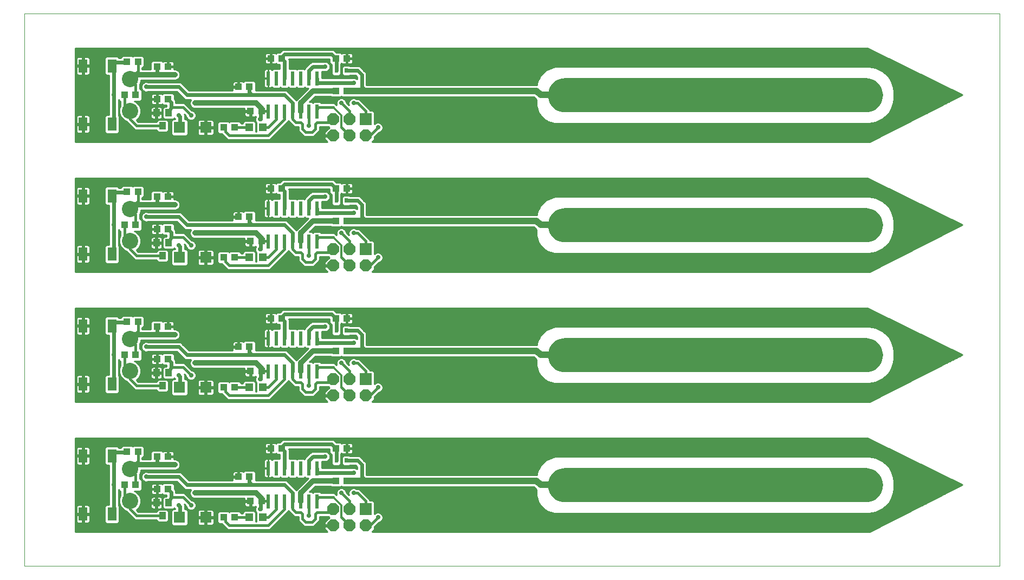
<source format=gtl>
G75*
G70*
%OFA0B0*%
%FSLAX24Y24*%
%IPPOS*%
%LPD*%
%AMOC8*
5,1,8,0,0,1.08239X$1,22.5*
%
%ADD10C,0.0000*%
%ADD11R,0.0240X0.0870*%
%ADD12R,0.0740X0.0740*%
%ADD13OC8,0.0740*%
%ADD14R,0.0400X0.0450*%
%ADD15R,0.0433X0.0394*%
%ADD16R,0.0236X0.0315*%
%ADD17R,0.0472X0.0472*%
%ADD18C,0.1000*%
%ADD19R,0.0709X0.0669*%
%ADD20R,0.0550X0.0830*%
%ADD21C,0.0320*%
%ADD22C,0.0160*%
%ADD23C,0.0240*%
%ADD24C,0.0277*%
%ADD25C,0.0100*%
%ADD26C,0.0120*%
%ADD27C,0.0400*%
D10*
X000100Y000100D02*
X060100Y000100D01*
X060100Y034100D01*
X000100Y034100D01*
X000100Y000100D01*
D11*
X015100Y004075D03*
X015600Y004075D03*
X016100Y004075D03*
X016600Y004075D03*
X017100Y004075D03*
X017600Y004075D03*
X018100Y004075D03*
X018100Y006125D03*
X017600Y006125D03*
X017100Y006125D03*
X016600Y006125D03*
X016100Y006125D03*
X015600Y006125D03*
X015100Y006125D03*
X015100Y012075D03*
X015600Y012075D03*
X016100Y012075D03*
X016600Y012075D03*
X017100Y012075D03*
X017600Y012075D03*
X018100Y012075D03*
X018100Y014125D03*
X017600Y014125D03*
X017100Y014125D03*
X016600Y014125D03*
X016100Y014125D03*
X015600Y014125D03*
X015100Y014125D03*
X015100Y020075D03*
X015600Y020075D03*
X016100Y020075D03*
X016600Y020075D03*
X017100Y020075D03*
X017600Y020075D03*
X018100Y020075D03*
X018100Y022125D03*
X017600Y022125D03*
X017100Y022125D03*
X016600Y022125D03*
X016100Y022125D03*
X015600Y022125D03*
X015100Y022125D03*
X015100Y028075D03*
X015600Y028075D03*
X016100Y028075D03*
X016600Y028075D03*
X017100Y028075D03*
X017600Y028075D03*
X018100Y028075D03*
X018100Y030125D03*
X017600Y030125D03*
X017100Y030125D03*
X016600Y030125D03*
X016100Y030125D03*
X015600Y030125D03*
X015100Y030125D03*
D12*
X021100Y027600D03*
X021100Y019600D03*
X021100Y011600D03*
X021100Y003600D03*
D13*
X020100Y003600D03*
X019100Y003600D03*
X019100Y002600D03*
X020100Y002600D03*
X021100Y002600D03*
X021100Y010600D03*
X020100Y010600D03*
X019100Y010600D03*
X019100Y011600D03*
X020100Y011600D03*
X020100Y018600D03*
X019100Y018600D03*
X019100Y019600D03*
X020100Y019600D03*
X021100Y018600D03*
X021100Y026600D03*
X020100Y026600D03*
X019100Y026600D03*
X019100Y027600D03*
X020100Y027600D03*
D14*
X008974Y028000D03*
X008226Y028000D03*
X008600Y027200D03*
X008226Y020000D03*
X008974Y020000D03*
X008600Y019200D03*
X008226Y012000D03*
X008974Y012000D03*
X008600Y011200D03*
X008226Y004000D03*
X008974Y004000D03*
X008600Y003200D03*
D15*
X008265Y004850D03*
X008935Y004850D03*
X006935Y005100D03*
X006265Y005100D03*
X006415Y007150D03*
X007085Y007150D03*
X008265Y006850D03*
X008935Y006850D03*
X013265Y005600D03*
X013935Y005600D03*
X014015Y004100D03*
X014685Y004100D03*
X013035Y003100D03*
X012365Y003100D03*
X015265Y007350D03*
X015935Y007350D03*
X019265Y007350D03*
X019935Y007350D03*
X019935Y005350D03*
X019265Y005350D03*
X013035Y011100D03*
X012365Y011100D03*
X014015Y012100D03*
X014685Y012100D03*
X013935Y013600D03*
X013265Y013600D03*
X015265Y015350D03*
X015935Y015350D03*
X019265Y015350D03*
X019935Y015350D03*
X019935Y013350D03*
X019265Y013350D03*
X013035Y019100D03*
X012365Y019100D03*
X014015Y020100D03*
X014685Y020100D03*
X013935Y021600D03*
X013265Y021600D03*
X015265Y023350D03*
X015935Y023350D03*
X019265Y023350D03*
X019935Y023350D03*
X019935Y021350D03*
X019265Y021350D03*
X013035Y027100D03*
X012365Y027100D03*
X014015Y028100D03*
X014685Y028100D03*
X013935Y029600D03*
X013265Y029600D03*
X015265Y031350D03*
X015935Y031350D03*
X019265Y031350D03*
X019935Y031350D03*
X019935Y029350D03*
X019265Y029350D03*
X008935Y028850D03*
X008265Y028850D03*
X006935Y029100D03*
X006265Y029100D03*
X008265Y030850D03*
X008935Y030850D03*
X007085Y031150D03*
X006415Y031150D03*
X006415Y023150D03*
X007085Y023150D03*
X008265Y022850D03*
X008935Y022850D03*
X006935Y021100D03*
X006265Y021100D03*
X008265Y020850D03*
X008935Y020850D03*
X007085Y015150D03*
X006415Y015150D03*
X008265Y014850D03*
X008935Y014850D03*
X006935Y013100D03*
X006265Y013100D03*
X008265Y012850D03*
X008935Y012850D03*
D16*
X019285Y014600D03*
X019915Y014600D03*
X019915Y006600D03*
X019285Y006600D03*
X019285Y022600D03*
X019915Y022600D03*
X019915Y030600D03*
X019285Y030600D03*
D17*
X014763Y027100D03*
X013937Y027100D03*
X013937Y019100D03*
X014763Y019100D03*
X014763Y011100D03*
X013937Y011100D03*
X013937Y003100D03*
X014763Y003100D03*
D18*
X006600Y004116D03*
X006600Y006084D03*
X006600Y012116D03*
X006600Y014084D03*
X006600Y020116D03*
X006600Y022084D03*
X006600Y028116D03*
X006600Y030084D03*
D19*
X009643Y027100D03*
X011257Y027100D03*
X011257Y019100D03*
X009643Y019100D03*
X009643Y011100D03*
X011257Y011100D03*
X011257Y003100D03*
X009643Y003100D03*
D20*
X005490Y003310D03*
X003710Y003310D03*
X003710Y006890D03*
X005490Y006899D03*
X005490Y011310D03*
X003710Y011310D03*
X003710Y014890D03*
X005490Y014899D03*
X005490Y019310D03*
X003710Y019310D03*
X003710Y022890D03*
X005490Y022899D03*
X005490Y027310D03*
X003710Y027310D03*
X003710Y030890D03*
X005490Y030899D03*
D21*
X006600Y030084D02*
X006808Y030292D01*
X006866Y030350D01*
X008100Y030350D01*
X009350Y030350D01*
X010600Y028600D02*
X014350Y028600D01*
X014694Y028256D01*
X014685Y028100D01*
X017100Y028075D02*
X017100Y028600D01*
X017850Y029350D01*
X019265Y029350D01*
X009350Y022350D02*
X008100Y022350D01*
X006866Y022350D01*
X006808Y022292D01*
X006600Y022084D01*
X010600Y020600D02*
X014350Y020600D01*
X014694Y020256D01*
X014685Y020100D01*
X017100Y020075D02*
X017100Y020600D01*
X017850Y021350D01*
X019265Y021350D01*
X009350Y014350D02*
X008100Y014350D01*
X006866Y014350D01*
X006808Y014292D01*
X006600Y014084D01*
X010600Y012600D02*
X014350Y012600D01*
X014694Y012256D01*
X014685Y012100D01*
X017100Y012075D02*
X017100Y012600D01*
X017850Y013350D01*
X019265Y013350D01*
X009350Y006350D02*
X008100Y006350D01*
X006866Y006350D01*
X006808Y006292D01*
X006600Y006084D01*
X010600Y004600D02*
X014350Y004600D01*
X014694Y004256D01*
X014685Y004100D01*
X017100Y004075D02*
X017100Y004600D01*
X017850Y005350D01*
X019265Y005350D01*
X033100Y005100D02*
X033591Y004359D01*
X033591Y012359D02*
X033100Y013100D01*
X033591Y020359D02*
X033100Y021100D01*
X033591Y028359D02*
X033100Y029100D01*
D22*
X021850Y027100D02*
X021350Y026600D01*
X021100Y026600D01*
X020100Y026600D02*
X019600Y027100D01*
X019100Y027600D02*
X018900Y027400D01*
X018100Y027400D01*
X018000Y027300D01*
X018000Y027000D01*
X017800Y026800D01*
X017400Y026800D01*
X017200Y027000D01*
X017200Y027300D01*
X017100Y027400D01*
X016800Y027400D01*
X016600Y027600D01*
X016600Y028075D01*
X016100Y028075D02*
X016100Y027600D01*
X015100Y026600D01*
X012700Y026600D01*
X012450Y026850D01*
X012450Y027015D01*
X012365Y027100D01*
X013035Y027100D02*
X013937Y027100D01*
X014763Y027100D02*
X015100Y027100D01*
X015600Y027600D01*
X015600Y028075D01*
X015075Y028100D02*
X014685Y028100D01*
X014625Y027600D02*
X014600Y027600D01*
X017600Y027200D02*
X017600Y028075D01*
X018100Y028075D02*
X018125Y028350D01*
X019100Y028350D01*
X019600Y028600D02*
X020100Y028100D01*
X020100Y027600D01*
X021100Y027600D02*
X021100Y028100D01*
X020600Y028600D01*
X020350Y028600D01*
X018125Y030100D02*
X018100Y030125D01*
X016100Y031185D02*
X015935Y031350D01*
X015935Y031435D01*
X010350Y027850D02*
X009850Y028350D01*
X009126Y028350D01*
X008600Y027200D02*
X007000Y027200D01*
X006600Y027600D01*
X006600Y028116D01*
X006265Y028450D01*
X006265Y029100D01*
X006935Y029100D02*
X006935Y029750D01*
X006600Y030084D01*
X006808Y030292D02*
X007085Y030569D01*
X007085Y031150D01*
X006415Y031150D02*
X006260Y031150D01*
X015935Y023435D02*
X015935Y023350D01*
X016100Y023185D01*
X018100Y022125D02*
X018125Y022100D01*
X019600Y020600D02*
X020100Y020100D01*
X020100Y019600D01*
X019600Y019100D02*
X020100Y018600D01*
X021100Y018600D02*
X021350Y018600D01*
X021850Y019100D01*
X021100Y019600D02*
X021100Y020100D01*
X020600Y020600D01*
X020350Y020600D01*
X019100Y020350D02*
X018125Y020350D01*
X018100Y020075D01*
X017600Y020075D02*
X017600Y019200D01*
X018000Y019300D02*
X018100Y019400D01*
X018900Y019400D01*
X019100Y019600D01*
X018000Y019300D02*
X018000Y019000D01*
X017800Y018800D01*
X017400Y018800D01*
X017200Y019000D01*
X017200Y019300D01*
X017100Y019400D01*
X016800Y019400D01*
X016600Y019600D01*
X016600Y020075D01*
X016100Y020075D02*
X016100Y019600D01*
X015100Y018600D01*
X012700Y018600D01*
X012450Y018850D01*
X012450Y019015D01*
X012365Y019100D01*
X013035Y019100D02*
X013937Y019100D01*
X014763Y019100D02*
X015100Y019100D01*
X015600Y019600D01*
X015600Y020075D01*
X015075Y020100D02*
X014685Y020100D01*
X014625Y019600D02*
X014600Y019600D01*
X010350Y019850D02*
X009850Y020350D01*
X009126Y020350D01*
X008600Y019200D02*
X007000Y019200D01*
X006600Y019600D01*
X006600Y020116D01*
X006265Y020450D01*
X006265Y021100D01*
X006935Y021100D02*
X006935Y021750D01*
X006600Y022084D01*
X006808Y022292D02*
X007085Y022569D01*
X007085Y023150D01*
X006415Y023150D02*
X006260Y023150D01*
X015935Y015435D02*
X015935Y015350D01*
X016100Y015185D01*
X018100Y014125D02*
X018125Y014100D01*
X018125Y012350D02*
X018100Y012075D01*
X018125Y012350D02*
X019100Y012350D01*
X019600Y012600D02*
X020100Y012100D01*
X020100Y011600D01*
X019600Y011100D02*
X020100Y010600D01*
X021100Y010600D02*
X021350Y010600D01*
X021850Y011100D01*
X021100Y011600D02*
X021100Y012100D01*
X020600Y012600D01*
X020350Y012600D01*
X019100Y011600D02*
X018900Y011400D01*
X018100Y011400D01*
X018000Y011300D01*
X018000Y011000D01*
X017800Y010800D01*
X017400Y010800D01*
X017200Y011000D01*
X017200Y011300D01*
X017100Y011400D01*
X016800Y011400D01*
X016600Y011600D01*
X016600Y012075D01*
X016100Y012075D02*
X016100Y011600D01*
X015100Y010600D01*
X012700Y010600D01*
X012450Y010850D01*
X012450Y011015D01*
X012365Y011100D01*
X013035Y011100D02*
X013937Y011100D01*
X014763Y011100D02*
X015100Y011100D01*
X015600Y011600D01*
X015600Y012075D01*
X015075Y012100D02*
X014685Y012100D01*
X014625Y011600D02*
X014600Y011600D01*
X017600Y011200D02*
X017600Y012075D01*
X010350Y011850D02*
X009850Y012350D01*
X009126Y012350D01*
X008600Y011200D02*
X007000Y011200D01*
X006600Y011600D01*
X006600Y012116D01*
X006265Y012450D01*
X006265Y013100D01*
X006935Y013100D02*
X006935Y013750D01*
X006600Y014084D01*
X006808Y014292D02*
X007085Y014569D01*
X007085Y015150D01*
X006415Y015150D02*
X006260Y015150D01*
X015935Y007435D02*
X015935Y007350D01*
X016100Y007185D01*
X018100Y006125D02*
X018125Y006100D01*
X019600Y004600D02*
X020100Y004100D01*
X020100Y003600D01*
X019600Y003100D02*
X020100Y002600D01*
X021100Y002600D02*
X021350Y002600D01*
X021850Y003100D01*
X021100Y003600D02*
X021100Y004100D01*
X020600Y004600D01*
X020350Y004600D01*
X019100Y004350D02*
X018125Y004350D01*
X018100Y004075D01*
X017600Y004075D02*
X017600Y003200D01*
X018000Y003300D02*
X018100Y003400D01*
X018900Y003400D01*
X019100Y003600D01*
X018000Y003300D02*
X018000Y003000D01*
X017800Y002800D01*
X017400Y002800D01*
X017200Y003000D01*
X017200Y003300D01*
X017100Y003400D01*
X016800Y003400D01*
X016600Y003600D01*
X016600Y004075D01*
X016100Y004075D02*
X016100Y003600D01*
X015100Y002600D01*
X012700Y002600D01*
X012450Y002850D01*
X012450Y003015D01*
X012365Y003100D01*
X013035Y003100D02*
X013937Y003100D01*
X014763Y003100D02*
X015100Y003100D01*
X015600Y003600D01*
X015600Y004075D01*
X015075Y004100D02*
X014685Y004100D01*
X014625Y003600D02*
X014600Y003600D01*
X010350Y003850D02*
X009850Y004350D01*
X009126Y004350D01*
X008600Y003200D02*
X007000Y003200D01*
X006600Y003600D01*
X006600Y004116D01*
X006265Y004450D01*
X006265Y005100D01*
X006935Y005100D02*
X006935Y005750D01*
X006600Y006084D01*
X006808Y006292D02*
X007085Y006569D01*
X007085Y007150D01*
X006415Y007150D02*
X006260Y007150D01*
D23*
X006210Y007100D01*
X005500Y007100D01*
X005490Y007090D01*
X005490Y006899D01*
X005600Y006789D01*
X005600Y005100D01*
X005600Y003420D01*
X005490Y003310D01*
X008974Y004000D02*
X009126Y004350D01*
X009126Y004659D01*
X008935Y004850D01*
X009600Y005600D02*
X007600Y005600D01*
X008100Y006350D02*
X008265Y006515D01*
X008265Y006850D01*
X006885Y006300D02*
X006600Y006084D01*
X009600Y005600D02*
X010100Y005100D01*
X014100Y005100D01*
X013944Y005256D01*
X013935Y005600D01*
X014100Y005100D02*
X016100Y005100D01*
X016600Y004600D01*
X016600Y004075D01*
X014685Y004100D02*
X014625Y004040D01*
X014625Y003600D01*
X016100Y006125D02*
X016100Y007185D01*
X015935Y007435D02*
X016100Y007600D01*
X019006Y007600D01*
X019265Y007350D01*
X019285Y007330D01*
X019285Y006600D01*
X019915Y006600D02*
X020600Y006600D01*
X020850Y006350D01*
X020850Y005600D01*
X021100Y005350D01*
X020350Y005850D02*
X018100Y005850D01*
X018100Y006125D01*
X017600Y006125D02*
X017600Y006600D01*
X017850Y006850D01*
X018600Y006850D01*
X014625Y011600D02*
X014625Y012040D01*
X014685Y012100D01*
X014100Y013100D02*
X010100Y013100D01*
X009600Y013600D01*
X007600Y013600D01*
X008100Y014350D02*
X008265Y014515D01*
X008265Y014850D01*
X006885Y014300D02*
X006600Y014084D01*
X005600Y014789D02*
X005600Y013100D01*
X005600Y011420D01*
X005490Y011310D01*
X008974Y012000D02*
X009126Y012350D01*
X009126Y012659D01*
X008935Y012850D01*
X009600Y011850D02*
X009681Y011769D01*
X009643Y011100D01*
X013944Y013256D02*
X013935Y013600D01*
X013944Y013256D02*
X014100Y013100D01*
X016100Y013100D01*
X016600Y012600D01*
X016600Y012075D01*
X018100Y013850D02*
X018100Y014125D01*
X018100Y013850D02*
X020350Y013850D01*
X020850Y013600D02*
X021100Y013350D01*
X020850Y013600D02*
X020850Y014350D01*
X020600Y014600D01*
X019915Y014600D01*
X019285Y014600D02*
X019285Y015330D01*
X019265Y015350D01*
X019006Y015600D01*
X016100Y015600D01*
X015935Y015435D01*
X016100Y015185D02*
X016100Y014125D01*
X017600Y014125D02*
X017600Y014600D01*
X017850Y014850D01*
X018600Y014850D01*
X014625Y019600D02*
X014625Y020040D01*
X014685Y020100D01*
X014100Y021100D02*
X010100Y021100D01*
X009600Y021600D01*
X007600Y021600D01*
X008100Y022350D02*
X008265Y022515D01*
X008265Y022850D01*
X006885Y022300D02*
X006600Y022084D01*
X005600Y022789D02*
X005600Y021100D01*
X005600Y019420D01*
X005490Y019310D01*
X008974Y020000D02*
X009126Y020350D01*
X009126Y020659D01*
X008935Y020850D01*
X009600Y019850D02*
X009681Y019769D01*
X009643Y019100D01*
X013944Y021256D02*
X014100Y021100D01*
X016100Y021100D01*
X016600Y020600D01*
X016600Y020075D01*
X013944Y021256D02*
X013935Y021600D01*
X016100Y022125D02*
X016100Y023185D01*
X015935Y023435D02*
X016100Y023600D01*
X019006Y023600D01*
X019265Y023350D01*
X019285Y023330D01*
X019285Y022600D01*
X019915Y022600D02*
X020600Y022600D01*
X020850Y022350D01*
X020850Y021600D01*
X021100Y021350D01*
X020350Y021850D02*
X018100Y021850D01*
X018100Y022125D01*
X017600Y022125D02*
X017600Y022600D01*
X017850Y022850D01*
X018600Y022850D01*
X014625Y027600D02*
X014625Y028040D01*
X014685Y028100D01*
X014100Y029100D02*
X010100Y029100D01*
X009600Y029600D01*
X007600Y029600D01*
X008100Y030350D02*
X008265Y030515D01*
X008265Y030850D01*
X006885Y030300D02*
X006600Y030084D01*
X005600Y030789D02*
X005600Y029100D01*
X005600Y027420D01*
X005490Y027310D01*
X008974Y028000D02*
X009126Y028350D01*
X009126Y028659D01*
X008935Y028850D01*
X009600Y027850D02*
X009681Y027769D01*
X009643Y027100D01*
X013944Y029256D02*
X013935Y029600D01*
X013944Y029256D02*
X014100Y029100D01*
X016100Y029100D01*
X016600Y028600D01*
X016600Y028075D01*
X018100Y029850D02*
X018100Y030125D01*
X018100Y029850D02*
X020350Y029850D01*
X020850Y029600D02*
X021100Y029350D01*
X020850Y029600D02*
X020850Y030350D01*
X020600Y030600D01*
X019915Y030600D01*
X019285Y030600D02*
X019285Y031330D01*
X019265Y031350D01*
X019006Y031600D01*
X016100Y031600D01*
X015935Y031435D01*
X016100Y031185D02*
X016100Y030125D01*
X017600Y030125D02*
X017600Y030600D01*
X017850Y030850D01*
X018600Y030850D01*
X006260Y031150D02*
X006210Y031100D01*
X005500Y031100D01*
X005490Y031090D01*
X005490Y030899D01*
X005600Y030789D01*
X006260Y023150D02*
X006210Y023100D01*
X005500Y023100D01*
X005490Y023090D01*
X005490Y022899D01*
X005600Y022789D01*
X006260Y015150D02*
X006210Y015100D01*
X005500Y015100D01*
X005490Y015090D01*
X005490Y014899D01*
X005600Y014789D01*
X009600Y003850D02*
X009681Y003769D01*
X009643Y003100D01*
D24*
X009600Y003850D03*
X010350Y003850D03*
X010600Y004600D03*
X009350Y006350D03*
X007600Y005600D03*
X005600Y005100D03*
X013350Y004100D03*
X014600Y003600D03*
X017600Y003200D03*
X019600Y004600D03*
X020350Y004600D03*
X020350Y005850D03*
X018600Y006850D03*
X017100Y007100D03*
X014600Y006600D03*
X013600Y006600D03*
X017600Y011200D03*
X019600Y012600D03*
X020350Y012600D03*
X020350Y013850D03*
X018600Y014850D03*
X017100Y015100D03*
X014600Y014600D03*
X013600Y014600D03*
X010600Y012600D03*
X010350Y011850D03*
X009600Y011850D03*
X007600Y013600D03*
X009350Y014350D03*
X005600Y013100D03*
X013350Y012100D03*
X014600Y011600D03*
X021850Y011100D03*
X022600Y012350D03*
X022600Y014350D03*
X026350Y014350D03*
X026350Y012350D03*
X026350Y006350D03*
X026350Y004350D03*
X022600Y004350D03*
X021850Y003100D03*
X022600Y006350D03*
X021850Y019100D03*
X022600Y020350D03*
X020350Y020600D03*
X019600Y020600D03*
X020350Y021850D03*
X018600Y022850D03*
X017100Y023100D03*
X014600Y022600D03*
X013600Y022600D03*
X010600Y020600D03*
X010350Y019850D03*
X009600Y019850D03*
X007600Y021600D03*
X009350Y022350D03*
X005600Y021100D03*
X013350Y020100D03*
X014600Y019600D03*
X017600Y019200D03*
X022600Y022350D03*
X026350Y022350D03*
X026350Y020350D03*
X021850Y027100D03*
X022600Y028350D03*
X020350Y028600D03*
X019600Y028600D03*
X020350Y029850D03*
X018600Y030850D03*
X017100Y031100D03*
X014600Y030600D03*
X013600Y030600D03*
X010600Y028600D03*
X010350Y027850D03*
X009600Y027850D03*
X007600Y029600D03*
X009350Y030350D03*
X005600Y029100D03*
X013350Y028100D03*
X014600Y027600D03*
X017600Y027200D03*
X022600Y030350D03*
X026350Y030350D03*
X026350Y028350D03*
D25*
X022159Y027161D02*
X022112Y027275D01*
X022025Y027362D01*
X021911Y027409D01*
X021789Y027409D01*
X021675Y027362D01*
X021640Y027327D01*
X021640Y028040D01*
X021540Y028140D01*
X021350Y028140D01*
X021350Y028150D01*
X021312Y028242D01*
X020742Y028812D01*
X020650Y028850D01*
X020537Y028850D01*
X020525Y028862D01*
X020411Y028909D01*
X020289Y028909D01*
X020175Y028862D01*
X020088Y028775D01*
X020041Y028661D01*
X020041Y028539D01*
X020060Y028494D01*
X019909Y028645D01*
X019909Y028661D01*
X019862Y028775D01*
X019775Y028862D01*
X019661Y028909D01*
X019539Y028909D01*
X019425Y028862D01*
X019338Y028775D01*
X019291Y028661D01*
X019291Y028539D01*
X019310Y028494D01*
X019242Y028562D01*
X019150Y028600D01*
X018370Y028600D01*
X018290Y028680D01*
X017910Y028680D01*
X017850Y028620D01*
X017790Y028680D01*
X017647Y028680D01*
X017987Y029020D01*
X018942Y029020D01*
X018978Y028983D01*
X019552Y028983D01*
X019600Y029031D01*
X019648Y028983D01*
X019853Y028983D01*
X019861Y028980D01*
X031447Y028980D01*
X031600Y028827D01*
X031600Y026220D01*
X031600Y028600D01*
X031613Y028422D01*
X031651Y028248D01*
X031713Y028081D01*
X031798Y027924D01*
X031905Y027781D01*
X032031Y027655D01*
X032174Y027548D01*
X032331Y027463D01*
X032498Y027401D01*
X032672Y027363D01*
X032850Y027350D01*
X051850Y027350D01*
X052063Y027348D01*
X052275Y027373D01*
X052481Y027426D01*
X052679Y027505D01*
X052865Y027610D01*
X053036Y027738D01*
X053188Y027887D01*
X053320Y028054D01*
X053428Y028238D01*
X053512Y028434D01*
X053570Y028639D01*
X053600Y028850D01*
X053600Y029350D01*
X053570Y029561D01*
X053512Y029766D01*
X053428Y029962D01*
X053320Y030146D01*
X053188Y030313D01*
X053036Y030462D01*
X052865Y030590D01*
X052679Y030695D01*
X052481Y030774D01*
X052275Y030827D01*
X052063Y030852D01*
X051850Y030850D01*
X033100Y030850D01*
X032919Y030855D01*
X032740Y030836D01*
X032564Y030793D01*
X032396Y030728D01*
X032237Y030642D01*
X032091Y030536D01*
X031960Y030411D01*
X031847Y030271D01*
X031753Y030117D01*
X031679Y029952D01*
X031628Y029778D01*
X031619Y029720D01*
X031600Y029720D01*
X031600Y031970D01*
X051970Y031970D01*
X057800Y029100D01*
X052100Y026220D01*
X031600Y026220D01*
X021484Y026220D01*
X021640Y026376D01*
X021640Y026536D01*
X021895Y026791D01*
X021911Y026791D01*
X022025Y026838D01*
X022112Y026925D01*
X022159Y027039D01*
X022159Y027161D01*
X022159Y027112D02*
X031600Y027112D01*
X053865Y027112D01*
X054060Y027210D02*
X031600Y027210D01*
X022139Y027210D01*
X022078Y027309D02*
X031600Y027309D01*
X054254Y027309D01*
X054449Y027407D02*
X052408Y027407D01*
X052680Y027506D02*
X054644Y027506D01*
X054839Y027604D02*
X052855Y027604D01*
X052989Y027703D02*
X055034Y027703D01*
X055229Y027801D02*
X053101Y027801D01*
X053198Y027900D02*
X055424Y027900D01*
X055619Y027998D02*
X053276Y027998D01*
X053345Y028097D02*
X055814Y028097D01*
X056009Y028195D02*
X053403Y028195D01*
X053452Y028294D02*
X056204Y028294D01*
X056399Y028392D02*
X053494Y028392D01*
X053528Y028491D02*
X056594Y028491D01*
X056789Y028589D02*
X053556Y028589D01*
X053577Y028688D02*
X056984Y028688D01*
X057179Y028786D02*
X053591Y028786D01*
X053600Y028885D02*
X057374Y028885D01*
X057569Y028983D02*
X053600Y028983D01*
X053600Y029082D02*
X057764Y029082D01*
X057637Y029180D02*
X053600Y029180D01*
X053600Y029279D02*
X057437Y029279D01*
X057237Y029377D02*
X053596Y029377D01*
X053582Y029476D02*
X057037Y029476D01*
X056837Y029574D02*
X053566Y029574D01*
X053539Y029673D02*
X056637Y029673D01*
X056437Y029771D02*
X053510Y029771D01*
X053468Y029870D02*
X056237Y029870D01*
X056037Y029968D02*
X053425Y029968D01*
X053367Y030067D02*
X055837Y030067D01*
X055636Y030165D02*
X053305Y030165D01*
X053227Y030264D02*
X055436Y030264D01*
X055236Y030362D02*
X053138Y030362D01*
X053038Y030461D02*
X055036Y030461D01*
X054836Y030559D02*
X052907Y030559D01*
X052745Y030658D02*
X054636Y030658D01*
X054436Y030756D02*
X052526Y030756D01*
X051992Y030090D02*
X051850Y030100D01*
X033350Y030100D01*
X033208Y030090D01*
X033068Y030059D01*
X032935Y030010D01*
X032809Y029941D01*
X032695Y029856D01*
X032594Y029755D01*
X032509Y029641D01*
X032440Y029515D01*
X032391Y029382D01*
X032360Y029242D01*
X032350Y029100D01*
X032360Y028958D01*
X032391Y028818D01*
X032440Y028685D01*
X032509Y028559D01*
X032594Y028445D01*
X032695Y028344D01*
X032809Y028259D01*
X032935Y028190D01*
X033068Y028141D01*
X033208Y028110D01*
X033350Y028100D01*
X051850Y028100D01*
X051992Y028110D01*
X052132Y028141D01*
X052265Y028190D01*
X052391Y028259D01*
X052505Y028344D01*
X052606Y028445D01*
X052691Y028559D01*
X052760Y028685D01*
X052809Y028818D01*
X052840Y028958D01*
X052850Y029100D01*
X052840Y029242D01*
X052809Y029382D01*
X052760Y029515D01*
X052691Y029641D01*
X052606Y029755D01*
X052505Y029856D01*
X052391Y029941D01*
X052265Y030010D01*
X052132Y030059D01*
X051992Y030090D01*
X052099Y030067D02*
X033101Y030067D01*
X032858Y029968D02*
X052342Y029968D01*
X052486Y029870D02*
X032714Y029870D01*
X032610Y029771D02*
X052590Y029771D01*
X052667Y029673D02*
X032533Y029673D01*
X032472Y029574D02*
X052728Y029574D01*
X052774Y029476D02*
X032426Y029476D01*
X032389Y029377D02*
X052811Y029377D01*
X052832Y029279D02*
X032368Y029279D01*
X032356Y029180D02*
X052844Y029180D01*
X052849Y029082D02*
X032351Y029082D01*
X032358Y028983D02*
X052842Y028983D01*
X052824Y028885D02*
X032376Y028885D01*
X032403Y028786D02*
X052797Y028786D01*
X052761Y028688D02*
X032439Y028688D01*
X032493Y028589D02*
X052707Y028589D01*
X052640Y028491D02*
X032560Y028491D01*
X032647Y028392D02*
X052553Y028392D01*
X052437Y028294D02*
X032763Y028294D01*
X032926Y028195D02*
X052274Y028195D01*
X053085Y026718D02*
X031600Y026718D01*
X021821Y026718D01*
X021723Y026619D02*
X031600Y026619D01*
X052890Y026619D01*
X052695Y026521D02*
X031600Y026521D01*
X021640Y026521D01*
X021640Y026422D02*
X031600Y026422D01*
X052500Y026422D01*
X052305Y026324D02*
X031600Y026324D01*
X021587Y026324D01*
X021489Y026225D02*
X031600Y026225D01*
X052110Y026225D01*
X053280Y026816D02*
X031600Y026816D01*
X021971Y026816D01*
X022101Y026915D02*
X031600Y026915D01*
X053475Y026915D01*
X053670Y027013D02*
X031600Y027013D01*
X022148Y027013D01*
X021915Y027407D02*
X031600Y027407D01*
X032481Y027407D01*
X032253Y027506D02*
X031600Y027506D01*
X021640Y027506D01*
X021640Y027604D02*
X031600Y027604D01*
X032100Y027604D01*
X031984Y027703D02*
X031600Y027703D01*
X021640Y027703D01*
X021640Y027801D02*
X031600Y027801D01*
X031891Y027801D01*
X031817Y027900D02*
X031600Y027900D01*
X021640Y027900D01*
X021640Y027998D02*
X031600Y027998D01*
X031758Y027998D01*
X031707Y028097D02*
X031600Y028097D01*
X021584Y028097D01*
X021331Y028195D02*
X031600Y028195D01*
X031670Y028195D01*
X031641Y028294D02*
X031600Y028294D01*
X021260Y028294D01*
X021161Y028392D02*
X031600Y028392D01*
X031619Y028392D01*
X031608Y028491D02*
X031600Y028491D01*
X021063Y028491D01*
X020964Y028589D02*
X031600Y028589D01*
X031601Y028589D01*
X031600Y028688D02*
X020866Y028688D01*
X020767Y028786D02*
X031600Y028786D01*
X031542Y028885D02*
X020470Y028885D01*
X020230Y028885D02*
X019720Y028885D01*
X019851Y028786D02*
X020099Y028786D01*
X020052Y028688D02*
X019898Y028688D01*
X019964Y028589D02*
X020041Y028589D01*
X019854Y028983D02*
X017950Y028983D01*
X017851Y028885D02*
X019480Y028885D01*
X019349Y028786D02*
X017753Y028786D01*
X017654Y028688D02*
X019302Y028688D01*
X019291Y028589D02*
X019176Y028589D01*
X017553Y029520D02*
X017410Y029520D01*
X017350Y029580D01*
X017290Y029520D01*
X016910Y029520D01*
X016850Y029580D01*
X016790Y029520D01*
X016410Y029520D01*
X016350Y029580D01*
X016290Y029520D01*
X015910Y029520D01*
X015850Y029580D01*
X015790Y029520D01*
X015410Y029520D01*
X015336Y029594D01*
X015312Y029570D01*
X015278Y029550D01*
X015240Y029540D01*
X015110Y029540D01*
X015110Y030115D01*
X015090Y030115D01*
X015090Y029540D01*
X014960Y029540D01*
X014922Y029550D01*
X014888Y029570D01*
X014860Y029598D01*
X014840Y029632D01*
X014830Y029670D01*
X014830Y030115D01*
X015090Y030115D01*
X015090Y030135D01*
X015090Y030710D01*
X014960Y030710D01*
X014922Y030700D01*
X014888Y030680D01*
X014860Y030652D01*
X014840Y030618D01*
X014830Y030580D01*
X014830Y030135D01*
X015090Y030135D01*
X015110Y030135D01*
X015110Y030710D01*
X015240Y030710D01*
X015278Y030700D01*
X015312Y030680D01*
X015336Y030656D01*
X015410Y030730D01*
X015790Y030730D01*
X015810Y030710D01*
X015810Y030983D01*
X015648Y030983D01*
X015586Y031045D01*
X015574Y031033D01*
X015540Y031013D01*
X015502Y031003D01*
X015314Y031003D01*
X015314Y031302D01*
X015217Y031302D01*
X014899Y031302D01*
X014899Y031133D01*
X014909Y031095D01*
X014929Y031061D01*
X014957Y031033D01*
X014991Y031013D01*
X015029Y031003D01*
X015217Y031003D01*
X015217Y031302D01*
X015217Y031398D01*
X014899Y031398D01*
X014899Y031567D01*
X014909Y031605D01*
X014929Y031639D01*
X014957Y031667D01*
X014991Y031687D01*
X015029Y031697D01*
X015217Y031697D01*
X015217Y031398D01*
X015314Y031398D01*
X015314Y031697D01*
X015502Y031697D01*
X015540Y031687D01*
X015574Y031667D01*
X015586Y031655D01*
X015648Y031717D01*
X015807Y031717D01*
X015936Y031846D01*
X016042Y031890D01*
X019003Y031890D01*
X019058Y031891D01*
X019060Y031890D01*
X019063Y031890D01*
X019114Y031869D01*
X019165Y031849D01*
X019167Y031847D01*
X019170Y031846D01*
X019209Y031807D01*
X019302Y031717D01*
X019552Y031717D01*
X019614Y031655D01*
X019626Y031667D01*
X019660Y031687D01*
X019698Y031697D01*
X019886Y031697D01*
X019886Y031398D01*
X019983Y031398D01*
X020301Y031398D01*
X020301Y031567D01*
X020291Y031605D01*
X020271Y031639D01*
X020243Y031667D01*
X020209Y031687D01*
X020171Y031697D01*
X019983Y031697D01*
X019983Y031398D01*
X019983Y031302D01*
X020301Y031302D01*
X020301Y031133D01*
X020291Y031095D01*
X020271Y031061D01*
X020243Y031033D01*
X020209Y031013D01*
X020171Y031003D01*
X019983Y031003D01*
X019983Y031302D01*
X019886Y031302D01*
X019886Y031003D01*
X019698Y031003D01*
X019660Y031013D01*
X019626Y031033D01*
X019614Y031045D01*
X019575Y031006D01*
X019575Y030542D01*
X019573Y030538D01*
X019573Y030372D01*
X019474Y030273D01*
X019097Y030273D01*
X018997Y030372D01*
X018997Y030538D01*
X018995Y030542D01*
X018995Y030983D01*
X018978Y030983D01*
X018879Y031083D01*
X018879Y031310D01*
X016362Y031310D01*
X016390Y031242D01*
X016390Y030710D01*
X016410Y030730D01*
X016790Y030730D01*
X016850Y030670D01*
X016910Y030730D01*
X017290Y030730D01*
X017325Y030695D01*
X017354Y030764D01*
X017436Y030846D01*
X017686Y031096D01*
X017792Y031140D01*
X018493Y031140D01*
X018539Y031159D01*
X018661Y031159D01*
X018775Y031112D01*
X018862Y031025D01*
X018909Y030911D01*
X018909Y030789D01*
X018862Y030675D01*
X018775Y030588D01*
X018661Y030541D01*
X018539Y030541D01*
X018493Y030560D01*
X018390Y030560D01*
X018390Y030140D01*
X020243Y030140D01*
X020289Y030159D01*
X020411Y030159D01*
X020525Y030112D01*
X020560Y030077D01*
X020560Y030230D01*
X020480Y030310D01*
X020141Y030310D01*
X020103Y030273D01*
X019726Y030273D01*
X019627Y030372D01*
X019627Y030538D01*
X019625Y030542D01*
X019625Y030658D01*
X019627Y030662D01*
X019627Y030828D01*
X019726Y030927D01*
X020103Y030927D01*
X020141Y030890D01*
X020658Y030890D01*
X020764Y030846D01*
X021014Y030596D01*
X021096Y030514D01*
X021140Y030408D01*
X021140Y029720D01*
X021140Y029720D01*
X031600Y029720D01*
X031600Y031970D01*
X003220Y031970D01*
X003220Y026220D01*
X018745Y026220D01*
X018580Y026385D01*
X018580Y026550D01*
X019050Y026550D01*
X019050Y026650D01*
X018580Y026650D01*
X018580Y026815D01*
X018850Y027086D01*
X018786Y027150D01*
X018250Y027150D01*
X018250Y026950D01*
X018212Y026858D01*
X018142Y026788D01*
X017942Y026588D01*
X017850Y026550D01*
X017350Y026550D01*
X017258Y026588D01*
X017188Y026658D01*
X016988Y026858D01*
X016950Y026950D01*
X016950Y027150D01*
X016750Y027150D01*
X016658Y027188D01*
X016588Y027258D01*
X016388Y027458D01*
X016365Y027515D01*
X016350Y027530D01*
X016335Y027515D01*
X016312Y027458D01*
X015312Y026458D01*
X015242Y026388D01*
X015150Y026350D01*
X012650Y026350D01*
X012558Y026388D01*
X012308Y026638D01*
X012238Y026708D01*
X012228Y026733D01*
X012078Y026733D01*
X011979Y026833D01*
X011979Y027367D01*
X012078Y027467D01*
X012652Y027467D01*
X012700Y027419D01*
X012748Y027467D01*
X013322Y027467D01*
X013421Y027367D01*
X013421Y027350D01*
X013530Y027350D01*
X013530Y027407D01*
X013630Y027506D01*
X014243Y027506D01*
X014343Y027407D01*
X014343Y026850D01*
X014357Y026850D01*
X014357Y027406D01*
X014338Y027425D01*
X014291Y027539D01*
X014291Y027661D01*
X014335Y027767D01*
X014335Y027794D01*
X014324Y027783D01*
X014290Y027763D01*
X014252Y027753D01*
X014064Y027753D01*
X014064Y028052D01*
X013967Y028052D01*
X013649Y028052D01*
X013649Y027883D01*
X013659Y027845D01*
X013679Y027811D01*
X013707Y027783D01*
X013741Y027763D01*
X013779Y027753D01*
X013967Y027753D01*
X013967Y028052D01*
X013967Y028148D01*
X013649Y028148D01*
X013649Y028270D01*
X010534Y028270D01*
X010413Y028320D01*
X010320Y028413D01*
X010270Y028534D01*
X010270Y028666D01*
X010320Y028787D01*
X010343Y028810D01*
X010042Y028810D01*
X009936Y028854D01*
X009480Y029310D01*
X007707Y029310D01*
X007661Y029291D01*
X007539Y029291D01*
X007425Y029338D01*
X007338Y029425D01*
X007291Y029539D01*
X007291Y029661D01*
X007338Y029775D01*
X007425Y029862D01*
X007539Y029909D01*
X007661Y029909D01*
X007707Y029890D01*
X009658Y029890D01*
X009764Y029846D01*
X010220Y029390D01*
X012899Y029390D01*
X012899Y029552D01*
X013217Y029552D01*
X013217Y029648D01*
X012899Y029648D01*
X012899Y029817D01*
X012909Y029855D01*
X012929Y029889D01*
X012957Y029917D01*
X012991Y029937D01*
X013029Y029947D01*
X013217Y029947D01*
X013217Y029648D01*
X013314Y029648D01*
X013314Y029947D01*
X013502Y029947D01*
X013540Y029937D01*
X013574Y029917D01*
X013586Y029905D01*
X013648Y029967D01*
X014222Y029967D01*
X014321Y029867D01*
X014321Y029390D01*
X016158Y029390D01*
X016264Y029346D01*
X016764Y028846D01*
X016822Y028788D01*
X017553Y029520D01*
X017509Y029476D02*
X014321Y029476D01*
X014321Y029574D02*
X014884Y029574D01*
X014830Y029673D02*
X014321Y029673D01*
X014321Y029771D02*
X014830Y029771D01*
X014830Y029870D02*
X014319Y029870D01*
X014830Y029968D02*
X007270Y029968D01*
X007270Y029951D02*
X007270Y030020D01*
X009416Y030020D01*
X009537Y030070D01*
X009630Y030163D01*
X009680Y030284D01*
X009680Y030416D01*
X009630Y030537D01*
X009537Y030630D01*
X009416Y030680D01*
X009301Y030680D01*
X009301Y030802D01*
X008983Y030802D01*
X008983Y030898D01*
X009301Y030898D01*
X009301Y031067D01*
X009291Y031105D01*
X009271Y031139D01*
X009243Y031167D01*
X009209Y031187D01*
X009171Y031197D01*
X008983Y031197D01*
X008983Y030898D01*
X008886Y030898D01*
X008886Y031197D01*
X008698Y031197D01*
X008660Y031187D01*
X008626Y031167D01*
X008614Y031155D01*
X008552Y031217D01*
X007978Y031217D01*
X007879Y031117D01*
X007879Y030680D01*
X007335Y030680D01*
X007335Y030783D01*
X007372Y030783D01*
X007471Y030883D01*
X007471Y031417D01*
X007372Y031517D01*
X006798Y031517D01*
X006750Y031469D01*
X006702Y031517D01*
X006128Y031517D01*
X006029Y031417D01*
X006029Y031390D01*
X005929Y031390D01*
X005835Y031484D01*
X005145Y031484D01*
X005045Y031384D01*
X005045Y030413D01*
X005145Y030314D01*
X005310Y030314D01*
X005310Y029207D01*
X005291Y029161D01*
X005291Y029039D01*
X005310Y028993D01*
X005310Y027895D01*
X005145Y027895D01*
X005045Y027795D01*
X005045Y026825D01*
X005145Y026725D01*
X005835Y026725D01*
X005935Y026825D01*
X005935Y027795D01*
X005890Y027840D01*
X005890Y028822D01*
X005978Y028733D01*
X006015Y028733D01*
X006015Y028455D01*
X005930Y028249D01*
X005930Y027982D01*
X006032Y027736D01*
X006220Y027548D01*
X006378Y027482D01*
X006388Y027458D01*
X006458Y027388D01*
X006858Y026988D01*
X006950Y026950D01*
X008230Y026950D01*
X008230Y026905D01*
X008330Y026805D01*
X008870Y026805D01*
X008970Y026905D01*
X008970Y027495D01*
X008870Y027595D01*
X008330Y027595D01*
X008230Y027495D01*
X008230Y027450D01*
X007104Y027450D01*
X006993Y027561D01*
X007168Y027736D01*
X007270Y027982D01*
X007270Y028249D01*
X007168Y028495D01*
X006980Y028684D01*
X006860Y028733D01*
X007222Y028733D01*
X007321Y028833D01*
X007321Y029367D01*
X007222Y029467D01*
X007185Y029467D01*
X007185Y029745D01*
X007270Y029951D01*
X007236Y029870D02*
X007444Y029870D01*
X007337Y029771D02*
X007195Y029771D01*
X007185Y029673D02*
X007296Y029673D01*
X007291Y029574D02*
X007185Y029574D01*
X007185Y029476D02*
X007317Y029476D01*
X007311Y029377D02*
X007386Y029377D01*
X007321Y029279D02*
X009511Y029279D01*
X009610Y029180D02*
X009258Y029180D01*
X009222Y029217D02*
X008648Y029217D01*
X008586Y029155D01*
X008574Y029167D01*
X008540Y029187D01*
X008502Y029197D01*
X008314Y029197D01*
X008314Y028898D01*
X008217Y028898D01*
X008217Y028802D01*
X007899Y028802D01*
X007899Y028633D01*
X007909Y028595D01*
X007929Y028561D01*
X007957Y028533D01*
X007991Y028513D01*
X008029Y028503D01*
X008217Y028503D01*
X008217Y028802D01*
X008314Y028802D01*
X008314Y028503D01*
X008502Y028503D01*
X008540Y028513D01*
X008574Y028533D01*
X008586Y028545D01*
X008648Y028483D01*
X008836Y028483D01*
X008836Y028410D01*
X008829Y028395D01*
X008704Y028395D01*
X008604Y028295D01*
X008604Y027705D01*
X008704Y027605D01*
X009244Y027605D01*
X009331Y027692D01*
X009338Y027675D01*
X009382Y027631D01*
X009381Y027605D01*
X009218Y027605D01*
X009119Y027505D01*
X009119Y026695D01*
X009218Y026595D01*
X010068Y026595D01*
X010167Y026695D01*
X010167Y027505D01*
X010068Y027605D01*
X009962Y027605D01*
X009967Y027704D01*
X009971Y027712D01*
X009971Y027761D01*
X009973Y027811D01*
X009971Y027819D01*
X009971Y027827D01*
X009952Y027873D01*
X009940Y027906D01*
X010041Y027805D01*
X010041Y027789D01*
X010088Y027675D01*
X010175Y027588D01*
X010289Y027541D01*
X010411Y027541D01*
X010525Y027588D01*
X010612Y027675D01*
X010659Y027789D01*
X010659Y027911D01*
X010612Y028025D01*
X010525Y028112D01*
X010411Y028159D01*
X010395Y028159D01*
X010062Y028492D01*
X009992Y028562D01*
X009900Y028600D01*
X009416Y028600D01*
X009416Y028716D01*
X009372Y028823D01*
X009321Y028874D01*
X009321Y029117D01*
X009222Y029217D01*
X009321Y029082D02*
X009708Y029082D01*
X009807Y028983D02*
X009321Y028983D01*
X009321Y028885D02*
X009905Y028885D01*
X009926Y028589D02*
X010270Y028589D01*
X010279Y028688D02*
X009416Y028688D01*
X009387Y028786D02*
X010320Y028786D01*
X010288Y028491D02*
X010063Y028491D01*
X010161Y028392D02*
X010341Y028392D01*
X010260Y028294D02*
X010477Y028294D01*
X010358Y028195D02*
X013649Y028195D01*
X013649Y027998D02*
X010623Y027998D01*
X010659Y027900D02*
X013649Y027900D01*
X013689Y027801D02*
X010659Y027801D01*
X010623Y027703D02*
X014308Y027703D01*
X014291Y027604D02*
X010541Y027604D01*
X010763Y027493D02*
X010753Y027454D01*
X010753Y027150D01*
X011207Y027150D01*
X011207Y027050D01*
X010753Y027050D01*
X010753Y026746D01*
X010763Y026707D01*
X010783Y026673D01*
X010811Y026645D01*
X010845Y026626D01*
X010883Y026615D01*
X011207Y026615D01*
X011207Y027050D01*
X011307Y027050D01*
X011307Y026615D01*
X011631Y026615D01*
X011669Y026626D01*
X011704Y026645D01*
X011731Y026673D01*
X011751Y026707D01*
X011761Y026746D01*
X011761Y027050D01*
X011307Y027050D01*
X011307Y027150D01*
X011207Y027150D01*
X011207Y027585D01*
X010883Y027585D01*
X010845Y027574D01*
X010811Y027555D01*
X010783Y027527D01*
X010763Y027493D01*
X010770Y027506D02*
X010167Y027506D01*
X010159Y027604D02*
X010068Y027604D01*
X010077Y027703D02*
X009967Y027703D01*
X009973Y027801D02*
X010041Y027801D01*
X009947Y027900D02*
X009942Y027900D01*
X010167Y027407D02*
X010753Y027407D01*
X010753Y027309D02*
X010167Y027309D01*
X010167Y027210D02*
X010753Y027210D01*
X010753Y027013D02*
X010167Y027013D01*
X010167Y026915D02*
X010753Y026915D01*
X010753Y026816D02*
X010167Y026816D01*
X010167Y026718D02*
X010760Y026718D01*
X010869Y026619D02*
X010091Y026619D01*
X009194Y026619D02*
X003220Y026619D01*
X003220Y026521D02*
X012426Y026521D01*
X012327Y026619D02*
X011645Y026619D01*
X011754Y026718D02*
X012234Y026718D01*
X011995Y026816D02*
X011761Y026816D01*
X011761Y026915D02*
X011979Y026915D01*
X011979Y027013D02*
X011761Y027013D01*
X011761Y027150D02*
X011307Y027150D01*
X011307Y027585D01*
X011631Y027585D01*
X011669Y027574D01*
X011704Y027555D01*
X011731Y027527D01*
X011751Y027493D01*
X011761Y027454D01*
X011761Y027150D01*
X011761Y027210D02*
X011979Y027210D01*
X011979Y027112D02*
X011307Y027112D01*
X011307Y027210D02*
X011207Y027210D01*
X011207Y027112D02*
X010167Y027112D01*
X009119Y027112D02*
X008970Y027112D01*
X008970Y027210D02*
X009119Y027210D01*
X009119Y027309D02*
X008970Y027309D01*
X008970Y027407D02*
X009119Y027407D01*
X009119Y027506D02*
X008960Y027506D01*
X009218Y027604D02*
X007036Y027604D01*
X007048Y027506D02*
X008240Y027506D01*
X008276Y027625D02*
X008446Y027625D01*
X008484Y027635D01*
X008518Y027655D01*
X008546Y027683D01*
X008566Y027717D01*
X008576Y027755D01*
X008576Y027950D01*
X008276Y027950D01*
X008276Y028050D01*
X008576Y028050D01*
X008576Y028245D01*
X008566Y028283D01*
X008546Y028317D01*
X008518Y028345D01*
X008484Y028365D01*
X008446Y028375D01*
X008276Y028375D01*
X008276Y028050D01*
X008176Y028050D01*
X008176Y028375D01*
X008006Y028375D01*
X007968Y028365D01*
X007934Y028345D01*
X007906Y028317D01*
X007886Y028283D01*
X007876Y028245D01*
X007876Y028050D01*
X008176Y028050D01*
X008176Y027950D01*
X008276Y027950D01*
X008276Y027625D01*
X008276Y027703D02*
X008176Y027703D01*
X008176Y027625D02*
X008176Y027950D01*
X007876Y027950D01*
X007876Y027755D01*
X007886Y027717D01*
X007906Y027683D01*
X007934Y027655D01*
X007968Y027635D01*
X008006Y027625D01*
X008176Y027625D01*
X008176Y027801D02*
X008276Y027801D01*
X008276Y027900D02*
X008176Y027900D01*
X008176Y027998D02*
X007270Y027998D01*
X007270Y028097D02*
X007876Y028097D01*
X007876Y028195D02*
X007270Y028195D01*
X007252Y028294D02*
X007892Y028294D01*
X008176Y028294D02*
X008276Y028294D01*
X008276Y028195D02*
X008176Y028195D01*
X008176Y028097D02*
X008276Y028097D01*
X008276Y027998D02*
X008604Y027998D01*
X008604Y027900D02*
X008576Y027900D01*
X008576Y027801D02*
X008604Y027801D01*
X008606Y027703D02*
X008557Y027703D01*
X008576Y028097D02*
X008604Y028097D01*
X008604Y028195D02*
X008576Y028195D01*
X008560Y028294D02*
X008604Y028294D01*
X008701Y028392D02*
X007211Y028392D01*
X007170Y028491D02*
X008640Y028491D01*
X008314Y028589D02*
X008217Y028589D01*
X008217Y028688D02*
X008314Y028688D01*
X008314Y028786D02*
X008217Y028786D01*
X008217Y028885D02*
X007321Y028885D01*
X007321Y028983D02*
X007899Y028983D01*
X007899Y029067D02*
X007899Y028898D01*
X008217Y028898D01*
X008217Y029197D01*
X008029Y029197D01*
X007991Y029187D01*
X007957Y029167D01*
X007929Y029139D01*
X007909Y029105D01*
X007899Y029067D01*
X007903Y029082D02*
X007321Y029082D01*
X007321Y029180D02*
X007980Y029180D01*
X008217Y029180D02*
X008314Y029180D01*
X008314Y029082D02*
X008217Y029082D01*
X008217Y028983D02*
X008314Y028983D01*
X008551Y029180D02*
X008611Y029180D01*
X007899Y028786D02*
X007275Y028786D01*
X007074Y028589D02*
X007913Y028589D01*
X007899Y028688D02*
X006970Y028688D01*
X007236Y027900D02*
X007876Y027900D01*
X007876Y027801D02*
X007195Y027801D01*
X007134Y027703D02*
X007895Y027703D01*
X006735Y027112D02*
X005935Y027112D01*
X005935Y027210D02*
X006636Y027210D01*
X006538Y027309D02*
X005935Y027309D01*
X005935Y027407D02*
X006439Y027407D01*
X006322Y027506D02*
X005935Y027506D01*
X005935Y027604D02*
X006164Y027604D01*
X006066Y027703D02*
X005935Y027703D01*
X005929Y027801D02*
X006005Y027801D01*
X005964Y027900D02*
X005890Y027900D01*
X005890Y027998D02*
X005930Y027998D01*
X005930Y028097D02*
X005890Y028097D01*
X005890Y028195D02*
X005930Y028195D01*
X005948Y028294D02*
X005890Y028294D01*
X005890Y028392D02*
X005989Y028392D01*
X006015Y028491D02*
X005890Y028491D01*
X005890Y028589D02*
X006015Y028589D01*
X006015Y028688D02*
X005890Y028688D01*
X005890Y028786D02*
X005925Y028786D01*
X005310Y028786D02*
X003220Y028786D01*
X003220Y028688D02*
X005310Y028688D01*
X005310Y028589D02*
X003220Y028589D01*
X003220Y028491D02*
X005310Y028491D01*
X005310Y028392D02*
X003220Y028392D01*
X003220Y028294D02*
X005310Y028294D01*
X005310Y028195D02*
X003220Y028195D01*
X003220Y028097D02*
X005310Y028097D01*
X005310Y027998D02*
X003220Y027998D01*
X003220Y027900D02*
X005310Y027900D01*
X005051Y027801D02*
X004114Y027801D01*
X004105Y027817D02*
X004077Y027845D01*
X004043Y027865D01*
X004005Y027875D01*
X003760Y027875D01*
X003760Y027360D01*
X003660Y027360D01*
X003660Y027875D01*
X003415Y027875D01*
X003377Y027865D01*
X003343Y027845D01*
X003315Y027817D01*
X003295Y027783D01*
X003285Y027745D01*
X003285Y027360D01*
X003660Y027360D01*
X003660Y027260D01*
X003760Y027260D01*
X003760Y027360D01*
X004135Y027360D01*
X004135Y027745D01*
X004125Y027783D01*
X004105Y027817D01*
X004135Y027703D02*
X005045Y027703D01*
X005045Y027604D02*
X004135Y027604D01*
X004135Y027506D02*
X005045Y027506D01*
X005045Y027407D02*
X004135Y027407D01*
X004135Y027260D02*
X003760Y027260D01*
X003760Y026745D01*
X004005Y026745D01*
X004043Y026755D01*
X004077Y026775D01*
X004105Y026803D01*
X004125Y026837D01*
X004135Y026875D01*
X004135Y027260D01*
X004135Y027210D02*
X005045Y027210D01*
X005045Y027112D02*
X004135Y027112D01*
X004135Y027013D02*
X005045Y027013D01*
X005045Y026915D02*
X004135Y026915D01*
X004113Y026816D02*
X005054Y026816D01*
X005045Y027309D02*
X003760Y027309D01*
X003760Y027407D02*
X003660Y027407D01*
X003660Y027309D02*
X003220Y027309D01*
X003285Y027260D02*
X003285Y026875D01*
X003295Y026837D01*
X003315Y026803D01*
X003343Y026775D01*
X003377Y026755D01*
X003415Y026745D01*
X003660Y026745D01*
X003660Y027260D01*
X003285Y027260D01*
X003285Y027210D02*
X003220Y027210D01*
X003220Y027112D02*
X003285Y027112D01*
X003285Y027013D02*
X003220Y027013D01*
X003220Y026915D02*
X003285Y026915D01*
X003307Y026816D02*
X003220Y026816D01*
X003220Y026718D02*
X009119Y026718D01*
X009119Y026816D02*
X008881Y026816D01*
X008970Y026915D02*
X009119Y026915D01*
X009119Y027013D02*
X008970Y027013D01*
X008319Y026816D02*
X005926Y026816D01*
X005935Y026915D02*
X008230Y026915D01*
X006833Y027013D02*
X005935Y027013D01*
X003760Y027013D02*
X003660Y027013D01*
X003660Y026915D02*
X003760Y026915D01*
X003760Y026816D02*
X003660Y026816D01*
X003660Y027112D02*
X003760Y027112D01*
X003760Y027210D02*
X003660Y027210D01*
X003660Y027506D02*
X003760Y027506D01*
X003760Y027604D02*
X003660Y027604D01*
X003660Y027703D02*
X003760Y027703D01*
X003760Y027801D02*
X003660Y027801D01*
X003306Y027801D02*
X003220Y027801D01*
X003220Y027703D02*
X003285Y027703D01*
X003285Y027604D02*
X003220Y027604D01*
X003220Y027506D02*
X003285Y027506D01*
X003285Y027407D02*
X003220Y027407D01*
X003220Y026422D02*
X012524Y026422D01*
X011979Y027309D02*
X011761Y027309D01*
X011761Y027407D02*
X012019Y027407D01*
X011744Y027506D02*
X013629Y027506D01*
X013531Y027407D02*
X013381Y027407D01*
X013967Y027801D02*
X014064Y027801D01*
X014064Y027900D02*
X013967Y027900D01*
X013967Y027998D02*
X014064Y027998D01*
X013967Y028097D02*
X010540Y028097D01*
X011207Y027506D02*
X011307Y027506D01*
X011307Y027407D02*
X011207Y027407D01*
X011207Y027309D02*
X011307Y027309D01*
X011307Y027013D02*
X011207Y027013D01*
X011207Y026915D02*
X011307Y026915D01*
X011307Y026816D02*
X011207Y026816D01*
X011207Y026718D02*
X011307Y026718D01*
X011307Y026619D02*
X011207Y026619D01*
X014343Y026915D02*
X014357Y026915D01*
X014343Y027013D02*
X014357Y027013D01*
X014343Y027112D02*
X014357Y027112D01*
X014343Y027210D02*
X014357Y027210D01*
X014343Y027309D02*
X014357Y027309D01*
X014356Y027407D02*
X014342Y027407D01*
X014305Y027506D02*
X014244Y027506D01*
X015571Y026718D02*
X017129Y026718D01*
X017030Y026816D02*
X015670Y026816D01*
X015768Y026915D02*
X016965Y026915D01*
X016950Y027013D02*
X015867Y027013D01*
X015965Y027112D02*
X016950Y027112D01*
X016636Y027210D02*
X016064Y027210D01*
X016162Y027309D02*
X016538Y027309D01*
X016439Y027407D02*
X016261Y027407D01*
X016331Y027506D02*
X016369Y027506D01*
X017227Y026619D02*
X015473Y026619D01*
X015374Y026521D02*
X018580Y026521D01*
X018580Y026422D02*
X015276Y026422D01*
X017973Y026619D02*
X019050Y026619D01*
X018679Y026915D02*
X018235Y026915D01*
X018250Y027013D02*
X018778Y027013D01*
X018825Y027112D02*
X018250Y027112D01*
X018170Y026816D02*
X018581Y026816D01*
X018580Y026718D02*
X018071Y026718D01*
X018641Y026324D02*
X003220Y026324D01*
X003220Y026225D02*
X018740Y026225D01*
X021640Y027407D02*
X021785Y027407D01*
X021140Y029771D02*
X031600Y029771D01*
X031627Y029771D01*
X031600Y029870D02*
X031655Y029870D01*
X031600Y029870D02*
X021140Y029870D01*
X021140Y029968D02*
X031600Y029968D01*
X031687Y029968D01*
X031730Y030067D02*
X031600Y030067D01*
X021140Y030067D01*
X021140Y030165D02*
X031600Y030165D01*
X031782Y030165D01*
X031842Y030264D02*
X031600Y030264D01*
X021140Y030264D01*
X021140Y030362D02*
X031600Y030362D01*
X031921Y030362D01*
X032012Y030461D02*
X031600Y030461D01*
X021118Y030461D01*
X021051Y030559D02*
X031600Y030559D01*
X032123Y030559D01*
X032266Y030658D02*
X031600Y030658D01*
X020953Y030658D01*
X020854Y030756D02*
X031600Y030756D01*
X032468Y030756D01*
X031600Y030855D02*
X054236Y030855D01*
X054036Y030953D02*
X031600Y030953D01*
X019575Y030953D01*
X019575Y030855D02*
X019654Y030855D01*
X019627Y030756D02*
X019575Y030756D01*
X019575Y030658D02*
X019625Y030658D01*
X019625Y030559D02*
X019575Y030559D01*
X019573Y030461D02*
X019627Y030461D01*
X019637Y030362D02*
X019563Y030362D01*
X019007Y030362D02*
X018390Y030362D01*
X018390Y030264D02*
X020526Y030264D01*
X020560Y030165D02*
X018390Y030165D01*
X018390Y030461D02*
X018997Y030461D01*
X018995Y030559D02*
X018704Y030559D01*
X018844Y030658D02*
X018995Y030658D01*
X018995Y030756D02*
X018895Y030756D01*
X018909Y030855D02*
X018995Y030855D01*
X018995Y030953D02*
X018891Y030953D01*
X018910Y031052D02*
X018835Y031052D01*
X018879Y031150D02*
X018682Y031150D01*
X018518Y031150D02*
X016390Y031150D01*
X016390Y031052D02*
X017641Y031052D01*
X017543Y030953D02*
X016390Y030953D01*
X016390Y030855D02*
X017444Y030855D01*
X017351Y030756D02*
X016390Y030756D01*
X015810Y030756D02*
X009301Y030756D01*
X009470Y030658D02*
X014865Y030658D01*
X014830Y030559D02*
X009608Y030559D01*
X009661Y030461D02*
X014830Y030461D01*
X014830Y030362D02*
X009680Y030362D01*
X009671Y030264D02*
X014830Y030264D01*
X014830Y030165D02*
X009631Y030165D01*
X009528Y030067D02*
X014830Y030067D01*
X015090Y030067D02*
X015110Y030067D01*
X015110Y030165D02*
X015090Y030165D01*
X015090Y030264D02*
X015110Y030264D01*
X015110Y030362D02*
X015090Y030362D01*
X015090Y030461D02*
X015110Y030461D01*
X015110Y030559D02*
X015090Y030559D01*
X015090Y030658D02*
X015110Y030658D01*
X015335Y030658D02*
X015337Y030658D01*
X015314Y031052D02*
X015217Y031052D01*
X015217Y031150D02*
X015314Y031150D01*
X015314Y031249D02*
X015217Y031249D01*
X015217Y031347D02*
X007471Y031347D01*
X007471Y031249D02*
X014899Y031249D01*
X014899Y031150D02*
X009260Y031150D01*
X009301Y031052D02*
X014938Y031052D01*
X014899Y031446D02*
X007443Y031446D01*
X007471Y031150D02*
X007912Y031150D01*
X007879Y031052D02*
X007471Y031052D01*
X007471Y030953D02*
X007879Y030953D01*
X007879Y030855D02*
X007443Y030855D01*
X007335Y030756D02*
X007879Y030756D01*
X008886Y030953D02*
X008983Y030953D01*
X008983Y030855D02*
X015810Y030855D01*
X015810Y030953D02*
X009301Y030953D01*
X008983Y031052D02*
X008886Y031052D01*
X008886Y031150D02*
X008983Y031150D01*
X009707Y029870D02*
X012918Y029870D01*
X012899Y029771D02*
X009839Y029771D01*
X009938Y029673D02*
X012899Y029673D01*
X012899Y029476D02*
X010135Y029476D01*
X010036Y029574D02*
X013217Y029574D01*
X013217Y029673D02*
X013314Y029673D01*
X013314Y029771D02*
X013217Y029771D01*
X013217Y029870D02*
X013314Y029870D01*
X015090Y029870D02*
X015110Y029870D01*
X015110Y029968D02*
X015090Y029968D01*
X015090Y029771D02*
X015110Y029771D01*
X015110Y029673D02*
X015090Y029673D01*
X015090Y029574D02*
X015110Y029574D01*
X015316Y029574D02*
X015356Y029574D01*
X015844Y029574D02*
X015856Y029574D01*
X016189Y029377D02*
X017410Y029377D01*
X017312Y029279D02*
X016332Y029279D01*
X016430Y029180D02*
X017213Y029180D01*
X017115Y029082D02*
X016529Y029082D01*
X016627Y028983D02*
X017016Y028983D01*
X016918Y028885D02*
X016726Y028885D01*
X016844Y029574D02*
X016856Y029574D01*
X017344Y029574D02*
X017356Y029574D01*
X016356Y029574D02*
X016344Y029574D01*
X018390Y030559D02*
X018496Y030559D01*
X018879Y031249D02*
X016387Y031249D01*
X015831Y031741D02*
X003220Y031741D01*
X003220Y031643D02*
X014932Y031643D01*
X014899Y031544D02*
X003220Y031544D01*
X003220Y031446D02*
X003380Y031446D01*
X003377Y031445D02*
X003343Y031425D01*
X003315Y031397D01*
X003295Y031363D01*
X003285Y031325D01*
X003285Y030940D01*
X003660Y030940D01*
X003660Y031455D01*
X003415Y031455D01*
X003377Y031445D01*
X003291Y031347D02*
X003220Y031347D01*
X003220Y031249D02*
X003285Y031249D01*
X003285Y031150D02*
X003220Y031150D01*
X003220Y031052D02*
X003285Y031052D01*
X003285Y030953D02*
X003220Y030953D01*
X003220Y030855D02*
X003660Y030855D01*
X003660Y030840D02*
X003285Y030840D01*
X003285Y030455D01*
X003295Y030417D01*
X003315Y030383D01*
X003343Y030355D01*
X003377Y030335D01*
X003415Y030325D01*
X003660Y030325D01*
X003660Y030840D01*
X003760Y030840D01*
X003760Y030940D01*
X003660Y030940D01*
X003660Y030840D01*
X003660Y030756D02*
X003760Y030756D01*
X003760Y030840D02*
X003760Y030325D01*
X004005Y030325D01*
X004043Y030335D01*
X004077Y030355D01*
X004105Y030383D01*
X004125Y030417D01*
X004135Y030455D01*
X004135Y030840D01*
X003760Y030840D01*
X003760Y030855D02*
X005045Y030855D01*
X005045Y030953D02*
X004135Y030953D01*
X004135Y030940D02*
X004135Y031325D01*
X004125Y031363D01*
X004105Y031397D01*
X004077Y031425D01*
X004043Y031445D01*
X004005Y031455D01*
X003760Y031455D01*
X003760Y030940D01*
X004135Y030940D01*
X004135Y031052D02*
X005045Y031052D01*
X005045Y031150D02*
X004135Y031150D01*
X004135Y031249D02*
X005045Y031249D01*
X005045Y031347D02*
X004129Y031347D01*
X004040Y031446D02*
X005107Y031446D01*
X005873Y031446D02*
X006057Y031446D01*
X005045Y030756D02*
X004135Y030756D01*
X004135Y030658D02*
X005045Y030658D01*
X005045Y030559D02*
X004135Y030559D01*
X004135Y030461D02*
X005045Y030461D01*
X005096Y030362D02*
X004084Y030362D01*
X003760Y030362D02*
X003660Y030362D01*
X003660Y030461D02*
X003760Y030461D01*
X003760Y030559D02*
X003660Y030559D01*
X003660Y030658D02*
X003760Y030658D01*
X003760Y030953D02*
X003660Y030953D01*
X003660Y031052D02*
X003760Y031052D01*
X003760Y031150D02*
X003660Y031150D01*
X003660Y031249D02*
X003760Y031249D01*
X003760Y031347D02*
X003660Y031347D01*
X003660Y031446D02*
X003760Y031446D01*
X003220Y031840D02*
X015929Y031840D01*
X015314Y031643D02*
X015217Y031643D01*
X015217Y031544D02*
X015314Y031544D01*
X015314Y031446D02*
X015217Y031446D01*
X019176Y031840D02*
X031600Y031840D01*
X052235Y031840D01*
X052035Y031938D02*
X031600Y031938D01*
X003220Y031938D01*
X003220Y030756D02*
X003285Y030756D01*
X003285Y030658D02*
X003220Y030658D01*
X003220Y030559D02*
X003285Y030559D01*
X003285Y030461D02*
X003220Y030461D01*
X003220Y030362D02*
X003336Y030362D01*
X003220Y030264D02*
X005310Y030264D01*
X005310Y030165D02*
X003220Y030165D01*
X003220Y030067D02*
X005310Y030067D01*
X005310Y029968D02*
X003220Y029968D01*
X003220Y029870D02*
X005310Y029870D01*
X005310Y029771D02*
X003220Y029771D01*
X003220Y029673D02*
X005310Y029673D01*
X005310Y029574D02*
X003220Y029574D01*
X003220Y029476D02*
X005310Y029476D01*
X005310Y029377D02*
X003220Y029377D01*
X003220Y029279D02*
X005310Y029279D01*
X005299Y029180D02*
X003220Y029180D01*
X003220Y029082D02*
X005291Y029082D01*
X005310Y028983D02*
X003220Y028983D01*
X003220Y028885D02*
X005310Y028885D01*
X003220Y023970D02*
X031600Y023970D01*
X051970Y023970D01*
X057800Y021100D01*
X052100Y018220D01*
X031600Y018220D01*
X031600Y020600D01*
X031613Y020422D01*
X031651Y020248D01*
X031713Y020081D01*
X031798Y019924D01*
X031905Y019781D01*
X032031Y019655D01*
X032174Y019548D01*
X032331Y019463D01*
X032498Y019401D01*
X032672Y019363D01*
X032850Y019350D01*
X051850Y019350D01*
X052063Y019348D01*
X052275Y019373D01*
X052481Y019426D01*
X052679Y019505D01*
X052865Y019610D01*
X053036Y019738D01*
X053188Y019887D01*
X053320Y020054D01*
X053428Y020238D01*
X053512Y020434D01*
X053570Y020639D01*
X053600Y020850D01*
X053600Y021350D01*
X053570Y021561D01*
X053512Y021766D01*
X053428Y021962D01*
X053320Y022146D01*
X053188Y022313D01*
X053036Y022462D01*
X052865Y022590D01*
X052679Y022695D01*
X052481Y022774D01*
X052275Y022827D01*
X052063Y022852D01*
X051850Y022850D01*
X033100Y022850D01*
X032919Y022855D01*
X032740Y022836D01*
X032564Y022793D01*
X032396Y022728D01*
X032237Y022642D01*
X032091Y022536D01*
X031960Y022411D01*
X031847Y022271D01*
X031753Y022117D01*
X031679Y021952D01*
X031628Y021778D01*
X031619Y021720D01*
X031600Y021720D01*
X031600Y023970D01*
X031600Y021720D01*
X021140Y021720D01*
X021140Y021720D01*
X021140Y022408D01*
X021096Y022514D01*
X021014Y022596D01*
X020764Y022846D01*
X020658Y022890D01*
X020141Y022890D01*
X020103Y022927D01*
X019726Y022927D01*
X019627Y022828D01*
X019627Y022662D01*
X019625Y022658D01*
X019625Y022542D01*
X019627Y022538D01*
X019627Y022372D01*
X019726Y022273D01*
X020103Y022273D01*
X020141Y022310D01*
X020480Y022310D01*
X020560Y022230D01*
X020560Y022077D01*
X020525Y022112D01*
X020411Y022159D01*
X020289Y022159D01*
X020243Y022140D01*
X018390Y022140D01*
X018390Y022560D01*
X018493Y022560D01*
X018539Y022541D01*
X018661Y022541D01*
X018775Y022588D01*
X018862Y022675D01*
X018909Y022789D01*
X018909Y022911D01*
X018862Y023025D01*
X018775Y023112D01*
X018661Y023159D01*
X018539Y023159D01*
X018493Y023140D01*
X017792Y023140D01*
X017686Y023096D01*
X017436Y022846D01*
X017354Y022764D01*
X017325Y022695D01*
X017290Y022730D01*
X016910Y022730D01*
X016850Y022670D01*
X016790Y022730D01*
X016410Y022730D01*
X016390Y022710D01*
X016390Y023242D01*
X016362Y023310D01*
X018879Y023310D01*
X018879Y023083D01*
X018978Y022983D01*
X018995Y022983D01*
X018995Y022542D01*
X018997Y022538D01*
X018997Y022372D01*
X019097Y022273D01*
X019474Y022273D01*
X019573Y022372D01*
X019573Y022538D01*
X019575Y022542D01*
X019575Y023006D01*
X019614Y023045D01*
X019626Y023033D01*
X019660Y023013D01*
X019698Y023003D01*
X019886Y023003D01*
X019886Y023302D01*
X019983Y023302D01*
X019983Y023398D01*
X020301Y023398D01*
X020301Y023567D01*
X020291Y023605D01*
X020271Y023639D01*
X020243Y023667D01*
X020209Y023687D01*
X020171Y023697D01*
X019983Y023697D01*
X019983Y023398D01*
X019886Y023398D01*
X019886Y023697D01*
X019698Y023697D01*
X019660Y023687D01*
X019626Y023667D01*
X019614Y023655D01*
X019552Y023717D01*
X019302Y023717D01*
X019209Y023807D01*
X019170Y023846D01*
X019167Y023847D01*
X019165Y023849D01*
X019114Y023869D01*
X019063Y023890D01*
X019060Y023890D01*
X019058Y023891D01*
X019003Y023890D01*
X016042Y023890D01*
X015936Y023846D01*
X015807Y023717D01*
X015648Y023717D01*
X015586Y023655D01*
X015574Y023667D01*
X015540Y023687D01*
X015502Y023697D01*
X015314Y023697D01*
X015314Y023398D01*
X015217Y023398D01*
X015217Y023302D01*
X014899Y023302D01*
X014899Y023133D01*
X014909Y023095D01*
X014929Y023061D01*
X014957Y023033D01*
X014991Y023013D01*
X015029Y023003D01*
X015217Y023003D01*
X015217Y023302D01*
X015314Y023302D01*
X015314Y023003D01*
X015502Y023003D01*
X015540Y023013D01*
X015574Y023033D01*
X015586Y023045D01*
X015648Y022983D01*
X015810Y022983D01*
X015810Y022710D01*
X015790Y022730D01*
X015410Y022730D01*
X015336Y022656D01*
X015312Y022680D01*
X015278Y022700D01*
X015240Y022710D01*
X015110Y022710D01*
X015110Y022135D01*
X015090Y022135D01*
X015090Y022710D01*
X014960Y022710D01*
X014922Y022700D01*
X014888Y022680D01*
X014860Y022652D01*
X014840Y022618D01*
X014830Y022580D01*
X014830Y022135D01*
X015090Y022135D01*
X015090Y022115D01*
X015110Y022115D01*
X015110Y021540D01*
X015240Y021540D01*
X015278Y021550D01*
X015312Y021570D01*
X015336Y021594D01*
X015410Y021520D01*
X015790Y021520D01*
X015850Y021580D01*
X015910Y021520D01*
X016290Y021520D01*
X016350Y021580D01*
X016410Y021520D01*
X016790Y021520D01*
X016850Y021580D01*
X016910Y021520D01*
X017290Y021520D01*
X017350Y021580D01*
X017410Y021520D01*
X017553Y021520D01*
X016822Y020788D01*
X016764Y020846D01*
X016264Y021346D01*
X016158Y021390D01*
X014321Y021390D01*
X014321Y021867D01*
X014222Y021967D01*
X013648Y021967D01*
X013586Y021905D01*
X013574Y021917D01*
X013540Y021937D01*
X013502Y021947D01*
X013314Y021947D01*
X013314Y021648D01*
X013217Y021648D01*
X013217Y021552D01*
X012899Y021552D01*
X012899Y021390D01*
X010220Y021390D01*
X009764Y021846D01*
X009658Y021890D01*
X007707Y021890D01*
X007661Y021909D01*
X007539Y021909D01*
X007425Y021862D01*
X007338Y021775D01*
X007291Y021661D01*
X007291Y021539D01*
X007338Y021425D01*
X007425Y021338D01*
X007539Y021291D01*
X007661Y021291D01*
X007707Y021310D01*
X009480Y021310D01*
X009936Y020854D01*
X010042Y020810D01*
X010343Y020810D01*
X010320Y020787D01*
X010270Y020666D01*
X010270Y020534D01*
X010320Y020413D01*
X010413Y020320D01*
X010534Y020270D01*
X013649Y020270D01*
X013649Y020148D01*
X013967Y020148D01*
X013967Y020052D01*
X013649Y020052D01*
X013649Y019883D01*
X013659Y019845D01*
X013679Y019811D01*
X013707Y019783D01*
X013741Y019763D01*
X013779Y019753D01*
X013967Y019753D01*
X013967Y020052D01*
X014064Y020052D01*
X014064Y019753D01*
X014252Y019753D01*
X014290Y019763D01*
X014324Y019783D01*
X014335Y019794D01*
X014335Y019767D01*
X014291Y019661D01*
X014291Y019539D01*
X014338Y019425D01*
X014357Y019406D01*
X014357Y018850D01*
X014343Y018850D01*
X014343Y019407D01*
X014243Y019506D01*
X013630Y019506D01*
X013530Y019407D01*
X013530Y019350D01*
X013421Y019350D01*
X013421Y019367D01*
X013322Y019467D01*
X012748Y019467D01*
X012700Y019419D01*
X012652Y019467D01*
X012078Y019467D01*
X011979Y019367D01*
X011979Y018833D01*
X012078Y018733D01*
X012228Y018733D01*
X012238Y018708D01*
X012308Y018638D01*
X012558Y018388D01*
X012650Y018350D01*
X015150Y018350D01*
X015242Y018388D01*
X015312Y018458D01*
X016312Y019458D01*
X016335Y019515D01*
X016350Y019530D01*
X016365Y019515D01*
X016388Y019458D01*
X016458Y019388D01*
X016458Y019388D01*
X016588Y019258D01*
X016658Y019188D01*
X016750Y019150D01*
X016950Y019150D01*
X016950Y018950D01*
X016988Y018858D01*
X017188Y018658D01*
X017258Y018588D01*
X017350Y018550D01*
X017850Y018550D01*
X017942Y018588D01*
X018142Y018788D01*
X018212Y018858D01*
X018250Y018950D01*
X018250Y019150D01*
X018786Y019150D01*
X018850Y019086D01*
X018580Y018815D01*
X018580Y018650D01*
X019050Y018650D01*
X019050Y018550D01*
X018580Y018550D01*
X018580Y018385D01*
X018745Y018220D01*
X003220Y018220D01*
X003220Y023970D01*
X003220Y023960D02*
X031600Y023960D01*
X051991Y023960D01*
X052191Y023861D02*
X031600Y023861D01*
X019134Y023861D01*
X019255Y023763D02*
X031600Y023763D01*
X052391Y023763D01*
X052592Y023664D02*
X031600Y023664D01*
X020246Y023664D01*
X020301Y023566D02*
X031600Y023566D01*
X052792Y023566D01*
X052992Y023467D02*
X031600Y023467D01*
X020301Y023467D01*
X020301Y023302D02*
X019983Y023302D01*
X019983Y023003D01*
X020171Y023003D01*
X020209Y023013D01*
X020243Y023033D01*
X020271Y023061D01*
X020291Y023095D01*
X020301Y023133D01*
X020301Y023302D01*
X020301Y023270D02*
X031600Y023270D01*
X053392Y023270D01*
X053592Y023172D02*
X031600Y023172D01*
X020301Y023172D01*
X020278Y023073D02*
X031600Y023073D01*
X053792Y023073D01*
X053992Y022975D02*
X031600Y022975D01*
X019575Y022975D01*
X019575Y022876D02*
X019675Y022876D01*
X019627Y022778D02*
X019575Y022778D01*
X019575Y022679D02*
X019627Y022679D01*
X019625Y022581D02*
X019575Y022581D01*
X019573Y022482D02*
X019627Y022482D01*
X019627Y022384D02*
X019573Y022384D01*
X019486Y022285D02*
X019714Y022285D01*
X020116Y022285D02*
X020505Y022285D01*
X020560Y022187D02*
X018390Y022187D01*
X018390Y022285D02*
X019084Y022285D01*
X018997Y022384D02*
X018390Y022384D01*
X018390Y022482D02*
X018997Y022482D01*
X018995Y022581D02*
X018756Y022581D01*
X018863Y022679D02*
X018995Y022679D01*
X018995Y022778D02*
X018904Y022778D01*
X018909Y022876D02*
X018995Y022876D01*
X018995Y022975D02*
X018883Y022975D01*
X018888Y023073D02*
X018814Y023073D01*
X018879Y023172D02*
X016390Y023172D01*
X016379Y023270D02*
X018879Y023270D01*
X019605Y023664D02*
X019623Y023664D01*
X019886Y023664D02*
X019983Y023664D01*
X019983Y023566D02*
X019886Y023566D01*
X019886Y023467D02*
X019983Y023467D01*
X019983Y023369D02*
X031600Y023369D01*
X053192Y023369D01*
X052707Y022679D02*
X054592Y022679D01*
X054392Y022778D02*
X052468Y022778D01*
X052878Y022581D02*
X054793Y022581D01*
X054993Y022482D02*
X053009Y022482D01*
X053116Y022384D02*
X055193Y022384D01*
X055393Y022285D02*
X053210Y022285D01*
X053288Y022187D02*
X055593Y022187D01*
X055793Y022088D02*
X053354Y022088D01*
X053412Y021990D02*
X055993Y021990D01*
X056193Y021891D02*
X053459Y021891D01*
X053501Y021793D02*
X056393Y021793D01*
X056593Y021694D02*
X053533Y021694D01*
X053560Y021596D02*
X056793Y021596D01*
X056993Y021497D02*
X053579Y021497D01*
X053593Y021399D02*
X057194Y021399D01*
X057394Y021300D02*
X053600Y021300D01*
X053600Y021202D02*
X057594Y021202D01*
X057611Y021005D02*
X053600Y021005D01*
X053600Y021103D02*
X057794Y021103D01*
X057416Y020906D02*
X053600Y020906D01*
X053594Y020808D02*
X057221Y020808D01*
X057026Y020709D02*
X053580Y020709D01*
X053562Y020611D02*
X056831Y020611D01*
X056636Y020512D02*
X053534Y020512D01*
X053504Y020414D02*
X056441Y020414D01*
X056246Y020315D02*
X053462Y020315D01*
X053416Y020217D02*
X056051Y020217D01*
X055857Y020118D02*
X053358Y020118D01*
X053293Y020020D02*
X055662Y020020D01*
X055467Y019921D02*
X053215Y019921D01*
X053123Y019823D02*
X055272Y019823D01*
X055077Y019724D02*
X053018Y019724D01*
X052886Y019626D02*
X054882Y019626D01*
X054687Y019527D02*
X052718Y019527D01*
X052488Y019429D02*
X054492Y019429D01*
X054297Y019330D02*
X031600Y019330D01*
X022057Y019330D01*
X022025Y019362D02*
X021911Y019409D01*
X021789Y019409D01*
X021675Y019362D01*
X021640Y019327D01*
X021640Y020040D01*
X021540Y020140D01*
X021350Y020140D01*
X021350Y020150D01*
X021312Y020242D01*
X020742Y020812D01*
X020650Y020850D01*
X020537Y020850D01*
X020525Y020862D01*
X020411Y020909D01*
X020289Y020909D01*
X020175Y020862D01*
X020088Y020775D01*
X020041Y020661D01*
X020041Y020539D01*
X020060Y020494D01*
X019909Y020645D01*
X019909Y020661D01*
X019862Y020775D01*
X019775Y020862D01*
X019661Y020909D01*
X019539Y020909D01*
X019425Y020862D01*
X019338Y020775D01*
X019291Y020661D01*
X019291Y020539D01*
X019310Y020494D01*
X019242Y020562D01*
X019150Y020600D01*
X018370Y020600D01*
X018290Y020680D01*
X017910Y020680D01*
X017850Y020620D01*
X017790Y020680D01*
X017647Y020680D01*
X017987Y021020D01*
X018942Y021020D01*
X018978Y020983D01*
X019552Y020983D01*
X019600Y021031D01*
X019648Y020983D01*
X019853Y020983D01*
X019861Y020980D01*
X031447Y020980D01*
X031600Y020827D01*
X031600Y018220D01*
X021484Y018220D01*
X021640Y018376D01*
X021640Y018536D01*
X021895Y018791D01*
X021911Y018791D01*
X022025Y018838D01*
X022112Y018925D01*
X022159Y019039D01*
X022159Y019161D01*
X022112Y019275D01*
X022025Y019362D01*
X022130Y019232D02*
X031600Y019232D01*
X054102Y019232D01*
X053907Y019133D02*
X031600Y019133D01*
X022159Y019133D01*
X022157Y019035D02*
X031600Y019035D01*
X053712Y019035D01*
X053517Y018936D02*
X031600Y018936D01*
X022116Y018936D01*
X022023Y018838D02*
X031600Y018838D01*
X053322Y018838D01*
X053127Y018739D02*
X031600Y018739D01*
X021843Y018739D01*
X021744Y018641D02*
X031600Y018641D01*
X052932Y018641D01*
X052737Y018542D02*
X031600Y018542D01*
X021646Y018542D01*
X021640Y018444D02*
X031600Y018444D01*
X052542Y018444D01*
X052347Y018345D02*
X031600Y018345D01*
X021609Y018345D01*
X021510Y018247D02*
X031600Y018247D01*
X052153Y018247D01*
X051992Y020110D02*
X051850Y020100D01*
X033350Y020100D01*
X033208Y020110D01*
X033068Y020141D01*
X032935Y020190D01*
X032809Y020259D01*
X032695Y020344D01*
X032594Y020445D01*
X032509Y020559D01*
X032440Y020685D01*
X032391Y020818D01*
X032360Y020958D01*
X032350Y021100D01*
X032360Y021242D01*
X032391Y021382D01*
X032440Y021515D01*
X032509Y021641D01*
X032594Y021755D01*
X032695Y021856D01*
X032809Y021941D01*
X032935Y022010D01*
X033068Y022059D01*
X033208Y022090D01*
X033350Y022100D01*
X051850Y022100D01*
X051992Y022090D01*
X052132Y022059D01*
X052265Y022010D01*
X052391Y021941D01*
X052505Y021856D01*
X052606Y021755D01*
X052691Y021641D01*
X052760Y021515D01*
X052809Y021382D01*
X052840Y021242D01*
X052850Y021100D01*
X052840Y020958D01*
X052809Y020818D01*
X052760Y020685D01*
X052691Y020559D01*
X052606Y020445D01*
X052505Y020344D01*
X052391Y020259D01*
X052265Y020190D01*
X052132Y020141D01*
X051992Y020110D01*
X052028Y020118D02*
X033172Y020118D01*
X032887Y020217D02*
X052313Y020217D01*
X052466Y020315D02*
X032734Y020315D01*
X032626Y020414D02*
X052574Y020414D01*
X052656Y020512D02*
X032544Y020512D01*
X032481Y020611D02*
X052719Y020611D01*
X052769Y020709D02*
X032431Y020709D01*
X032395Y020808D02*
X052805Y020808D01*
X052829Y020906D02*
X032371Y020906D01*
X032357Y021005D02*
X052843Y021005D01*
X052850Y021103D02*
X032350Y021103D01*
X032357Y021202D02*
X052843Y021202D01*
X052827Y021300D02*
X032373Y021300D01*
X032397Y021399D02*
X052803Y021399D01*
X052766Y021497D02*
X032434Y021497D01*
X032484Y021596D02*
X052716Y021596D01*
X052651Y021694D02*
X032549Y021694D01*
X032632Y021793D02*
X052568Y021793D01*
X052458Y021891D02*
X032742Y021891D01*
X032898Y021990D02*
X052302Y021990D01*
X052000Y022088D02*
X033200Y022088D01*
X032524Y022778D02*
X031600Y022778D01*
X020833Y022778D01*
X020931Y022679D02*
X031600Y022679D01*
X032305Y022679D01*
X032153Y022581D02*
X031600Y022581D01*
X021030Y022581D01*
X021014Y022596D02*
X021014Y022596D01*
X021109Y022482D02*
X031600Y022482D01*
X032035Y022482D01*
X031938Y022384D02*
X031600Y022384D01*
X021140Y022384D01*
X021140Y022285D02*
X031600Y022285D01*
X031858Y022285D01*
X031795Y022187D02*
X031600Y022187D01*
X021140Y022187D01*
X021140Y022088D02*
X031600Y022088D01*
X031740Y022088D01*
X031696Y021990D02*
X031600Y021990D01*
X021140Y021990D01*
X021140Y021891D02*
X031600Y021891D01*
X031661Y021891D01*
X031632Y021793D02*
X031600Y021793D01*
X021140Y021793D01*
X020560Y022088D02*
X020549Y022088D01*
X020691Y022876D02*
X031600Y022876D01*
X054192Y022876D01*
X051970Y015970D02*
X031600Y015970D01*
X031600Y013720D01*
X031619Y013720D01*
X031628Y013778D01*
X031679Y013952D01*
X031753Y014117D01*
X031847Y014271D01*
X031960Y014411D01*
X032091Y014536D01*
X032237Y014642D01*
X032396Y014728D01*
X032564Y014793D01*
X032740Y014836D01*
X032919Y014855D01*
X033100Y014850D01*
X051850Y014850D01*
X052063Y014852D01*
X052275Y014827D01*
X052481Y014774D01*
X052679Y014695D01*
X052865Y014590D01*
X053036Y014462D01*
X053188Y014313D01*
X053320Y014146D01*
X053428Y013962D01*
X053512Y013766D01*
X053570Y013561D01*
X053600Y013350D01*
X053600Y012850D01*
X053570Y012639D01*
X053512Y012434D01*
X053428Y012238D01*
X053320Y012054D01*
X053188Y011887D01*
X053036Y011738D01*
X052865Y011610D01*
X052679Y011505D01*
X052481Y011426D01*
X052275Y011373D01*
X052063Y011348D01*
X051850Y011350D01*
X032850Y011350D01*
X032672Y011363D01*
X032498Y011401D01*
X032331Y011463D01*
X032174Y011548D01*
X032031Y011655D01*
X031905Y011781D01*
X031798Y011924D01*
X031713Y012081D01*
X031651Y012248D01*
X031613Y012422D01*
X031600Y012600D01*
X031600Y010220D01*
X052100Y010220D01*
X057800Y013100D01*
X051970Y015970D01*
X052148Y015883D02*
X031600Y015883D01*
X019081Y015883D01*
X019063Y015890D02*
X019060Y015890D01*
X019058Y015891D01*
X019003Y015890D01*
X016042Y015890D01*
X015936Y015846D01*
X015854Y015764D01*
X015807Y015717D01*
X015648Y015717D01*
X015586Y015655D01*
X015574Y015667D01*
X015540Y015687D01*
X015502Y015697D01*
X015314Y015697D01*
X015314Y015398D01*
X015217Y015398D01*
X015217Y015302D01*
X014899Y015302D01*
X014899Y015133D01*
X014909Y015095D01*
X014929Y015061D01*
X014957Y015033D01*
X014991Y015013D01*
X015029Y015003D01*
X015217Y015003D01*
X015217Y015302D01*
X015314Y015302D01*
X015314Y015003D01*
X015502Y015003D01*
X015540Y015013D01*
X015574Y015033D01*
X015586Y015045D01*
X015648Y014983D01*
X015810Y014983D01*
X015810Y014710D01*
X015790Y014730D01*
X015410Y014730D01*
X015336Y014656D01*
X015312Y014680D01*
X015278Y014700D01*
X015240Y014710D01*
X015110Y014710D01*
X015110Y014135D01*
X015090Y014135D01*
X015090Y014710D01*
X014960Y014710D01*
X014922Y014700D01*
X014888Y014680D01*
X014860Y014652D01*
X014840Y014618D01*
X014830Y014580D01*
X014830Y014135D01*
X015090Y014135D01*
X015090Y014115D01*
X015110Y014115D01*
X015110Y013540D01*
X015240Y013540D01*
X015278Y013550D01*
X015312Y013570D01*
X015336Y013594D01*
X015410Y013520D01*
X015790Y013520D01*
X015850Y013580D01*
X015910Y013520D01*
X016290Y013520D01*
X016350Y013580D01*
X016410Y013520D01*
X016790Y013520D01*
X016850Y013580D01*
X016910Y013520D01*
X017290Y013520D01*
X017350Y013580D01*
X017410Y013520D01*
X017553Y013520D01*
X016822Y012788D01*
X016764Y012846D01*
X016264Y013346D01*
X016158Y013390D01*
X014321Y013390D01*
X014321Y013867D01*
X014222Y013967D01*
X013648Y013967D01*
X013586Y013905D01*
X013574Y013917D01*
X013540Y013937D01*
X013502Y013947D01*
X013314Y013947D01*
X013314Y013648D01*
X013217Y013648D01*
X013217Y013552D01*
X012899Y013552D01*
X012899Y013390D01*
X010220Y013390D01*
X009846Y013764D01*
X009764Y013846D01*
X009658Y013890D01*
X007707Y013890D01*
X007661Y013909D01*
X007539Y013909D01*
X007425Y013862D01*
X007338Y013775D01*
X007291Y013661D01*
X007291Y013539D01*
X007338Y013425D01*
X007425Y013338D01*
X007539Y013291D01*
X007661Y013291D01*
X007707Y013310D01*
X009480Y013310D01*
X009936Y012854D01*
X010042Y012810D01*
X010343Y012810D01*
X010320Y012787D01*
X010270Y012666D01*
X010270Y012534D01*
X010320Y012413D01*
X010413Y012320D01*
X010534Y012270D01*
X013649Y012270D01*
X013649Y012148D01*
X013967Y012148D01*
X013967Y012052D01*
X013649Y012052D01*
X013649Y011883D01*
X013659Y011845D01*
X013679Y011811D01*
X013707Y011783D01*
X013741Y011763D01*
X013779Y011753D01*
X013967Y011753D01*
X013967Y012052D01*
X014064Y012052D01*
X014064Y011753D01*
X014252Y011753D01*
X014290Y011763D01*
X014324Y011783D01*
X014335Y011794D01*
X014335Y011767D01*
X014291Y011661D01*
X014291Y011539D01*
X014338Y011425D01*
X014357Y011406D01*
X014357Y010850D01*
X014343Y010850D01*
X014343Y011407D01*
X014243Y011506D01*
X013630Y011506D01*
X013530Y011407D01*
X013530Y011350D01*
X013421Y011350D01*
X013421Y011367D01*
X013322Y011467D01*
X012748Y011467D01*
X012700Y011419D01*
X012652Y011467D01*
X012078Y011467D01*
X011979Y011367D01*
X011979Y010833D01*
X012078Y010733D01*
X012228Y010733D01*
X012238Y010708D01*
X012308Y010638D01*
X012558Y010388D01*
X012650Y010350D01*
X015150Y010350D01*
X015242Y010388D01*
X015312Y010458D01*
X016312Y011458D01*
X016335Y011515D01*
X016350Y011530D01*
X016365Y011515D01*
X016388Y011458D01*
X016588Y011258D01*
X016658Y011188D01*
X016750Y011150D01*
X016950Y011150D01*
X016950Y010950D01*
X016988Y010858D01*
X017188Y010658D01*
X017258Y010588D01*
X017350Y010550D01*
X017850Y010550D01*
X017942Y010588D01*
X018142Y010788D01*
X018212Y010858D01*
X018250Y010950D01*
X018250Y011150D01*
X018786Y011150D01*
X018850Y011086D01*
X018580Y010815D01*
X018580Y010650D01*
X019050Y010650D01*
X019050Y010550D01*
X018580Y010550D01*
X018580Y010385D01*
X018745Y010220D01*
X003220Y010220D01*
X003220Y015970D01*
X031600Y015970D01*
X031600Y013720D01*
X021140Y013720D01*
X021140Y014408D01*
X021096Y014514D01*
X021014Y014596D01*
X020764Y014846D01*
X020658Y014890D01*
X020141Y014890D01*
X020103Y014927D01*
X019726Y014927D01*
X019627Y014828D01*
X019627Y014662D01*
X019625Y014658D01*
X019625Y014542D01*
X019627Y014538D01*
X019627Y014372D01*
X019726Y014273D01*
X020103Y014273D01*
X020141Y014310D01*
X020480Y014310D01*
X020560Y014230D01*
X020560Y014077D01*
X020525Y014112D01*
X020411Y014159D01*
X020289Y014159D01*
X020243Y014140D01*
X018390Y014140D01*
X018390Y014560D01*
X018493Y014560D01*
X018539Y014541D01*
X018661Y014541D01*
X018775Y014588D01*
X018862Y014675D01*
X018909Y014789D01*
X018909Y014911D01*
X018862Y015025D01*
X018775Y015112D01*
X018661Y015159D01*
X018539Y015159D01*
X018493Y015140D01*
X017792Y015140D01*
X017686Y015096D01*
X017436Y014846D01*
X017354Y014764D01*
X017325Y014695D01*
X017290Y014730D01*
X016910Y014730D01*
X016850Y014670D01*
X016790Y014730D01*
X016410Y014730D01*
X016390Y014710D01*
X016390Y015242D01*
X016362Y015310D01*
X018879Y015310D01*
X018879Y015083D01*
X018978Y014983D01*
X018995Y014983D01*
X018995Y014542D01*
X018997Y014538D01*
X018997Y014372D01*
X019097Y014273D01*
X019474Y014273D01*
X019573Y014372D01*
X019573Y014538D01*
X019575Y014542D01*
X019575Y015006D01*
X019614Y015045D01*
X019626Y015033D01*
X019660Y015013D01*
X019698Y015003D01*
X019886Y015003D01*
X019886Y015302D01*
X019983Y015302D01*
X019983Y015398D01*
X020301Y015398D01*
X020301Y015567D01*
X020291Y015605D01*
X020271Y015639D01*
X020243Y015667D01*
X020209Y015687D01*
X020171Y015697D01*
X019983Y015697D01*
X019983Y015398D01*
X019886Y015398D01*
X019886Y015697D01*
X019698Y015697D01*
X019660Y015687D01*
X019626Y015667D01*
X019614Y015655D01*
X019552Y015717D01*
X019302Y015717D01*
X019209Y015807D01*
X019170Y015846D01*
X019167Y015847D01*
X019165Y015849D01*
X019114Y015869D01*
X019063Y015890D01*
X019233Y015784D02*
X031600Y015784D01*
X052348Y015784D01*
X052548Y015686D02*
X031600Y015686D01*
X020211Y015686D01*
X020296Y015587D02*
X031600Y015587D01*
X052748Y015587D01*
X052948Y015489D02*
X031600Y015489D01*
X020301Y015489D01*
X020301Y015302D02*
X019983Y015302D01*
X019983Y015003D01*
X020171Y015003D01*
X020209Y015013D01*
X020243Y015033D01*
X020271Y015061D01*
X020291Y015095D01*
X020301Y015133D01*
X020301Y015302D01*
X020301Y015292D02*
X031600Y015292D01*
X053348Y015292D01*
X053148Y015390D02*
X031600Y015390D01*
X019983Y015390D01*
X019983Y015292D02*
X019886Y015292D01*
X019886Y015193D02*
X019983Y015193D01*
X019983Y015095D02*
X019886Y015095D01*
X019696Y014898D02*
X019575Y014898D01*
X019575Y014996D02*
X031600Y014996D01*
X053949Y014996D01*
X054149Y014898D02*
X031600Y014898D01*
X020133Y014898D01*
X020291Y015095D02*
X031600Y015095D01*
X053748Y015095D01*
X053548Y015193D02*
X031600Y015193D01*
X020301Y015193D01*
X019983Y015489D02*
X019886Y015489D01*
X019886Y015587D02*
X019983Y015587D01*
X019983Y015686D02*
X019886Y015686D01*
X019658Y015686D02*
X019584Y015686D01*
X018879Y015292D02*
X016370Y015292D01*
X016390Y015193D02*
X018879Y015193D01*
X018879Y015095D02*
X018792Y015095D01*
X018874Y014996D02*
X018966Y014996D01*
X018995Y014898D02*
X018909Y014898D01*
X018909Y014799D02*
X018995Y014799D01*
X018995Y014701D02*
X018872Y014701D01*
X018789Y014602D02*
X018995Y014602D01*
X018997Y014504D02*
X018390Y014504D01*
X018390Y014405D02*
X018997Y014405D01*
X019063Y014307D02*
X018390Y014307D01*
X018390Y014208D02*
X020560Y014208D01*
X020560Y014110D02*
X020527Y014110D01*
X020483Y014307D02*
X020137Y014307D01*
X019692Y014307D02*
X019508Y014307D01*
X019573Y014405D02*
X019627Y014405D01*
X019627Y014504D02*
X019573Y014504D01*
X019575Y014602D02*
X019625Y014602D01*
X019627Y014701D02*
X019575Y014701D01*
X019575Y014799D02*
X019627Y014799D01*
X020811Y014799D02*
X031600Y014799D01*
X032589Y014799D01*
X032345Y014701D02*
X031600Y014701D01*
X020910Y014701D01*
X021008Y014602D02*
X031600Y014602D01*
X032182Y014602D01*
X032057Y014504D02*
X031600Y014504D01*
X021100Y014504D01*
X021140Y014405D02*
X031600Y014405D01*
X031955Y014405D01*
X031876Y014307D02*
X031600Y014307D01*
X021140Y014307D01*
X021140Y014208D02*
X031600Y014208D01*
X031808Y014208D01*
X031749Y014110D02*
X031600Y014110D01*
X021140Y014110D01*
X021140Y014011D02*
X031600Y014011D01*
X031706Y014011D01*
X031668Y013913D02*
X031600Y013913D01*
X021140Y013913D01*
X021140Y013814D02*
X031600Y013814D01*
X031639Y013814D01*
X032440Y013515D02*
X032509Y013641D01*
X032594Y013755D01*
X032695Y013856D01*
X032809Y013941D01*
X032935Y014010D01*
X033068Y014059D01*
X033208Y014090D01*
X033350Y014100D01*
X051850Y014100D01*
X051992Y014090D01*
X052132Y014059D01*
X052265Y014010D01*
X052391Y013941D01*
X052505Y013856D01*
X052606Y013755D01*
X052691Y013641D01*
X052760Y013515D01*
X052809Y013382D01*
X052840Y013242D01*
X052850Y013100D01*
X052840Y012958D01*
X052809Y012818D01*
X052760Y012685D01*
X052691Y012559D01*
X052606Y012445D01*
X052505Y012344D01*
X052391Y012259D01*
X052265Y012190D01*
X052132Y012141D01*
X051992Y012110D01*
X051850Y012100D01*
X033350Y012100D01*
X033208Y012110D01*
X033068Y012141D01*
X032935Y012190D01*
X032809Y012259D01*
X032695Y012344D01*
X032594Y012445D01*
X032509Y012559D01*
X032440Y012685D01*
X032391Y012818D01*
X032360Y012958D01*
X032350Y013100D01*
X032360Y013242D01*
X032391Y013382D01*
X032440Y013515D01*
X032442Y013519D02*
X052758Y013519D01*
X052795Y013420D02*
X032405Y013420D01*
X032377Y013322D02*
X052823Y013322D01*
X052841Y013223D02*
X032359Y013223D01*
X032352Y013125D02*
X052848Y013125D01*
X052845Y013026D02*
X032355Y013026D01*
X032367Y012928D02*
X052833Y012928D01*
X052812Y012829D02*
X032388Y012829D01*
X032423Y012731D02*
X052777Y012731D01*
X052731Y012632D02*
X032469Y012632D01*
X032528Y012534D02*
X052672Y012534D01*
X052596Y012435D02*
X032604Y012435D01*
X032705Y012337D02*
X052495Y012337D01*
X052353Y012238D02*
X032847Y012238D01*
X033073Y012140D02*
X052127Y012140D01*
X052915Y011647D02*
X054924Y011647D01*
X054729Y011549D02*
X052756Y011549D01*
X052542Y011450D02*
X054534Y011450D01*
X054339Y011352D02*
X052096Y011352D01*
X053044Y011746D02*
X055119Y011746D01*
X055314Y011844D02*
X053145Y011844D01*
X053232Y011943D02*
X055509Y011943D01*
X055704Y012041D02*
X053309Y012041D01*
X053370Y012140D02*
X055899Y012140D01*
X056094Y012238D02*
X053429Y012238D01*
X053471Y012337D02*
X056289Y012337D01*
X056484Y012435D02*
X053513Y012435D01*
X053540Y012534D02*
X056679Y012534D01*
X056874Y012632D02*
X053568Y012632D01*
X053583Y012731D02*
X057069Y012731D01*
X057264Y012829D02*
X053597Y012829D01*
X053600Y012928D02*
X057459Y012928D01*
X057654Y013026D02*
X053600Y013026D01*
X053600Y013125D02*
X057750Y013125D01*
X057550Y013223D02*
X053600Y013223D01*
X053600Y013322D02*
X057350Y013322D01*
X057150Y013420D02*
X053590Y013420D01*
X053576Y013519D02*
X056950Y013519D01*
X056750Y013617D02*
X053554Y013617D01*
X053527Y013716D02*
X056550Y013716D01*
X056350Y013814D02*
X053492Y013814D01*
X053450Y013913D02*
X056149Y013913D01*
X055949Y014011D02*
X053400Y014011D01*
X053341Y014110D02*
X055749Y014110D01*
X055549Y014208D02*
X053271Y014208D01*
X053194Y014307D02*
X055349Y014307D01*
X055149Y014405D02*
X053094Y014405D01*
X052981Y014504D02*
X054949Y014504D01*
X054749Y014602D02*
X052844Y014602D01*
X052665Y014701D02*
X054549Y014701D01*
X054349Y014799D02*
X052384Y014799D01*
X052262Y014011D02*
X032938Y014011D01*
X032771Y013913D02*
X052429Y013913D01*
X052547Y013814D02*
X032653Y013814D01*
X032565Y013716D02*
X052635Y013716D01*
X052704Y013617D02*
X032496Y013617D01*
X031600Y012827D02*
X031600Y010220D01*
X021484Y010220D01*
X021640Y010376D01*
X021640Y010536D01*
X021895Y010791D01*
X021911Y010791D01*
X022025Y010838D01*
X022112Y010925D01*
X022159Y011039D01*
X022159Y011161D01*
X022112Y011275D01*
X022025Y011362D01*
X021911Y011409D01*
X021789Y011409D01*
X021675Y011362D01*
X021640Y011327D01*
X021640Y012040D01*
X021540Y012140D01*
X021350Y012140D01*
X021350Y012150D01*
X021312Y012242D01*
X020742Y012812D01*
X020650Y012850D01*
X020537Y012850D01*
X020525Y012862D01*
X020411Y012909D01*
X020289Y012909D01*
X020175Y012862D01*
X020088Y012775D01*
X020041Y012661D01*
X020041Y012539D01*
X020060Y012494D01*
X019909Y012645D01*
X019909Y012661D01*
X019862Y012775D01*
X019775Y012862D01*
X019661Y012909D01*
X019539Y012909D01*
X019425Y012862D01*
X019338Y012775D01*
X019291Y012661D01*
X019291Y012539D01*
X019310Y012494D01*
X019242Y012562D01*
X019150Y012600D01*
X018370Y012600D01*
X018290Y012680D01*
X017910Y012680D01*
X017850Y012620D01*
X017790Y012680D01*
X017647Y012680D01*
X017987Y013020D01*
X018942Y013020D01*
X018978Y012983D01*
X019552Y012983D01*
X019600Y013031D01*
X019648Y012983D01*
X019853Y012983D01*
X019861Y012980D01*
X031447Y012980D01*
X031600Y012827D01*
X031598Y012829D02*
X020700Y012829D01*
X020823Y012731D02*
X031600Y012731D01*
X031600Y012632D02*
X020922Y012632D01*
X021020Y012534D02*
X031600Y012534D01*
X031605Y012534D01*
X031600Y012435D02*
X031612Y012435D01*
X031600Y012435D02*
X021119Y012435D01*
X021217Y012337D02*
X031600Y012337D01*
X031631Y012337D01*
X031654Y012238D02*
X031600Y012238D01*
X021313Y012238D01*
X021541Y012140D02*
X031600Y012140D01*
X031691Y012140D01*
X031735Y012041D02*
X031600Y012041D01*
X021639Y012041D01*
X021640Y011943D02*
X031600Y011943D01*
X031788Y011943D01*
X031858Y011844D02*
X031600Y011844D01*
X021640Y011844D01*
X021640Y011746D02*
X031600Y011746D01*
X031941Y011746D01*
X032042Y011647D02*
X031600Y011647D01*
X021640Y011647D01*
X021640Y011549D02*
X031600Y011549D01*
X032174Y011549D01*
X032365Y011450D02*
X031600Y011450D01*
X021640Y011450D01*
X021640Y011352D02*
X021665Y011352D01*
X022035Y011352D02*
X031600Y011352D01*
X032829Y011352D01*
X031600Y011253D02*
X054145Y011253D01*
X053950Y011155D02*
X031600Y011155D01*
X022159Y011155D01*
X022159Y011056D02*
X031600Y011056D01*
X053755Y011056D01*
X053560Y010958D02*
X031600Y010958D01*
X022125Y010958D01*
X022046Y010859D02*
X031600Y010859D01*
X053365Y010859D01*
X053170Y010761D02*
X031600Y010761D01*
X021864Y010761D01*
X021766Y010662D02*
X031600Y010662D01*
X052975Y010662D01*
X052780Y010564D02*
X031600Y010564D01*
X021667Y010564D01*
X021640Y010465D02*
X031600Y010465D01*
X052585Y010465D01*
X052390Y010367D02*
X031600Y010367D01*
X021630Y010367D01*
X021532Y010268D02*
X031600Y010268D01*
X052195Y010268D01*
X051970Y007970D02*
X031600Y007970D01*
X031600Y005720D01*
X031619Y005720D01*
X031628Y005778D01*
X031679Y005952D01*
X031753Y006117D01*
X031847Y006271D01*
X031960Y006411D01*
X032091Y006536D01*
X032237Y006642D01*
X032396Y006728D01*
X032564Y006793D01*
X032740Y006836D01*
X032919Y006855D01*
X033100Y006850D01*
X051850Y006850D01*
X052063Y006852D01*
X052275Y006827D01*
X052481Y006774D01*
X052679Y006695D01*
X052865Y006590D01*
X053036Y006462D01*
X053188Y006313D01*
X053320Y006146D01*
X053428Y005962D01*
X053512Y005766D01*
X053570Y005561D01*
X053600Y005350D01*
X053600Y004850D01*
X053570Y004639D01*
X053512Y004434D01*
X053428Y004238D01*
X053320Y004054D01*
X053188Y003887D01*
X053036Y003738D01*
X052865Y003610D01*
X052679Y003505D01*
X052481Y003426D01*
X052275Y003373D01*
X052063Y003348D01*
X051850Y003350D01*
X032850Y003350D01*
X032672Y003363D01*
X032498Y003401D01*
X032331Y003463D01*
X032174Y003548D01*
X032031Y003655D01*
X031905Y003781D01*
X031798Y003924D01*
X031713Y004081D01*
X031651Y004248D01*
X031613Y004422D01*
X031600Y004600D01*
X031600Y002220D01*
X052100Y002220D01*
X057800Y005100D01*
X051970Y007970D01*
X052104Y007904D02*
X031600Y007904D01*
X003220Y007904D01*
X003220Y007970D02*
X031600Y007970D01*
X031600Y005720D01*
X021140Y005720D01*
X021140Y006408D01*
X021096Y006514D01*
X021014Y006596D01*
X020764Y006846D01*
X020658Y006890D01*
X020141Y006890D01*
X020103Y006927D01*
X019726Y006927D01*
X019627Y006828D01*
X019627Y006662D01*
X019625Y006658D01*
X019625Y006542D01*
X019627Y006538D01*
X019627Y006372D01*
X019726Y006273D01*
X020103Y006273D01*
X020141Y006310D01*
X020480Y006310D01*
X020560Y006230D01*
X020560Y006077D01*
X020525Y006112D01*
X020411Y006159D01*
X020289Y006159D01*
X020243Y006140D01*
X018390Y006140D01*
X018390Y006560D01*
X018493Y006560D01*
X018539Y006541D01*
X018661Y006541D01*
X018775Y006588D01*
X018862Y006675D01*
X018909Y006789D01*
X018909Y006911D01*
X018862Y007025D01*
X018775Y007112D01*
X018661Y007159D01*
X018539Y007159D01*
X018493Y007140D01*
X017792Y007140D01*
X017686Y007096D01*
X017436Y006846D01*
X017354Y006764D01*
X017325Y006695D01*
X017290Y006730D01*
X016910Y006730D01*
X016850Y006670D01*
X016790Y006730D01*
X016410Y006730D01*
X016390Y006710D01*
X016390Y007242D01*
X016362Y007310D01*
X018879Y007310D01*
X018879Y007083D01*
X018978Y006983D01*
X018995Y006983D01*
X018995Y006542D01*
X018997Y006538D01*
X018997Y006372D01*
X019097Y006273D01*
X019474Y006273D01*
X019573Y006372D01*
X019573Y006538D01*
X019575Y006542D01*
X019575Y007006D01*
X019614Y007045D01*
X019626Y007033D01*
X019660Y007013D01*
X019698Y007003D01*
X019886Y007003D01*
X019886Y007302D01*
X019983Y007302D01*
X019983Y007398D01*
X020301Y007398D01*
X020301Y007567D01*
X020291Y007605D01*
X020271Y007639D01*
X020243Y007667D01*
X020209Y007687D01*
X020171Y007697D01*
X019983Y007697D01*
X019983Y007398D01*
X019886Y007398D01*
X019886Y007697D01*
X019698Y007697D01*
X019660Y007687D01*
X019626Y007667D01*
X019614Y007655D01*
X019552Y007717D01*
X019302Y007717D01*
X019209Y007807D01*
X019170Y007846D01*
X019167Y007847D01*
X019165Y007849D01*
X019114Y007869D01*
X019063Y007890D01*
X019060Y007890D01*
X019058Y007891D01*
X019003Y007890D01*
X016042Y007890D01*
X015936Y007846D01*
X015807Y007717D01*
X015648Y007717D01*
X015586Y007655D01*
X015574Y007667D01*
X015540Y007687D01*
X015502Y007697D01*
X015314Y007697D01*
X015314Y007398D01*
X015217Y007398D01*
X015217Y007302D01*
X014899Y007302D01*
X014899Y007133D01*
X014909Y007095D01*
X014929Y007061D01*
X014957Y007033D01*
X014991Y007013D01*
X015029Y007003D01*
X015217Y007003D01*
X015217Y007302D01*
X015314Y007302D01*
X015314Y007003D01*
X015502Y007003D01*
X015540Y007013D01*
X015574Y007033D01*
X015586Y007045D01*
X015648Y006983D01*
X015810Y006983D01*
X015810Y006710D01*
X015790Y006730D01*
X015410Y006730D01*
X015336Y006656D01*
X015312Y006680D01*
X015278Y006700D01*
X015240Y006710D01*
X015110Y006710D01*
X015110Y006135D01*
X015090Y006135D01*
X015090Y006710D01*
X014960Y006710D01*
X014922Y006700D01*
X014888Y006680D01*
X014860Y006652D01*
X014840Y006618D01*
X014830Y006580D01*
X014830Y006135D01*
X015090Y006135D01*
X015090Y006115D01*
X015110Y006115D01*
X015110Y005540D01*
X015240Y005540D01*
X015390Y005540D01*
X015410Y005520D02*
X015790Y005520D01*
X015850Y005580D01*
X015910Y005520D01*
X016290Y005520D01*
X016350Y005580D01*
X016410Y005520D01*
X016790Y005520D01*
X016850Y005580D01*
X016910Y005520D01*
X017290Y005520D01*
X017350Y005580D01*
X017410Y005520D01*
X017553Y005520D01*
X016822Y004788D01*
X016764Y004846D01*
X016264Y005346D01*
X016158Y005390D01*
X014321Y005390D01*
X014321Y005867D01*
X014222Y005967D01*
X013648Y005967D01*
X013586Y005905D01*
X013574Y005917D01*
X013540Y005937D01*
X013502Y005947D01*
X013314Y005947D01*
X013314Y005648D01*
X013217Y005648D01*
X013217Y005552D01*
X012899Y005552D01*
X012899Y005390D01*
X010220Y005390D01*
X009764Y005846D01*
X009658Y005890D01*
X007707Y005890D01*
X007661Y005909D01*
X007539Y005909D01*
X007425Y005862D01*
X007338Y005775D01*
X007291Y005661D01*
X007291Y005539D01*
X007338Y005425D01*
X007425Y005338D01*
X007539Y005291D01*
X007661Y005291D01*
X007707Y005310D01*
X009480Y005310D01*
X009936Y004854D01*
X010042Y004810D01*
X010343Y004810D01*
X010320Y004787D01*
X010270Y004666D01*
X010270Y004534D01*
X010320Y004413D01*
X010413Y004320D01*
X010534Y004270D01*
X013649Y004270D01*
X013649Y004148D01*
X013967Y004148D01*
X013967Y004052D01*
X013649Y004052D01*
X013649Y003883D01*
X013659Y003845D01*
X013679Y003811D01*
X013707Y003783D01*
X013741Y003763D01*
X013779Y003753D01*
X013967Y003753D01*
X013967Y004052D01*
X014064Y004052D01*
X014064Y003753D01*
X014252Y003753D01*
X014290Y003763D01*
X014324Y003783D01*
X014335Y003794D01*
X014335Y003767D01*
X014296Y003767D01*
X014335Y003767D02*
X014291Y003661D01*
X014291Y003539D01*
X014338Y003425D01*
X014357Y003406D01*
X014357Y002850D01*
X014343Y002850D01*
X014343Y003407D01*
X014243Y003506D01*
X013630Y003506D01*
X013530Y003407D01*
X013530Y003350D01*
X013421Y003350D01*
X013421Y003367D01*
X013322Y003467D01*
X012748Y003467D01*
X012700Y003419D01*
X012652Y003467D01*
X012078Y003467D01*
X011979Y003367D01*
X011979Y002833D01*
X012078Y002733D01*
X012228Y002733D01*
X012238Y002708D01*
X012308Y002638D01*
X012558Y002388D01*
X012650Y002350D01*
X015150Y002350D01*
X015242Y002388D01*
X015312Y002458D01*
X016312Y003458D01*
X016335Y003515D01*
X016350Y003530D01*
X016365Y003515D01*
X016388Y003458D01*
X016588Y003258D01*
X016658Y003188D01*
X016750Y003150D01*
X016950Y003150D01*
X016950Y002950D01*
X016988Y002858D01*
X017188Y002658D01*
X017258Y002588D01*
X017350Y002550D01*
X017850Y002550D01*
X017942Y002588D01*
X018012Y002658D01*
X018012Y002658D01*
X018142Y002788D01*
X018212Y002858D01*
X018250Y002950D01*
X018250Y003150D01*
X018786Y003150D01*
X018850Y003086D01*
X018580Y002815D01*
X018580Y002650D01*
X019050Y002650D01*
X019050Y002550D01*
X018580Y002550D01*
X018580Y002385D01*
X018745Y002220D01*
X003220Y002220D01*
X003220Y007970D01*
X003220Y007806D02*
X015895Y007806D01*
X015638Y007707D02*
X003220Y007707D01*
X003220Y007609D02*
X014911Y007609D01*
X014909Y007605D02*
X014899Y007567D01*
X014899Y007398D01*
X015217Y007398D01*
X015217Y007697D01*
X015029Y007697D01*
X014991Y007687D01*
X014957Y007667D01*
X014929Y007639D01*
X014909Y007605D01*
X014899Y007510D02*
X007378Y007510D01*
X007372Y007517D02*
X006798Y007517D01*
X006750Y007469D01*
X006702Y007517D01*
X006128Y007517D01*
X006029Y007417D01*
X006029Y007390D01*
X005929Y007390D01*
X005835Y007484D01*
X005145Y007484D01*
X005045Y007384D01*
X005045Y006413D01*
X005145Y006314D01*
X005310Y006314D01*
X005310Y005207D01*
X005291Y005161D01*
X005291Y005039D01*
X005310Y004993D01*
X005310Y003895D01*
X005145Y003895D01*
X005045Y003795D01*
X005045Y002825D01*
X005145Y002725D01*
X005835Y002725D01*
X005935Y002825D01*
X005935Y003795D01*
X005890Y003840D01*
X005890Y004822D01*
X005978Y004733D01*
X006015Y004733D01*
X006015Y004455D01*
X005930Y004249D01*
X005930Y003982D01*
X006032Y003736D01*
X006220Y003548D01*
X006378Y003482D01*
X006388Y003458D01*
X006858Y002988D01*
X006950Y002950D01*
X008230Y002950D01*
X008230Y002905D01*
X008330Y002805D01*
X008870Y002805D01*
X008970Y002905D01*
X008970Y003495D01*
X008870Y003595D01*
X008330Y003595D01*
X008230Y003495D01*
X008230Y003450D01*
X007104Y003450D01*
X006993Y003561D01*
X007168Y003736D01*
X007270Y003982D01*
X007270Y004249D01*
X007168Y004495D01*
X006980Y004684D01*
X006860Y004733D01*
X007222Y004733D01*
X007321Y004833D01*
X007321Y005367D01*
X007222Y005467D01*
X007185Y005467D01*
X007185Y005745D01*
X007270Y005951D01*
X007270Y006020D01*
X009416Y006020D01*
X009537Y006070D01*
X009630Y006163D01*
X009680Y006284D01*
X009680Y006416D01*
X009630Y006537D01*
X009537Y006630D01*
X009416Y006680D01*
X009301Y006680D01*
X009301Y006802D01*
X008983Y006802D01*
X008983Y006898D01*
X009301Y006898D01*
X009301Y007067D01*
X009291Y007105D01*
X009271Y007139D01*
X009243Y007167D01*
X009209Y007187D01*
X009171Y007197D01*
X008983Y007197D01*
X008983Y006898D01*
X008886Y006898D01*
X008886Y007197D01*
X008698Y007197D01*
X008660Y007187D01*
X008626Y007167D01*
X008614Y007155D01*
X008552Y007217D01*
X007978Y007217D01*
X007879Y007117D01*
X007879Y006680D01*
X007335Y006680D01*
X007335Y006783D01*
X007372Y006783D01*
X007471Y006883D01*
X007471Y007417D01*
X007372Y007517D01*
X007471Y007412D02*
X014899Y007412D01*
X014899Y007215D02*
X008555Y007215D01*
X008886Y007116D02*
X008983Y007116D01*
X008983Y007018D02*
X008886Y007018D01*
X008886Y006919D02*
X008983Y006919D01*
X008983Y006821D02*
X015810Y006821D01*
X015810Y006919D02*
X009301Y006919D01*
X009301Y007018D02*
X014984Y007018D01*
X014903Y007116D02*
X009284Y007116D01*
X009301Y006722D02*
X015402Y006722D01*
X015110Y006624D02*
X015090Y006624D01*
X015090Y006525D02*
X015110Y006525D01*
X015110Y006427D02*
X015090Y006427D01*
X015090Y006328D02*
X015110Y006328D01*
X015110Y006230D02*
X015090Y006230D01*
X015090Y006131D02*
X009598Y006131D01*
X009657Y006230D02*
X014830Y006230D01*
X014830Y006328D02*
X009680Y006328D01*
X009675Y006427D02*
X014830Y006427D01*
X014830Y006525D02*
X009635Y006525D01*
X009543Y006624D02*
X014843Y006624D01*
X015217Y007018D02*
X015314Y007018D01*
X015314Y007116D02*
X015217Y007116D01*
X015217Y007215D02*
X015314Y007215D01*
X015217Y007313D02*
X007471Y007313D01*
X007471Y007215D02*
X007976Y007215D01*
X007879Y007116D02*
X007471Y007116D01*
X007471Y007018D02*
X007879Y007018D01*
X007879Y006919D02*
X007471Y006919D01*
X007409Y006821D02*
X007879Y006821D01*
X007879Y006722D02*
X007335Y006722D01*
X007263Y005934D02*
X012986Y005934D01*
X012991Y005937D02*
X012957Y005917D01*
X012929Y005889D01*
X012909Y005855D01*
X012899Y005817D01*
X012899Y005648D01*
X013217Y005648D01*
X013217Y005947D01*
X013029Y005947D01*
X012991Y005937D01*
X012904Y005836D02*
X009775Y005836D01*
X009873Y005737D02*
X012899Y005737D01*
X012899Y005540D02*
X010070Y005540D01*
X009972Y005639D02*
X013217Y005639D01*
X013217Y005737D02*
X013314Y005737D01*
X013314Y005836D02*
X013217Y005836D01*
X013217Y005934D02*
X013314Y005934D01*
X013544Y005934D02*
X013615Y005934D01*
X014254Y005934D02*
X014830Y005934D01*
X014830Y005836D02*
X014321Y005836D01*
X014321Y005737D02*
X014830Y005737D01*
X014830Y005670D02*
X014840Y005632D01*
X014860Y005598D01*
X014888Y005570D01*
X014922Y005550D01*
X014960Y005540D01*
X014321Y005540D01*
X014321Y005442D02*
X017475Y005442D01*
X017390Y005540D02*
X017310Y005540D01*
X017376Y005343D02*
X016267Y005343D01*
X016366Y005245D02*
X017278Y005245D01*
X017179Y005146D02*
X016464Y005146D01*
X016563Y005048D02*
X017081Y005048D01*
X016982Y004949D02*
X016661Y004949D01*
X016760Y004851D02*
X016884Y004851D01*
X017647Y004680D02*
X017987Y005020D01*
X018942Y005020D01*
X018978Y004983D01*
X019552Y004983D01*
X019600Y005031D01*
X019648Y004983D01*
X019853Y004983D01*
X019861Y004980D01*
X031447Y004980D01*
X031600Y004827D01*
X031600Y002220D01*
X021484Y002220D01*
X021640Y002376D01*
X021640Y002536D01*
X021895Y002791D01*
X021911Y002791D01*
X022025Y002838D01*
X022112Y002925D01*
X022159Y003039D01*
X022159Y003161D01*
X022112Y003275D01*
X022025Y003362D01*
X021911Y003409D01*
X021789Y003409D01*
X021675Y003362D01*
X021640Y003327D01*
X021640Y004040D01*
X021540Y004140D01*
X021350Y004140D01*
X021350Y004150D01*
X021312Y004242D01*
X020742Y004812D01*
X020650Y004850D01*
X020537Y004850D01*
X020525Y004862D01*
X020411Y004909D01*
X020289Y004909D01*
X020175Y004862D01*
X020088Y004775D01*
X020041Y004661D01*
X020041Y004539D01*
X020060Y004494D01*
X019909Y004645D01*
X019909Y004661D01*
X019862Y004775D01*
X019775Y004862D01*
X019661Y004909D01*
X019539Y004909D01*
X019425Y004862D01*
X019338Y004775D01*
X019291Y004661D01*
X019291Y004539D01*
X019310Y004494D01*
X019242Y004562D01*
X019150Y004600D01*
X018370Y004600D01*
X018290Y004680D01*
X017910Y004680D01*
X017850Y004620D01*
X017790Y004680D01*
X017647Y004680D01*
X017719Y004752D02*
X019329Y004752D01*
X019291Y004654D02*
X018317Y004654D01*
X017883Y004654D02*
X017817Y004654D01*
X017817Y004851D02*
X019414Y004851D01*
X019291Y004555D02*
X019249Y004555D01*
X019786Y004851D02*
X020164Y004851D01*
X020079Y004752D02*
X019871Y004752D01*
X019909Y004654D02*
X020041Y004654D01*
X020041Y004555D02*
X019999Y004555D01*
X020536Y004851D02*
X031576Y004851D01*
X031600Y004752D02*
X020802Y004752D01*
X020900Y004654D02*
X031600Y004654D01*
X031600Y004555D02*
X031603Y004555D01*
X031600Y004555D02*
X020999Y004555D01*
X021097Y004457D02*
X031600Y004457D01*
X031610Y004457D01*
X031600Y004358D02*
X031627Y004358D01*
X031600Y004358D02*
X021196Y004358D01*
X021294Y004260D02*
X031600Y004260D01*
X031648Y004260D01*
X031683Y004161D02*
X031600Y004161D01*
X021345Y004161D01*
X021618Y004063D02*
X031600Y004063D01*
X031723Y004063D01*
X031777Y003964D02*
X031600Y003964D01*
X021640Y003964D01*
X021640Y003866D02*
X031600Y003866D01*
X031842Y003866D01*
X031920Y003767D02*
X031600Y003767D01*
X021640Y003767D01*
X021640Y003669D02*
X031600Y003669D01*
X032018Y003669D01*
X032145Y003570D02*
X031600Y003570D01*
X021640Y003570D01*
X021640Y003472D02*
X031600Y003472D01*
X032315Y003472D01*
X032625Y003373D02*
X031600Y003373D01*
X021998Y003373D01*
X022112Y003275D02*
X031600Y003275D01*
X054187Y003275D01*
X054382Y003373D02*
X052275Y003373D01*
X052595Y003472D02*
X054577Y003472D01*
X054772Y003570D02*
X052794Y003570D01*
X052944Y003669D02*
X054967Y003669D01*
X055162Y003767D02*
X053066Y003767D01*
X053167Y003866D02*
X055357Y003866D01*
X055552Y003964D02*
X053249Y003964D01*
X053325Y004063D02*
X055747Y004063D01*
X055942Y004161D02*
X053383Y004161D01*
X053438Y004260D02*
X056137Y004260D01*
X056331Y004358D02*
X053480Y004358D01*
X053519Y004457D02*
X056526Y004457D01*
X056721Y004555D02*
X053546Y004555D01*
X053572Y004654D02*
X056916Y004654D01*
X057111Y004752D02*
X053586Y004752D01*
X053600Y004851D02*
X057306Y004851D01*
X057501Y004949D02*
X053600Y004949D01*
X053600Y005048D02*
X057696Y005048D01*
X057707Y005146D02*
X053600Y005146D01*
X053600Y005245D02*
X057506Y005245D01*
X057306Y005343D02*
X053600Y005343D01*
X053587Y005442D02*
X057106Y005442D01*
X056906Y005540D02*
X053573Y005540D01*
X053548Y005639D02*
X056706Y005639D01*
X056506Y005737D02*
X053520Y005737D01*
X053483Y005836D02*
X056306Y005836D01*
X056106Y005934D02*
X053441Y005934D01*
X053387Y006033D02*
X055906Y006033D01*
X055706Y006131D02*
X053329Y006131D01*
X053254Y006230D02*
X055506Y006230D01*
X055306Y006328D02*
X053173Y006328D01*
X053072Y006427D02*
X055105Y006427D01*
X054905Y006525D02*
X052952Y006525D01*
X052806Y006624D02*
X054705Y006624D01*
X054505Y006722D02*
X052611Y006722D01*
X052300Y006821D02*
X054305Y006821D01*
X054105Y006919D02*
X031600Y006919D01*
X020112Y006919D01*
X020171Y007003D02*
X020209Y007013D01*
X020243Y007033D01*
X020271Y007061D01*
X020291Y007095D01*
X020301Y007133D01*
X020301Y007302D01*
X019983Y007302D01*
X019983Y007003D01*
X020171Y007003D01*
X020216Y007018D02*
X031600Y007018D01*
X053905Y007018D01*
X053705Y007116D02*
X031600Y007116D01*
X020297Y007116D01*
X020301Y007215D02*
X031600Y007215D01*
X053505Y007215D01*
X053305Y007313D02*
X031600Y007313D01*
X019983Y007313D01*
X019983Y007215D02*
X019886Y007215D01*
X019886Y007116D02*
X019983Y007116D01*
X019983Y007018D02*
X019886Y007018D01*
X019718Y006919D02*
X019575Y006919D01*
X019575Y006821D02*
X019627Y006821D01*
X019627Y006722D02*
X019575Y006722D01*
X019575Y006624D02*
X019625Y006624D01*
X019627Y006525D02*
X019573Y006525D01*
X019573Y006427D02*
X019627Y006427D01*
X019671Y006328D02*
X019529Y006328D01*
X019041Y006328D02*
X018390Y006328D01*
X018390Y006230D02*
X020560Y006230D01*
X020560Y006131D02*
X020478Y006131D01*
X021140Y006131D02*
X031600Y006131D01*
X031761Y006131D01*
X031715Y006033D02*
X031600Y006033D01*
X021140Y006033D01*
X021140Y005934D02*
X031600Y005934D01*
X031674Y005934D01*
X031645Y005836D02*
X031600Y005836D01*
X021140Y005836D01*
X021140Y005737D02*
X031600Y005737D01*
X031622Y005737D01*
X032413Y005442D02*
X052787Y005442D01*
X052809Y005382D02*
X052840Y005242D01*
X052850Y005100D01*
X052840Y004958D01*
X052809Y004818D01*
X052760Y004685D01*
X052691Y004559D01*
X052606Y004445D01*
X052505Y004344D01*
X052391Y004259D01*
X052265Y004190D01*
X052132Y004141D01*
X051992Y004110D01*
X051850Y004100D01*
X033350Y004100D01*
X033208Y004110D01*
X033068Y004141D01*
X032935Y004190D01*
X032809Y004259D01*
X032695Y004344D01*
X032594Y004445D01*
X032509Y004559D01*
X032440Y004685D01*
X032391Y004818D01*
X032360Y004958D01*
X032350Y005100D01*
X032360Y005242D01*
X032391Y005382D01*
X032440Y005515D01*
X032509Y005641D01*
X032594Y005755D01*
X032695Y005856D01*
X032809Y005941D01*
X032935Y006010D01*
X033068Y006059D01*
X033208Y006090D01*
X033350Y006100D01*
X051850Y006100D01*
X051992Y006090D01*
X052132Y006059D01*
X052265Y006010D01*
X052391Y005941D01*
X052505Y005856D01*
X052606Y005755D01*
X052691Y005641D01*
X052760Y005515D01*
X052809Y005382D01*
X052818Y005343D02*
X032382Y005343D01*
X032361Y005245D02*
X052839Y005245D01*
X052847Y005146D02*
X032353Y005146D01*
X032354Y005048D02*
X052846Y005048D01*
X052838Y004949D02*
X032362Y004949D01*
X032383Y004851D02*
X052817Y004851D01*
X052785Y004752D02*
X032415Y004752D01*
X032457Y004654D02*
X052743Y004654D01*
X052688Y004555D02*
X032512Y004555D01*
X032586Y004457D02*
X052614Y004457D01*
X052519Y004358D02*
X032681Y004358D01*
X032808Y004260D02*
X052392Y004260D01*
X052187Y004161D02*
X033013Y004161D01*
X031478Y004949D02*
X017916Y004949D01*
X016890Y005540D02*
X016810Y005540D01*
X016390Y005540D02*
X016310Y005540D01*
X015890Y005540D02*
X015810Y005540D01*
X015410Y005520D02*
X015336Y005594D01*
X015312Y005570D01*
X015278Y005550D01*
X015240Y005540D01*
X015110Y005540D02*
X015090Y005540D01*
X015090Y006115D01*
X014830Y006115D01*
X014830Y005670D01*
X014839Y005639D02*
X014321Y005639D01*
X014830Y006033D02*
X009446Y006033D01*
X009545Y005245D02*
X007321Y005245D01*
X007321Y005343D02*
X007420Y005343D01*
X007331Y005442D02*
X007247Y005442D01*
X007291Y005540D02*
X007185Y005540D01*
X007185Y005639D02*
X007291Y005639D01*
X007323Y005737D02*
X007185Y005737D01*
X007222Y005836D02*
X007399Y005836D01*
X007321Y005146D02*
X007936Y005146D01*
X007929Y005139D02*
X007909Y005105D01*
X007899Y005067D01*
X007899Y004898D01*
X008217Y004898D01*
X008217Y004802D01*
X007899Y004802D01*
X007899Y004633D01*
X007909Y004595D01*
X007929Y004561D01*
X007957Y004533D01*
X007991Y004513D01*
X008029Y004503D01*
X008217Y004503D01*
X008217Y004802D01*
X008314Y004802D01*
X008314Y004503D01*
X008502Y004503D01*
X008540Y004513D01*
X008574Y004533D01*
X008586Y004545D01*
X008648Y004483D01*
X008836Y004483D01*
X008836Y004410D01*
X008829Y004395D01*
X008704Y004395D01*
X008604Y004295D01*
X008604Y003705D01*
X008704Y003605D01*
X009244Y003605D01*
X009331Y003692D01*
X009338Y003675D01*
X009382Y003631D01*
X009381Y003605D01*
X009218Y003605D01*
X009119Y003505D01*
X009119Y002695D01*
X009218Y002595D01*
X010068Y002595D01*
X010167Y002695D01*
X010167Y003505D01*
X010068Y003605D01*
X009962Y003605D01*
X009967Y003704D01*
X009971Y003712D01*
X009971Y003761D01*
X009973Y003811D01*
X009971Y003819D01*
X009971Y003827D01*
X009952Y003873D01*
X009940Y003906D01*
X010041Y003805D01*
X010041Y003789D01*
X010088Y003675D01*
X010175Y003588D01*
X010289Y003541D01*
X010411Y003541D01*
X010525Y003588D01*
X010612Y003675D01*
X010659Y003789D01*
X010659Y003911D01*
X010612Y004025D01*
X010525Y004112D01*
X010411Y004159D01*
X010395Y004159D01*
X010062Y004492D01*
X009992Y004562D01*
X009900Y004600D01*
X009416Y004600D01*
X009416Y004716D01*
X009372Y004823D01*
X009321Y004874D01*
X009321Y005117D01*
X009222Y005217D01*
X008648Y005217D01*
X008586Y005155D01*
X008574Y005167D01*
X008540Y005187D01*
X008502Y005197D01*
X008314Y005197D01*
X008314Y004898D01*
X008217Y004898D01*
X008217Y005197D01*
X008029Y005197D01*
X007991Y005187D01*
X007957Y005167D01*
X007929Y005139D01*
X007899Y005048D02*
X007321Y005048D01*
X007321Y004949D02*
X007899Y004949D01*
X007899Y004752D02*
X007240Y004752D01*
X007321Y004851D02*
X008217Y004851D01*
X008217Y004949D02*
X008314Y004949D01*
X008314Y005048D02*
X008217Y005048D01*
X008217Y005146D02*
X008314Y005146D01*
X008314Y004752D02*
X008217Y004752D01*
X008217Y004654D02*
X008314Y004654D01*
X008314Y004555D02*
X008217Y004555D01*
X008176Y004375D02*
X008006Y004375D01*
X007968Y004365D01*
X007934Y004345D01*
X007906Y004317D01*
X007886Y004283D01*
X007876Y004245D01*
X007876Y004050D01*
X008176Y004050D01*
X008176Y004375D01*
X008176Y004358D02*
X008276Y004358D01*
X008276Y004375D02*
X008276Y004050D01*
X008576Y004050D01*
X008576Y004245D01*
X008566Y004283D01*
X008546Y004317D01*
X008518Y004345D01*
X008484Y004365D01*
X008446Y004375D01*
X008276Y004375D01*
X008276Y004260D02*
X008176Y004260D01*
X008176Y004161D02*
X008276Y004161D01*
X008276Y004063D02*
X008176Y004063D01*
X008176Y004050D02*
X008276Y004050D01*
X008276Y003950D01*
X008576Y003950D01*
X008576Y003755D01*
X008566Y003717D01*
X008546Y003683D01*
X008518Y003655D01*
X008484Y003635D01*
X008446Y003625D01*
X008276Y003625D01*
X008276Y003950D01*
X008176Y003950D01*
X008176Y003625D01*
X008006Y003625D01*
X007968Y003635D01*
X007934Y003655D01*
X007906Y003683D01*
X007886Y003717D01*
X007876Y003755D01*
X007876Y003950D01*
X008176Y003950D01*
X008176Y004050D01*
X008176Y003964D02*
X007262Y003964D01*
X007270Y004063D02*
X007876Y004063D01*
X007876Y004161D02*
X007270Y004161D01*
X007266Y004260D02*
X007880Y004260D01*
X007956Y004358D02*
X007225Y004358D01*
X007184Y004457D02*
X008836Y004457D01*
X008667Y004358D02*
X008496Y004358D01*
X008572Y004260D02*
X008604Y004260D01*
X008604Y004161D02*
X008576Y004161D01*
X008576Y004063D02*
X008604Y004063D01*
X008604Y003964D02*
X008276Y003964D01*
X008276Y003866D02*
X008176Y003866D01*
X008176Y003767D02*
X008276Y003767D01*
X008276Y003669D02*
X008176Y003669D01*
X008305Y003570D02*
X007002Y003570D01*
X007082Y003472D02*
X008230Y003472D01*
X008532Y003669D02*
X008640Y003669D01*
X008604Y003767D02*
X008576Y003767D01*
X008576Y003866D02*
X008604Y003866D01*
X008895Y003570D02*
X009184Y003570D01*
X009119Y003472D02*
X008970Y003472D01*
X008970Y003373D02*
X009119Y003373D01*
X009119Y003275D02*
X008970Y003275D01*
X008970Y003176D02*
X009119Y003176D01*
X009119Y003078D02*
X008970Y003078D01*
X008970Y002979D02*
X009119Y002979D01*
X009119Y002881D02*
X008946Y002881D01*
X009119Y002782D02*
X005892Y002782D01*
X005935Y002881D02*
X008254Y002881D01*
X007920Y003669D02*
X007100Y003669D01*
X007181Y003767D02*
X007876Y003767D01*
X007876Y003866D02*
X007222Y003866D01*
X006383Y003472D02*
X005935Y003472D01*
X005935Y003570D02*
X006198Y003570D01*
X006100Y003669D02*
X005935Y003669D01*
X005935Y003767D02*
X006019Y003767D01*
X005978Y003866D02*
X005890Y003866D01*
X005890Y003964D02*
X005938Y003964D01*
X005930Y004063D02*
X005890Y004063D01*
X005890Y004161D02*
X005930Y004161D01*
X005934Y004260D02*
X005890Y004260D01*
X005890Y004358D02*
X005975Y004358D01*
X006015Y004457D02*
X005890Y004457D01*
X005890Y004555D02*
X006015Y004555D01*
X006015Y004654D02*
X005890Y004654D01*
X005890Y004752D02*
X005960Y004752D01*
X005310Y004752D02*
X003220Y004752D01*
X003220Y004654D02*
X005310Y004654D01*
X005310Y004555D02*
X003220Y004555D01*
X003220Y004457D02*
X005310Y004457D01*
X005310Y004358D02*
X003220Y004358D01*
X003220Y004260D02*
X005310Y004260D01*
X005310Y004161D02*
X003220Y004161D01*
X003220Y004063D02*
X005310Y004063D01*
X005310Y003964D02*
X003220Y003964D01*
X003220Y003866D02*
X003380Y003866D01*
X003377Y003865D02*
X003343Y003845D01*
X003315Y003817D01*
X003295Y003783D01*
X003285Y003745D01*
X003285Y003360D01*
X003660Y003360D01*
X003660Y003875D01*
X003415Y003875D01*
X003377Y003865D01*
X003291Y003767D02*
X003220Y003767D01*
X003220Y003669D02*
X003285Y003669D01*
X003285Y003570D02*
X003220Y003570D01*
X003220Y003472D02*
X003285Y003472D01*
X003285Y003373D02*
X003220Y003373D01*
X003220Y003275D02*
X003660Y003275D01*
X003660Y003260D02*
X003285Y003260D01*
X003285Y002875D01*
X003295Y002837D01*
X003315Y002803D01*
X003343Y002775D01*
X003377Y002755D01*
X003415Y002745D01*
X003660Y002745D01*
X003660Y003260D01*
X003760Y003260D01*
X003760Y003360D01*
X003660Y003360D01*
X003660Y003260D01*
X003660Y003176D02*
X003760Y003176D01*
X003760Y003260D02*
X003760Y002745D01*
X004005Y002745D01*
X004043Y002755D01*
X004077Y002775D01*
X004105Y002803D01*
X004125Y002837D01*
X004135Y002875D01*
X004135Y003260D01*
X003760Y003260D01*
X003760Y003275D02*
X005045Y003275D01*
X005045Y003373D02*
X004135Y003373D01*
X004135Y003360D02*
X004135Y003745D01*
X004125Y003783D01*
X004105Y003817D01*
X004077Y003845D01*
X004043Y003865D01*
X004005Y003875D01*
X003760Y003875D01*
X003760Y003360D01*
X004135Y003360D01*
X004135Y003472D02*
X005045Y003472D01*
X005045Y003570D02*
X004135Y003570D01*
X004135Y003669D02*
X005045Y003669D01*
X005045Y003767D02*
X004129Y003767D01*
X004040Y003866D02*
X005115Y003866D01*
X005045Y003176D02*
X004135Y003176D01*
X004135Y003078D02*
X005045Y003078D01*
X005045Y002979D02*
X004135Y002979D01*
X004135Y002881D02*
X005045Y002881D01*
X005088Y002782D02*
X004084Y002782D01*
X003760Y002782D02*
X003660Y002782D01*
X003660Y002881D02*
X003760Y002881D01*
X003760Y002979D02*
X003660Y002979D01*
X003660Y003078D02*
X003760Y003078D01*
X003760Y003373D02*
X003660Y003373D01*
X003660Y003472D02*
X003760Y003472D01*
X003760Y003570D02*
X003660Y003570D01*
X003660Y003669D02*
X003760Y003669D01*
X003760Y003767D02*
X003660Y003767D01*
X003660Y003866D02*
X003760Y003866D01*
X003285Y003176D02*
X003220Y003176D01*
X003220Y003078D02*
X003285Y003078D01*
X003285Y002979D02*
X003220Y002979D01*
X003220Y002881D02*
X003285Y002881D01*
X003336Y002782D02*
X003220Y002782D01*
X003220Y002684D02*
X009130Y002684D01*
X010156Y002684D02*
X010777Y002684D01*
X010783Y002673D02*
X010811Y002645D01*
X010845Y002626D01*
X010883Y002615D01*
X011207Y002615D01*
X011207Y003050D01*
X010753Y003050D01*
X010753Y002746D01*
X010763Y002707D01*
X010783Y002673D01*
X010753Y002782D02*
X010167Y002782D01*
X010167Y002881D02*
X010753Y002881D01*
X010753Y002979D02*
X010167Y002979D01*
X010167Y003078D02*
X011207Y003078D01*
X011207Y003050D02*
X011207Y003150D01*
X010753Y003150D01*
X010753Y003454D01*
X010763Y003493D01*
X010783Y003527D01*
X010811Y003555D01*
X010845Y003574D01*
X010883Y003585D01*
X011207Y003585D01*
X011207Y003150D01*
X011307Y003150D01*
X011307Y003585D01*
X011631Y003585D01*
X011669Y003574D01*
X011704Y003555D01*
X011731Y003527D01*
X011751Y003493D01*
X011761Y003454D01*
X011761Y003150D01*
X011307Y003150D01*
X011307Y003050D01*
X011307Y002615D01*
X011631Y002615D01*
X011669Y002626D01*
X011704Y002645D01*
X011731Y002673D01*
X011751Y002707D01*
X011761Y002746D01*
X011761Y003050D01*
X011307Y003050D01*
X011207Y003050D01*
X011207Y002979D02*
X011307Y002979D01*
X011307Y002881D02*
X011207Y002881D01*
X011207Y002782D02*
X011307Y002782D01*
X011307Y002684D02*
X011207Y002684D01*
X011307Y003078D02*
X011979Y003078D01*
X011979Y003176D02*
X011761Y003176D01*
X011761Y003275D02*
X011979Y003275D01*
X011985Y003373D02*
X011761Y003373D01*
X011757Y003472D02*
X013595Y003472D01*
X013530Y003373D02*
X013415Y003373D01*
X014278Y003472D02*
X014319Y003472D01*
X014343Y003373D02*
X014357Y003373D01*
X014343Y003275D02*
X014357Y003275D01*
X014343Y003176D02*
X014357Y003176D01*
X014343Y003078D02*
X014357Y003078D01*
X014343Y002979D02*
X014357Y002979D01*
X014343Y002881D02*
X014357Y002881D01*
X014291Y003570D02*
X011677Y003570D01*
X011307Y003570D02*
X011207Y003570D01*
X011207Y003472D02*
X011307Y003472D01*
X011307Y003373D02*
X011207Y003373D01*
X011207Y003275D02*
X011307Y003275D01*
X011307Y003176D02*
X011207Y003176D01*
X010753Y003176D02*
X010167Y003176D01*
X010167Y003275D02*
X010753Y003275D01*
X010753Y003373D02*
X010167Y003373D01*
X010167Y003472D02*
X010757Y003472D01*
X010837Y003570D02*
X010481Y003570D01*
X010605Y003669D02*
X014294Y003669D01*
X014064Y003767D02*
X013967Y003767D01*
X013967Y003866D02*
X014064Y003866D01*
X014064Y003964D02*
X013967Y003964D01*
X013967Y004063D02*
X010574Y004063D01*
X010637Y003964D02*
X013649Y003964D01*
X013654Y003866D02*
X010659Y003866D01*
X010650Y003767D02*
X013735Y003767D01*
X013649Y004161D02*
X010393Y004161D01*
X010294Y004260D02*
X013649Y004260D01*
X012899Y005442D02*
X010169Y005442D01*
X009742Y005048D02*
X009321Y005048D01*
X009321Y004949D02*
X009841Y004949D01*
X009945Y004851D02*
X009344Y004851D01*
X009401Y004752D02*
X010306Y004752D01*
X010270Y004654D02*
X009416Y004654D01*
X009999Y004555D02*
X010270Y004555D01*
X010302Y004457D02*
X010097Y004457D01*
X010062Y004492D02*
X010062Y004492D01*
X010196Y004358D02*
X010375Y004358D01*
X009981Y003866D02*
X009955Y003866D01*
X009971Y003767D02*
X010050Y003767D01*
X010095Y003669D02*
X009965Y003669D01*
X010102Y003570D02*
X010219Y003570D01*
X009345Y003669D02*
X009308Y003669D01*
X007935Y004555D02*
X007108Y004555D01*
X007010Y004654D02*
X007899Y004654D01*
X009292Y005146D02*
X009644Y005146D01*
X006670Y003176D02*
X005935Y003176D01*
X005935Y003078D02*
X006769Y003078D01*
X006880Y002979D02*
X005935Y002979D01*
X005935Y003275D02*
X006572Y003275D01*
X006473Y003373D02*
X005935Y003373D01*
X003220Y002585D02*
X012361Y002585D01*
X012263Y002684D02*
X011737Y002684D01*
X011761Y002782D02*
X012030Y002782D01*
X011979Y002881D02*
X011761Y002881D01*
X011761Y002979D02*
X011979Y002979D01*
X012460Y002487D02*
X003220Y002487D01*
X003220Y002388D02*
X012559Y002388D01*
X015241Y002388D02*
X018580Y002388D01*
X018580Y002487D02*
X015340Y002487D01*
X015439Y002585D02*
X017266Y002585D01*
X017163Y002684D02*
X015537Y002684D01*
X015636Y002782D02*
X017064Y002782D01*
X016979Y002881D02*
X015734Y002881D01*
X015833Y002979D02*
X016950Y002979D01*
X016950Y003078D02*
X015931Y003078D01*
X016030Y003176D02*
X016687Y003176D01*
X016572Y003275D02*
X016128Y003275D01*
X016227Y003373D02*
X016473Y003373D01*
X016383Y003472D02*
X016317Y003472D01*
X017934Y002585D02*
X019050Y002585D01*
X018675Y002290D02*
X003220Y002290D01*
X003220Y004851D02*
X005310Y004851D01*
X005310Y004949D02*
X003220Y004949D01*
X003220Y005048D02*
X005291Y005048D01*
X005291Y005146D02*
X003220Y005146D01*
X003220Y005245D02*
X005310Y005245D01*
X005310Y005343D02*
X003220Y005343D01*
X003220Y005442D02*
X005310Y005442D01*
X005310Y005540D02*
X003220Y005540D01*
X003220Y005639D02*
X005310Y005639D01*
X005310Y005737D02*
X003220Y005737D01*
X003220Y005836D02*
X005310Y005836D01*
X005310Y005934D02*
X003220Y005934D01*
X003220Y006033D02*
X005310Y006033D01*
X005310Y006131D02*
X003220Y006131D01*
X003220Y006230D02*
X005310Y006230D01*
X005130Y006328D02*
X004016Y006328D01*
X004005Y006325D02*
X004043Y006335D01*
X004077Y006355D01*
X004105Y006383D01*
X004125Y006417D01*
X004135Y006455D01*
X004135Y006840D01*
X003760Y006840D01*
X003760Y006940D01*
X003660Y006940D01*
X003660Y007455D01*
X003415Y007455D01*
X003377Y007445D01*
X003343Y007425D01*
X003315Y007397D01*
X003295Y007363D01*
X003285Y007325D01*
X003285Y006940D01*
X003660Y006940D01*
X003660Y006840D01*
X003760Y006840D01*
X003760Y006325D01*
X004005Y006325D01*
X004127Y006427D02*
X005045Y006427D01*
X005045Y006525D02*
X004135Y006525D01*
X004135Y006624D02*
X005045Y006624D01*
X005045Y006722D02*
X004135Y006722D01*
X004135Y006821D02*
X005045Y006821D01*
X005045Y006919D02*
X003760Y006919D01*
X003760Y006940D02*
X004135Y006940D01*
X004135Y007325D01*
X004125Y007363D01*
X004105Y007397D01*
X004077Y007425D01*
X004043Y007445D01*
X004005Y007455D01*
X003760Y007455D01*
X003760Y006940D01*
X003760Y007018D02*
X003660Y007018D01*
X003660Y007116D02*
X003760Y007116D01*
X003760Y007215D02*
X003660Y007215D01*
X003660Y007313D02*
X003760Y007313D01*
X003760Y007412D02*
X003660Y007412D01*
X003329Y007412D02*
X003220Y007412D01*
X003220Y007510D02*
X006122Y007510D01*
X006029Y007412D02*
X005907Y007412D01*
X005073Y007412D02*
X004091Y007412D01*
X004135Y007313D02*
X005045Y007313D01*
X005045Y007215D02*
X004135Y007215D01*
X004135Y007116D02*
X005045Y007116D01*
X005045Y007018D02*
X004135Y007018D01*
X003760Y006821D02*
X003660Y006821D01*
X003660Y006840D02*
X003660Y006325D01*
X003415Y006325D01*
X003377Y006335D01*
X003343Y006355D01*
X003315Y006383D01*
X003295Y006417D01*
X003285Y006455D01*
X003285Y006840D01*
X003660Y006840D01*
X003660Y006919D02*
X003220Y006919D01*
X003220Y006821D02*
X003285Y006821D01*
X003285Y006722D02*
X003220Y006722D01*
X003220Y006624D02*
X003285Y006624D01*
X003285Y006525D02*
X003220Y006525D01*
X003220Y006427D02*
X003293Y006427D01*
X003220Y006328D02*
X003404Y006328D01*
X003660Y006328D02*
X003760Y006328D01*
X003760Y006427D02*
X003660Y006427D01*
X003660Y006525D02*
X003760Y006525D01*
X003760Y006624D02*
X003660Y006624D01*
X003660Y006722D02*
X003760Y006722D01*
X003285Y007018D02*
X003220Y007018D01*
X003220Y007116D02*
X003285Y007116D01*
X003285Y007215D02*
X003220Y007215D01*
X003220Y007313D02*
X003285Y007313D01*
X006709Y007510D02*
X006791Y007510D01*
X009218Y010595D02*
X010068Y010595D01*
X010167Y010695D01*
X010167Y011505D01*
X010068Y011605D01*
X009962Y011605D01*
X009967Y011704D01*
X009971Y011712D01*
X009971Y011761D01*
X009973Y011811D01*
X009971Y011819D01*
X009971Y011827D01*
X009952Y011873D01*
X009940Y011906D01*
X010041Y011805D01*
X010041Y011789D01*
X010088Y011675D01*
X010175Y011588D01*
X010289Y011541D01*
X010411Y011541D01*
X010525Y011588D01*
X010612Y011675D01*
X010659Y011789D01*
X010659Y011911D01*
X010612Y012025D01*
X010525Y012112D01*
X010411Y012159D01*
X010395Y012159D01*
X010062Y012492D01*
X009992Y012562D01*
X009900Y012600D01*
X009416Y012600D01*
X009416Y012716D01*
X009372Y012823D01*
X009321Y012874D01*
X009321Y013117D01*
X009222Y013217D01*
X008648Y013217D01*
X008586Y013155D01*
X008574Y013167D01*
X008540Y013187D01*
X008502Y013197D01*
X008314Y013197D01*
X008314Y012898D01*
X008217Y012898D01*
X008217Y012802D01*
X007899Y012802D01*
X007899Y012633D01*
X007909Y012595D01*
X007929Y012561D01*
X007957Y012533D01*
X007991Y012513D01*
X008029Y012503D01*
X008217Y012503D01*
X008217Y012802D01*
X008314Y012802D01*
X008314Y012503D01*
X008502Y012503D01*
X008540Y012513D01*
X008574Y012533D01*
X008586Y012545D01*
X008648Y012483D01*
X008836Y012483D01*
X008836Y012410D01*
X008829Y012395D01*
X008704Y012395D01*
X008604Y012295D01*
X008604Y011705D01*
X008704Y011605D01*
X009244Y011605D01*
X009331Y011692D01*
X009338Y011675D01*
X009382Y011631D01*
X009381Y011605D01*
X009218Y011605D01*
X009119Y011505D01*
X009119Y010695D01*
X009218Y010595D01*
X009151Y010662D02*
X003220Y010662D01*
X003220Y010564D02*
X012383Y010564D01*
X012284Y010662D02*
X011720Y010662D01*
X011731Y010673D02*
X011751Y010707D01*
X011761Y010746D01*
X011761Y011050D01*
X011307Y011050D01*
X011307Y010615D01*
X011631Y010615D01*
X011669Y010626D01*
X011704Y010645D01*
X011731Y010673D01*
X011761Y010761D02*
X012051Y010761D01*
X011979Y010859D02*
X011761Y010859D01*
X011761Y010958D02*
X011979Y010958D01*
X011979Y011056D02*
X011307Y011056D01*
X011307Y011050D02*
X011307Y011150D01*
X011207Y011150D01*
X011207Y011050D01*
X010753Y011050D01*
X010753Y010746D01*
X010763Y010707D01*
X010783Y010673D01*
X010811Y010645D01*
X010845Y010626D01*
X010883Y010615D01*
X011207Y010615D01*
X011207Y011050D01*
X011307Y011050D01*
X011307Y010958D02*
X011207Y010958D01*
X011207Y011056D02*
X010167Y011056D01*
X010167Y010958D02*
X010753Y010958D01*
X010753Y010859D02*
X010167Y010859D01*
X010167Y010761D02*
X010753Y010761D01*
X010794Y010662D02*
X010134Y010662D01*
X010167Y011155D02*
X010753Y011155D01*
X010753Y011150D02*
X011207Y011150D01*
X011207Y011585D01*
X010883Y011585D01*
X010845Y011574D01*
X010811Y011555D01*
X010783Y011527D01*
X010763Y011493D01*
X010753Y011454D01*
X010753Y011150D01*
X010753Y011253D02*
X010167Y011253D01*
X010167Y011352D02*
X010753Y011352D01*
X010753Y011450D02*
X010167Y011450D01*
X010124Y011549D02*
X010271Y011549D01*
X010429Y011549D02*
X010805Y011549D01*
X010584Y011647D02*
X014291Y011647D01*
X014291Y011549D02*
X011710Y011549D01*
X011704Y011555D02*
X011669Y011574D01*
X011631Y011585D01*
X011307Y011585D01*
X011307Y011150D01*
X011761Y011150D01*
X011761Y011454D01*
X011751Y011493D01*
X011731Y011527D01*
X011704Y011555D01*
X011761Y011450D02*
X012062Y011450D01*
X011979Y011352D02*
X011761Y011352D01*
X011761Y011253D02*
X011979Y011253D01*
X011979Y011155D02*
X011761Y011155D01*
X011307Y011155D02*
X011207Y011155D01*
X011207Y011253D02*
X011307Y011253D01*
X011307Y011352D02*
X011207Y011352D01*
X011207Y011450D02*
X011307Y011450D01*
X011307Y011549D02*
X011207Y011549D01*
X010641Y011746D02*
X014326Y011746D01*
X014064Y011844D02*
X013967Y011844D01*
X013967Y011943D02*
X014064Y011943D01*
X014064Y012041D02*
X013967Y012041D01*
X013967Y012140D02*
X010458Y012140D01*
X010596Y012041D02*
X013649Y012041D01*
X013649Y011943D02*
X010646Y011943D01*
X010659Y011844D02*
X013660Y011844D01*
X013649Y012238D02*
X010316Y012238D01*
X010397Y012337D02*
X010217Y012337D01*
X010311Y012435D02*
X010119Y012435D01*
X010020Y012534D02*
X010270Y012534D01*
X010270Y012632D02*
X009416Y012632D01*
X009410Y012731D02*
X010297Y012731D01*
X009996Y012829D02*
X009366Y012829D01*
X009321Y012928D02*
X009862Y012928D01*
X009764Y013026D02*
X009321Y013026D01*
X009314Y013125D02*
X009665Y013125D01*
X009567Y013223D02*
X007321Y013223D01*
X007321Y013125D02*
X007920Y013125D01*
X007929Y013139D02*
X007909Y013105D01*
X007899Y013067D01*
X007899Y012898D01*
X008217Y012898D01*
X008217Y013197D01*
X008029Y013197D01*
X007991Y013187D01*
X007957Y013167D01*
X007929Y013139D01*
X007899Y013026D02*
X007321Y013026D01*
X007321Y012928D02*
X007899Y012928D01*
X007899Y012731D02*
X006867Y012731D01*
X006860Y012733D02*
X007222Y012733D01*
X007321Y012833D01*
X007321Y013367D01*
X007222Y013467D01*
X007185Y013467D01*
X007185Y013745D01*
X007270Y013951D01*
X007270Y014020D01*
X009416Y014020D01*
X009537Y014070D01*
X009630Y014163D01*
X009680Y014284D01*
X009680Y014416D01*
X009630Y014537D01*
X009537Y014630D01*
X009416Y014680D01*
X009301Y014680D01*
X009301Y014802D01*
X008983Y014802D01*
X008983Y014898D01*
X009301Y014898D01*
X009301Y015067D01*
X009291Y015105D01*
X009271Y015139D01*
X009243Y015167D01*
X009209Y015187D01*
X009171Y015197D01*
X008983Y015197D01*
X008983Y014898D01*
X008886Y014898D01*
X008886Y015197D01*
X008698Y015197D01*
X008660Y015187D01*
X008626Y015167D01*
X008614Y015155D01*
X008552Y015217D01*
X007978Y015217D01*
X007879Y015117D01*
X007879Y014680D01*
X007335Y014680D01*
X007335Y014783D01*
X007372Y014783D01*
X007471Y014883D01*
X007471Y015417D01*
X007372Y015517D01*
X006798Y015517D01*
X006750Y015469D01*
X006702Y015517D01*
X006128Y015517D01*
X006029Y015417D01*
X006029Y015390D01*
X005929Y015390D01*
X005835Y015484D01*
X005145Y015484D01*
X005045Y015384D01*
X005045Y014413D01*
X005145Y014314D01*
X005310Y014314D01*
X005310Y013207D01*
X005291Y013161D01*
X005291Y013039D01*
X005310Y012993D01*
X005310Y011895D01*
X005145Y011895D01*
X005045Y011795D01*
X005045Y010825D01*
X005145Y010725D01*
X005835Y010725D01*
X005935Y010825D01*
X005935Y011795D01*
X005890Y011840D01*
X005890Y012822D01*
X005978Y012733D01*
X006015Y012733D01*
X006015Y012455D01*
X005930Y012249D01*
X005930Y011982D01*
X006032Y011736D01*
X006220Y011548D01*
X006378Y011482D01*
X006388Y011458D01*
X006458Y011388D01*
X006858Y010988D01*
X006950Y010950D01*
X008230Y010950D01*
X008230Y010905D01*
X008330Y010805D01*
X008870Y010805D01*
X008970Y010905D01*
X008970Y011495D01*
X008870Y011595D01*
X008330Y011595D01*
X008230Y011495D01*
X008230Y011450D01*
X007104Y011450D01*
X006993Y011561D01*
X007168Y011736D01*
X007270Y011982D01*
X007270Y012249D01*
X007168Y012495D01*
X006980Y012684D01*
X006860Y012733D01*
X007031Y012632D02*
X007899Y012632D01*
X007956Y012534D02*
X007130Y012534D01*
X007193Y012435D02*
X008836Y012435D01*
X008645Y012337D02*
X008527Y012337D01*
X008518Y012345D02*
X008484Y012365D01*
X008446Y012375D01*
X008276Y012375D01*
X008276Y012050D01*
X008576Y012050D01*
X008576Y012245D01*
X008566Y012283D01*
X008546Y012317D01*
X008518Y012345D01*
X008576Y012238D02*
X008604Y012238D01*
X008604Y012140D02*
X008576Y012140D01*
X008604Y012041D02*
X008276Y012041D01*
X008276Y012050D02*
X008276Y011950D01*
X008576Y011950D01*
X008576Y011755D01*
X008566Y011717D01*
X008546Y011683D01*
X008518Y011655D01*
X008484Y011635D01*
X008446Y011625D01*
X008276Y011625D01*
X008276Y011950D01*
X008176Y011950D01*
X008176Y011625D01*
X008006Y011625D01*
X007968Y011635D01*
X007934Y011655D01*
X007906Y011683D01*
X007886Y011717D01*
X007876Y011755D01*
X007876Y011950D01*
X008176Y011950D01*
X008176Y012050D01*
X008176Y012375D01*
X008006Y012375D01*
X007968Y012365D01*
X007934Y012345D01*
X007906Y012317D01*
X007886Y012283D01*
X007876Y012245D01*
X007876Y012050D01*
X008176Y012050D01*
X008276Y012050D01*
X008276Y012140D02*
X008176Y012140D01*
X008176Y012238D02*
X008276Y012238D01*
X008276Y012337D02*
X008176Y012337D01*
X008217Y012534D02*
X008314Y012534D01*
X008314Y012632D02*
X008217Y012632D01*
X008217Y012731D02*
X008314Y012731D01*
X008217Y012829D02*
X007317Y012829D01*
X007321Y013322D02*
X007466Y013322D01*
X007343Y013420D02*
X007268Y013420D01*
X007300Y013519D02*
X007185Y013519D01*
X007185Y013617D02*
X007291Y013617D01*
X007314Y013716D02*
X007185Y013716D01*
X007213Y013814D02*
X007377Y013814D01*
X007254Y013913D02*
X012952Y013913D01*
X012957Y013917D02*
X012929Y013889D01*
X012909Y013855D01*
X012899Y013817D01*
X012899Y013648D01*
X013217Y013648D01*
X013217Y013947D01*
X013029Y013947D01*
X012991Y013937D01*
X012957Y013917D01*
X012899Y013814D02*
X009796Y013814D01*
X009846Y013764D02*
X009846Y013764D01*
X009895Y013716D02*
X012899Y013716D01*
X012899Y013519D02*
X010092Y013519D01*
X009993Y013617D02*
X013217Y013617D01*
X013217Y013716D02*
X013314Y013716D01*
X013314Y013814D02*
X013217Y013814D01*
X013217Y013913D02*
X013314Y013913D01*
X013578Y013913D02*
X013593Y013913D01*
X014276Y013913D02*
X014830Y013913D01*
X014830Y014011D02*
X007270Y014011D01*
X007335Y014701D02*
X007879Y014701D01*
X007879Y014799D02*
X007387Y014799D01*
X007471Y014898D02*
X007879Y014898D01*
X007879Y014996D02*
X007471Y014996D01*
X007471Y015095D02*
X007879Y015095D01*
X007955Y015193D02*
X007471Y015193D01*
X007471Y015292D02*
X014899Y015292D01*
X014899Y015193D02*
X009185Y015193D01*
X009294Y015095D02*
X014909Y015095D01*
X014899Y015398D02*
X015217Y015398D01*
X015217Y015697D01*
X015029Y015697D01*
X014991Y015687D01*
X014957Y015667D01*
X014929Y015639D01*
X014909Y015605D01*
X014899Y015567D01*
X014899Y015398D01*
X014899Y015489D02*
X007400Y015489D01*
X007471Y015390D02*
X015217Y015390D01*
X015217Y015292D02*
X015314Y015292D01*
X015314Y015193D02*
X015217Y015193D01*
X015217Y015095D02*
X015314Y015095D01*
X015635Y014996D02*
X009301Y014996D01*
X009301Y014799D02*
X015810Y014799D01*
X015810Y014898D02*
X008983Y014898D01*
X008983Y014996D02*
X008886Y014996D01*
X008886Y015095D02*
X008983Y015095D01*
X008983Y015193D02*
X008886Y015193D01*
X008684Y015193D02*
X008576Y015193D01*
X009301Y014701D02*
X014925Y014701D01*
X014836Y014602D02*
X009565Y014602D01*
X009644Y014504D02*
X014830Y014504D01*
X014830Y014405D02*
X009680Y014405D01*
X009680Y014307D02*
X014830Y014307D01*
X014830Y014208D02*
X009648Y014208D01*
X009576Y014110D02*
X014830Y014110D01*
X014830Y014115D02*
X014830Y013670D01*
X014840Y013632D01*
X014860Y013598D01*
X014888Y013570D01*
X014922Y013550D01*
X014960Y013540D01*
X015090Y013540D01*
X015090Y014115D01*
X014830Y014115D01*
X015090Y014110D02*
X015110Y014110D01*
X015110Y014208D02*
X015090Y014208D01*
X015090Y014307D02*
X015110Y014307D01*
X015110Y014405D02*
X015090Y014405D01*
X015090Y014504D02*
X015110Y014504D01*
X015110Y014602D02*
X015090Y014602D01*
X015090Y014701D02*
X015110Y014701D01*
X015275Y014701D02*
X015380Y014701D01*
X015110Y014011D02*
X015090Y014011D01*
X015090Y013913D02*
X015110Y013913D01*
X015110Y013814D02*
X015090Y013814D01*
X015090Y013716D02*
X015110Y013716D01*
X015110Y013617D02*
X015090Y013617D01*
X014849Y013617D02*
X014321Y013617D01*
X014321Y013519D02*
X017552Y013519D01*
X017453Y013420D02*
X014321Y013420D01*
X014321Y013716D02*
X014830Y013716D01*
X014830Y013814D02*
X014321Y013814D01*
X012899Y013420D02*
X010190Y013420D01*
X008597Y012534D02*
X008574Y012534D01*
X008314Y012928D02*
X008217Y012928D01*
X008217Y013026D02*
X008314Y013026D01*
X008314Y013125D02*
X008217Y013125D01*
X007925Y012337D02*
X007234Y012337D01*
X007270Y012238D02*
X007876Y012238D01*
X007876Y012140D02*
X007270Y012140D01*
X007270Y012041D02*
X008176Y012041D01*
X008176Y011943D02*
X008276Y011943D01*
X008276Y011844D02*
X008176Y011844D01*
X008176Y011746D02*
X008276Y011746D01*
X008276Y011647D02*
X008176Y011647D01*
X008283Y011549D02*
X007005Y011549D01*
X007079Y011647D02*
X007948Y011647D01*
X007879Y011746D02*
X007172Y011746D01*
X007213Y011844D02*
X007876Y011844D01*
X007876Y011943D02*
X007253Y011943D01*
X007104Y011450D02*
X008230Y011450D01*
X008504Y011647D02*
X008662Y011647D01*
X008604Y011746D02*
X008573Y011746D01*
X008576Y011844D02*
X008604Y011844D01*
X008604Y011943D02*
X008576Y011943D01*
X008917Y011549D02*
X009162Y011549D01*
X009119Y011450D02*
X008970Y011450D01*
X008970Y011352D02*
X009119Y011352D01*
X009119Y011253D02*
X008970Y011253D01*
X008970Y011155D02*
X009119Y011155D01*
X009119Y011056D02*
X008970Y011056D01*
X008970Y010958D02*
X009119Y010958D01*
X009119Y010859D02*
X008924Y010859D01*
X009119Y010761D02*
X005871Y010761D01*
X005935Y010859D02*
X008276Y010859D01*
X006932Y010958D02*
X005935Y010958D01*
X005935Y011056D02*
X006790Y011056D01*
X006692Y011155D02*
X005935Y011155D01*
X005935Y011253D02*
X006593Y011253D01*
X006495Y011352D02*
X005935Y011352D01*
X005935Y011450D02*
X006396Y011450D01*
X006220Y011549D02*
X005935Y011549D01*
X005935Y011647D02*
X006121Y011647D01*
X006028Y011746D02*
X005935Y011746D01*
X005890Y011844D02*
X005987Y011844D01*
X005947Y011943D02*
X005890Y011943D01*
X005890Y012041D02*
X005930Y012041D01*
X005930Y012140D02*
X005890Y012140D01*
X005890Y012238D02*
X005930Y012238D01*
X005966Y012337D02*
X005890Y012337D01*
X005890Y012435D02*
X006007Y012435D01*
X006015Y012534D02*
X005890Y012534D01*
X005890Y012632D02*
X006015Y012632D01*
X006015Y012731D02*
X005890Y012731D01*
X005310Y012731D02*
X003220Y012731D01*
X003220Y012829D02*
X005310Y012829D01*
X005310Y012928D02*
X003220Y012928D01*
X003220Y013026D02*
X005296Y013026D01*
X005291Y013125D02*
X003220Y013125D01*
X003220Y013223D02*
X005310Y013223D01*
X005310Y013322D02*
X003220Y013322D01*
X003220Y013420D02*
X005310Y013420D01*
X005310Y013519D02*
X003220Y013519D01*
X003220Y013617D02*
X005310Y013617D01*
X005310Y013716D02*
X003220Y013716D01*
X003220Y013814D02*
X005310Y013814D01*
X005310Y013913D02*
X003220Y013913D01*
X003220Y014011D02*
X005310Y014011D01*
X005310Y014110D02*
X003220Y014110D01*
X003220Y014208D02*
X005310Y014208D01*
X005310Y014307D02*
X003220Y014307D01*
X003220Y014405D02*
X003302Y014405D01*
X003295Y014417D02*
X003315Y014383D01*
X003343Y014355D01*
X003377Y014335D01*
X003415Y014325D01*
X003660Y014325D01*
X003660Y014840D01*
X003760Y014840D01*
X003760Y014940D01*
X003660Y014940D01*
X003660Y015455D01*
X003415Y015455D01*
X003377Y015445D01*
X003343Y015425D01*
X003315Y015397D01*
X003295Y015363D01*
X003285Y015325D01*
X003285Y014940D01*
X003660Y014940D01*
X003660Y014840D01*
X003285Y014840D01*
X003285Y014455D01*
X003295Y014417D01*
X003285Y014504D02*
X003220Y014504D01*
X003220Y014602D02*
X003285Y014602D01*
X003285Y014701D02*
X003220Y014701D01*
X003220Y014799D02*
X003285Y014799D01*
X003220Y014898D02*
X003660Y014898D01*
X003660Y014996D02*
X003760Y014996D01*
X003760Y014940D02*
X003760Y015455D01*
X004005Y015455D01*
X004043Y015445D01*
X004077Y015425D01*
X004105Y015397D01*
X004125Y015363D01*
X004135Y015325D01*
X004135Y014940D01*
X003760Y014940D01*
X003760Y014898D02*
X005045Y014898D01*
X005045Y014996D02*
X004135Y014996D01*
X004135Y015095D02*
X005045Y015095D01*
X005045Y015193D02*
X004135Y015193D01*
X004135Y015292D02*
X005045Y015292D01*
X005051Y015390D02*
X004109Y015390D01*
X003760Y015390D02*
X003660Y015390D01*
X003660Y015292D02*
X003760Y015292D01*
X003760Y015193D02*
X003660Y015193D01*
X003660Y015095D02*
X003760Y015095D01*
X003760Y014840D02*
X004135Y014840D01*
X004135Y014455D01*
X004125Y014417D01*
X004105Y014383D01*
X004077Y014355D01*
X004043Y014335D01*
X004005Y014325D01*
X003760Y014325D01*
X003760Y014840D01*
X003760Y014799D02*
X003660Y014799D01*
X003660Y014701D02*
X003760Y014701D01*
X003760Y014602D02*
X003660Y014602D01*
X003660Y014504D02*
X003760Y014504D01*
X003760Y014405D02*
X003660Y014405D01*
X004118Y014405D02*
X005053Y014405D01*
X005045Y014504D02*
X004135Y014504D01*
X004135Y014602D02*
X005045Y014602D01*
X005045Y014701D02*
X004135Y014701D01*
X004135Y014799D02*
X005045Y014799D01*
X005929Y015390D02*
X006029Y015390D01*
X006100Y015489D02*
X003220Y015489D01*
X003220Y015587D02*
X014904Y015587D01*
X014989Y015686D02*
X003220Y015686D01*
X003220Y015784D02*
X015874Y015784D01*
X015854Y015764D02*
X015854Y015764D01*
X016024Y015883D02*
X003220Y015883D01*
X003220Y015390D02*
X003311Y015390D01*
X003285Y015292D02*
X003220Y015292D01*
X003220Y015193D02*
X003285Y015193D01*
X003285Y015095D02*
X003220Y015095D01*
X003220Y014996D02*
X003285Y014996D01*
X006731Y015489D02*
X006769Y015489D01*
X003220Y018247D02*
X018718Y018247D01*
X018620Y018345D02*
X003220Y018345D01*
X003220Y018444D02*
X012503Y018444D01*
X012404Y018542D02*
X003220Y018542D01*
X003220Y018641D02*
X009173Y018641D01*
X009218Y018595D02*
X010068Y018595D01*
X010167Y018695D01*
X010167Y019505D01*
X010068Y019605D01*
X009962Y019605D01*
X009967Y019704D01*
X009971Y019712D01*
X009971Y019761D01*
X009973Y019811D01*
X009971Y019819D01*
X009971Y019827D01*
X009952Y019873D01*
X009940Y019906D01*
X010041Y019805D01*
X010041Y019789D01*
X010088Y019675D01*
X010175Y019588D01*
X010289Y019541D01*
X010411Y019541D01*
X010525Y019588D01*
X010612Y019675D01*
X010659Y019789D01*
X010659Y019911D01*
X010612Y020025D01*
X010525Y020112D01*
X010411Y020159D01*
X010395Y020159D01*
X010062Y020492D01*
X009992Y020562D01*
X009900Y020600D01*
X009416Y020600D01*
X009416Y020716D01*
X009372Y020823D01*
X009321Y020874D01*
X009321Y021117D01*
X009222Y021217D01*
X008648Y021217D01*
X008586Y021155D01*
X008574Y021167D01*
X008540Y021187D01*
X008502Y021197D01*
X008314Y021197D01*
X008314Y020898D01*
X008217Y020898D01*
X008217Y020802D01*
X007899Y020802D01*
X007899Y020633D01*
X007909Y020595D01*
X007929Y020561D01*
X007957Y020533D01*
X007991Y020513D01*
X008029Y020503D01*
X008217Y020503D01*
X008217Y020802D01*
X008314Y020802D01*
X008314Y020503D01*
X008502Y020503D01*
X008540Y020513D01*
X008574Y020533D01*
X008586Y020545D01*
X008648Y020483D01*
X008836Y020483D01*
X008836Y020410D01*
X008829Y020395D01*
X008704Y020395D01*
X008604Y020295D01*
X008604Y019705D01*
X008704Y019605D01*
X009244Y019605D01*
X009331Y019692D01*
X009338Y019675D01*
X009382Y019631D01*
X009381Y019605D01*
X009218Y019605D01*
X009119Y019505D01*
X009119Y018695D01*
X009218Y018595D01*
X009119Y018739D02*
X005849Y018739D01*
X005835Y018725D02*
X005935Y018825D01*
X005935Y019795D01*
X005890Y019840D01*
X005890Y020822D01*
X005978Y020733D01*
X006015Y020733D01*
X006015Y020455D01*
X005930Y020249D01*
X005930Y019982D01*
X006032Y019736D01*
X006220Y019548D01*
X006378Y019482D01*
X006388Y019458D01*
X006458Y019388D01*
X006858Y018988D01*
X006950Y018950D01*
X008230Y018950D01*
X008230Y018905D01*
X008330Y018805D01*
X008870Y018805D01*
X008970Y018905D01*
X008970Y019495D01*
X008870Y019595D01*
X008330Y019595D01*
X008230Y019495D01*
X008230Y019450D01*
X007104Y019450D01*
X006993Y019561D01*
X007168Y019736D01*
X007270Y019982D01*
X007270Y020249D01*
X007168Y020495D01*
X006980Y020684D01*
X006860Y020733D01*
X007222Y020733D01*
X007321Y020833D01*
X007321Y021367D01*
X007222Y021467D01*
X007185Y021467D01*
X007185Y021745D01*
X007270Y021951D01*
X007270Y022020D01*
X009416Y022020D01*
X009537Y022070D01*
X009630Y022163D01*
X009680Y022284D01*
X009680Y022416D01*
X009630Y022537D01*
X009537Y022630D01*
X009416Y022680D01*
X009301Y022680D01*
X009301Y022802D01*
X008983Y022802D01*
X008983Y022898D01*
X009301Y022898D01*
X009301Y023067D01*
X009291Y023105D01*
X009271Y023139D01*
X009243Y023167D01*
X009209Y023187D01*
X009171Y023197D01*
X008983Y023197D01*
X008983Y022898D01*
X008886Y022898D01*
X008886Y023197D01*
X008698Y023197D01*
X008660Y023187D01*
X008626Y023167D01*
X008614Y023155D01*
X008552Y023217D01*
X007978Y023217D01*
X007879Y023117D01*
X007879Y022680D01*
X007335Y022680D01*
X007335Y022783D01*
X007372Y022783D01*
X007471Y022883D01*
X007471Y023417D01*
X007372Y023517D01*
X006798Y023517D01*
X006750Y023469D01*
X006702Y023517D01*
X006128Y023517D01*
X006029Y023417D01*
X006029Y023390D01*
X005929Y023390D01*
X005835Y023484D01*
X005145Y023484D01*
X005045Y023384D01*
X005045Y022413D01*
X005145Y022314D01*
X005310Y022314D01*
X005310Y021207D01*
X005291Y021161D01*
X005291Y021039D01*
X005310Y020993D01*
X005310Y019895D01*
X005145Y019895D01*
X005045Y019795D01*
X005045Y018825D01*
X005145Y018725D01*
X005835Y018725D01*
X005935Y018838D02*
X008297Y018838D01*
X008230Y018936D02*
X005935Y018936D01*
X005935Y019035D02*
X006812Y019035D01*
X006713Y019133D02*
X005935Y019133D01*
X005935Y019232D02*
X006615Y019232D01*
X006516Y019330D02*
X005935Y019330D01*
X005935Y019429D02*
X006418Y019429D01*
X006270Y019527D02*
X005935Y019527D01*
X005935Y019626D02*
X006143Y019626D01*
X006044Y019724D02*
X005935Y019724D01*
X005908Y019823D02*
X005996Y019823D01*
X005955Y019921D02*
X005890Y019921D01*
X005890Y020020D02*
X005930Y020020D01*
X005930Y020118D02*
X005890Y020118D01*
X005890Y020217D02*
X005930Y020217D01*
X005957Y020315D02*
X005890Y020315D01*
X005890Y020414D02*
X005998Y020414D01*
X006015Y020512D02*
X005890Y020512D01*
X005890Y020611D02*
X006015Y020611D01*
X006015Y020709D02*
X005890Y020709D01*
X005890Y020808D02*
X005904Y020808D01*
X005310Y020808D02*
X003220Y020808D01*
X003220Y020906D02*
X005310Y020906D01*
X005305Y021005D02*
X003220Y021005D01*
X003220Y021103D02*
X005291Y021103D01*
X005308Y021202D02*
X003220Y021202D01*
X003220Y021300D02*
X005310Y021300D01*
X005310Y021399D02*
X003220Y021399D01*
X003220Y021497D02*
X005310Y021497D01*
X005310Y021596D02*
X003220Y021596D01*
X003220Y021694D02*
X005310Y021694D01*
X005310Y021793D02*
X003220Y021793D01*
X003220Y021891D02*
X005310Y021891D01*
X005310Y021990D02*
X003220Y021990D01*
X003220Y022088D02*
X005310Y022088D01*
X005310Y022187D02*
X003220Y022187D01*
X003220Y022285D02*
X005310Y022285D01*
X005075Y022384D02*
X004105Y022384D01*
X004105Y022383D02*
X004125Y022417D01*
X004135Y022455D01*
X004135Y022840D01*
X003760Y022840D01*
X003760Y022940D01*
X003660Y022940D01*
X003660Y023455D01*
X003415Y023455D01*
X003377Y023445D01*
X003343Y023425D01*
X003315Y023397D01*
X003295Y023363D01*
X003285Y023325D01*
X003285Y022940D01*
X003660Y022940D01*
X003660Y022840D01*
X003760Y022840D01*
X003760Y022325D01*
X004005Y022325D01*
X004043Y022335D01*
X004077Y022355D01*
X004105Y022383D01*
X004135Y022482D02*
X005045Y022482D01*
X005045Y022581D02*
X004135Y022581D01*
X004135Y022679D02*
X005045Y022679D01*
X005045Y022778D02*
X004135Y022778D01*
X004135Y022940D02*
X004135Y023325D01*
X004125Y023363D01*
X004105Y023397D01*
X004077Y023425D01*
X004043Y023445D01*
X004005Y023455D01*
X003760Y023455D01*
X003760Y022940D01*
X004135Y022940D01*
X004135Y022975D02*
X005045Y022975D01*
X005045Y023073D02*
X004135Y023073D01*
X004135Y023172D02*
X005045Y023172D01*
X005045Y023270D02*
X004135Y023270D01*
X004122Y023369D02*
X005045Y023369D01*
X005128Y023467D02*
X003220Y023467D01*
X003220Y023369D02*
X003298Y023369D01*
X003285Y023270D02*
X003220Y023270D01*
X003220Y023172D02*
X003285Y023172D01*
X003285Y023073D02*
X003220Y023073D01*
X003220Y022975D02*
X003285Y022975D01*
X003220Y022876D02*
X003660Y022876D01*
X003660Y022840D02*
X003285Y022840D01*
X003285Y022455D01*
X003295Y022417D01*
X003315Y022383D01*
X003343Y022355D01*
X003377Y022335D01*
X003415Y022325D01*
X003660Y022325D01*
X003660Y022840D01*
X003660Y022778D02*
X003760Y022778D01*
X003760Y022876D02*
X005045Y022876D01*
X005852Y023467D02*
X006079Y023467D01*
X007421Y023467D02*
X014899Y023467D01*
X014899Y023398D02*
X015217Y023398D01*
X015217Y023697D01*
X015029Y023697D01*
X014991Y023687D01*
X014957Y023667D01*
X014929Y023639D01*
X014909Y023605D01*
X014899Y023567D01*
X014899Y023398D01*
X014899Y023270D02*
X007471Y023270D01*
X007471Y023172D02*
X007933Y023172D01*
X007879Y023073D02*
X007471Y023073D01*
X007471Y022975D02*
X007879Y022975D01*
X007879Y022876D02*
X007465Y022876D01*
X007335Y022778D02*
X007879Y022778D01*
X008598Y023172D02*
X008634Y023172D01*
X008886Y023172D02*
X008983Y023172D01*
X008983Y023073D02*
X008886Y023073D01*
X008886Y022975D02*
X008983Y022975D01*
X008983Y022876D02*
X015810Y022876D01*
X015810Y022778D02*
X009301Y022778D01*
X009418Y022679D02*
X014887Y022679D01*
X014830Y022581D02*
X009586Y022581D01*
X009652Y022482D02*
X014830Y022482D01*
X014830Y022384D02*
X009680Y022384D01*
X009680Y022285D02*
X014830Y022285D01*
X014830Y022187D02*
X009639Y022187D01*
X009555Y022088D02*
X014830Y022088D01*
X014830Y022115D02*
X014830Y021670D01*
X014840Y021632D01*
X014860Y021598D01*
X014888Y021570D01*
X014922Y021550D01*
X014960Y021540D01*
X015090Y021540D01*
X015090Y022115D01*
X014830Y022115D01*
X014830Y021990D02*
X007270Y021990D01*
X007245Y021891D02*
X007496Y021891D01*
X007356Y021793D02*
X007204Y021793D01*
X007185Y021694D02*
X007305Y021694D01*
X007291Y021596D02*
X007185Y021596D01*
X007185Y021497D02*
X007308Y021497D01*
X007290Y021399D02*
X007365Y021399D01*
X007321Y021300D02*
X007517Y021300D01*
X007683Y021300D02*
X009490Y021300D01*
X009588Y021202D02*
X009237Y021202D01*
X009321Y021103D02*
X009687Y021103D01*
X009785Y021005D02*
X009321Y021005D01*
X009321Y020906D02*
X009884Y020906D01*
X010288Y020709D02*
X009416Y020709D01*
X009416Y020611D02*
X010270Y020611D01*
X010279Y020512D02*
X010042Y020512D01*
X010140Y020414D02*
X010320Y020414D01*
X010239Y020315D02*
X010426Y020315D01*
X010337Y020217D02*
X013649Y020217D01*
X013649Y020020D02*
X010614Y020020D01*
X010655Y019921D02*
X013649Y019921D01*
X013672Y019823D02*
X010659Y019823D01*
X010632Y019724D02*
X014317Y019724D01*
X014291Y019626D02*
X010562Y019626D01*
X010763Y019493D02*
X010783Y019527D01*
X010145Y019527D01*
X010138Y019626D02*
X009963Y019626D01*
X009971Y019724D02*
X010068Y019724D01*
X010024Y019823D02*
X009971Y019823D01*
X010167Y019429D02*
X010753Y019429D01*
X010753Y019454D02*
X010753Y019150D01*
X011207Y019150D01*
X011207Y019050D01*
X010753Y019050D01*
X010753Y018746D01*
X010763Y018707D01*
X010783Y018673D01*
X010811Y018645D01*
X010845Y018626D01*
X010883Y018615D01*
X011207Y018615D01*
X011207Y019050D01*
X011307Y019050D01*
X011307Y018615D01*
X011631Y018615D01*
X011669Y018626D01*
X011704Y018645D01*
X011731Y018673D01*
X011751Y018707D01*
X011761Y018746D01*
X011761Y019050D01*
X011307Y019050D01*
X011307Y019150D01*
X011207Y019150D01*
X011207Y019585D01*
X010883Y019585D01*
X010845Y019574D01*
X010811Y019555D01*
X010783Y019527D01*
X010763Y019493D02*
X010753Y019454D01*
X010753Y019330D02*
X010167Y019330D01*
X010167Y019232D02*
X010753Y019232D01*
X010753Y019035D02*
X010167Y019035D01*
X010167Y019133D02*
X011207Y019133D01*
X011207Y019035D02*
X011307Y019035D01*
X011307Y019133D02*
X011979Y019133D01*
X011979Y019035D02*
X011761Y019035D01*
X011761Y018936D02*
X011979Y018936D01*
X011979Y018838D02*
X011761Y018838D01*
X011760Y018739D02*
X012073Y018739D01*
X012306Y018641D02*
X011695Y018641D01*
X011307Y018641D02*
X011207Y018641D01*
X011207Y018739D02*
X011307Y018739D01*
X011307Y018838D02*
X011207Y018838D01*
X011207Y018936D02*
X011307Y018936D01*
X011307Y019150D02*
X011761Y019150D01*
X011761Y019454D01*
X011751Y019493D01*
X011731Y019527D01*
X014296Y019527D01*
X014321Y019429D02*
X014337Y019429D01*
X014343Y019330D02*
X014357Y019330D01*
X014343Y019232D02*
X014357Y019232D01*
X014343Y019133D02*
X014357Y019133D01*
X014343Y019035D02*
X014357Y019035D01*
X014343Y018936D02*
X014357Y018936D01*
X013552Y019429D02*
X013360Y019429D01*
X012709Y019429D02*
X012691Y019429D01*
X012040Y019429D02*
X011761Y019429D01*
X011761Y019330D02*
X011979Y019330D01*
X011979Y019232D02*
X011761Y019232D01*
X011731Y019527D02*
X011704Y019555D01*
X011669Y019574D01*
X011631Y019585D01*
X011307Y019585D01*
X011307Y019150D01*
X011307Y019232D02*
X011207Y019232D01*
X011207Y019330D02*
X011307Y019330D01*
X011307Y019429D02*
X011207Y019429D01*
X011207Y019527D02*
X011307Y019527D01*
X010510Y020118D02*
X013967Y020118D01*
X013967Y020020D02*
X014064Y020020D01*
X014064Y019921D02*
X013967Y019921D01*
X013967Y019823D02*
X014064Y019823D01*
X015396Y018542D02*
X018580Y018542D01*
X018580Y018444D02*
X015297Y018444D01*
X015494Y018641D02*
X017206Y018641D01*
X017107Y018739D02*
X015593Y018739D01*
X015691Y018838D02*
X017009Y018838D01*
X016956Y018936D02*
X015790Y018936D01*
X015888Y019035D02*
X016950Y019035D01*
X016950Y019133D02*
X015987Y019133D01*
X016085Y019232D02*
X016615Y019232D01*
X016588Y019258D02*
X016588Y019258D01*
X016516Y019330D02*
X016184Y019330D01*
X016282Y019429D02*
X016418Y019429D01*
X016353Y019527D02*
X016347Y019527D01*
X016803Y020808D02*
X016841Y020808D01*
X016939Y020906D02*
X016704Y020906D01*
X016606Y021005D02*
X017038Y021005D01*
X017136Y021103D02*
X016507Y021103D01*
X016409Y021202D02*
X017235Y021202D01*
X017333Y021300D02*
X016310Y021300D01*
X017432Y021399D02*
X014321Y021399D01*
X014321Y021497D02*
X017530Y021497D01*
X017971Y021005D02*
X018957Y021005D01*
X019371Y020808D02*
X017774Y020808D01*
X017873Y020906D02*
X019532Y020906D01*
X019574Y021005D02*
X019626Y021005D01*
X019668Y020906D02*
X020282Y020906D01*
X020418Y020906D02*
X031521Y020906D01*
X031600Y020808D02*
X020746Y020808D01*
X020845Y020709D02*
X031600Y020709D01*
X031600Y020611D02*
X020943Y020611D01*
X021042Y020512D02*
X031600Y020512D01*
X031606Y020512D01*
X031600Y020414D02*
X031615Y020414D01*
X031600Y020414D02*
X021140Y020414D01*
X021239Y020315D02*
X031600Y020315D01*
X031636Y020315D01*
X031662Y020217D02*
X031600Y020217D01*
X021322Y020217D01*
X021562Y020118D02*
X031600Y020118D01*
X031699Y020118D01*
X031746Y020020D02*
X031600Y020020D01*
X021640Y020020D01*
X021640Y019921D02*
X031600Y019921D01*
X031801Y019921D01*
X031875Y019823D02*
X031600Y019823D01*
X021640Y019823D01*
X021640Y019724D02*
X031600Y019724D01*
X031963Y019724D01*
X032071Y019626D02*
X031600Y019626D01*
X021640Y019626D01*
X021640Y019527D02*
X031600Y019527D01*
X032213Y019527D01*
X032423Y019429D02*
X031600Y019429D01*
X021640Y019429D01*
X021640Y019330D02*
X021643Y019330D01*
X020052Y020512D02*
X020042Y020512D01*
X020041Y020611D02*
X019943Y020611D01*
X019889Y020709D02*
X020061Y020709D01*
X020121Y020808D02*
X019829Y020808D01*
X019311Y020709D02*
X017676Y020709D01*
X018360Y020611D02*
X019291Y020611D01*
X019292Y020512D02*
X019302Y020512D01*
X018803Y019133D02*
X018250Y019133D01*
X018250Y019035D02*
X018799Y019035D01*
X018701Y018936D02*
X018244Y018936D01*
X018191Y018838D02*
X018602Y018838D01*
X018580Y018739D02*
X018093Y018739D01*
X017994Y018641D02*
X019050Y018641D01*
X015616Y015686D02*
X015542Y015686D01*
X015314Y015686D02*
X015217Y015686D01*
X015217Y015587D02*
X015314Y015587D01*
X015314Y015489D02*
X015217Y015489D01*
X016390Y015095D02*
X017684Y015095D01*
X017586Y014996D02*
X016390Y014996D01*
X016390Y014898D02*
X017487Y014898D01*
X017389Y014799D02*
X016390Y014799D01*
X016820Y014701D02*
X016880Y014701D01*
X017320Y014701D02*
X017328Y014701D01*
X017355Y013322D02*
X016289Y013322D01*
X016387Y013223D02*
X017256Y013223D01*
X017158Y013125D02*
X016486Y013125D01*
X016584Y013026D02*
X017059Y013026D01*
X016961Y012928D02*
X016683Y012928D01*
X016781Y012829D02*
X016862Y012829D01*
X017697Y012731D02*
X019320Y012731D01*
X019291Y012632D02*
X018338Y012632D01*
X017862Y012632D02*
X017838Y012632D01*
X017796Y012829D02*
X019392Y012829D01*
X019595Y013026D02*
X019605Y013026D01*
X019808Y012829D02*
X020142Y012829D01*
X020070Y012731D02*
X019880Y012731D01*
X019922Y012632D02*
X020041Y012632D01*
X020043Y012534D02*
X020020Y012534D01*
X019293Y012534D02*
X019270Y012534D01*
X017894Y012928D02*
X031499Y012928D01*
X031600Y011253D02*
X022121Y011253D01*
X019050Y010564D02*
X017882Y010564D01*
X018016Y010662D02*
X018580Y010662D01*
X018580Y010761D02*
X018114Y010761D01*
X018212Y010859D02*
X018624Y010859D01*
X018722Y010958D02*
X018250Y010958D01*
X018250Y011056D02*
X018821Y011056D01*
X018580Y010465D02*
X015319Y010465D01*
X015417Y010564D02*
X017318Y010564D01*
X017184Y010662D02*
X015516Y010662D01*
X015614Y010761D02*
X017086Y010761D01*
X016988Y010859D02*
X015713Y010859D01*
X015811Y010958D02*
X016950Y010958D01*
X016950Y011056D02*
X015910Y011056D01*
X016008Y011155D02*
X016739Y011155D01*
X016593Y011253D02*
X016107Y011253D01*
X016205Y011352D02*
X016495Y011352D01*
X016396Y011450D02*
X016304Y011450D01*
X015190Y010367D02*
X018598Y010367D01*
X018697Y010268D02*
X003220Y010268D01*
X003220Y010367D02*
X012610Y010367D01*
X012481Y010465D02*
X003220Y010465D01*
X003220Y010761D02*
X003368Y010761D01*
X003377Y010755D02*
X003415Y010745D01*
X003660Y010745D01*
X003660Y011260D01*
X003760Y011260D01*
X003760Y011360D01*
X003660Y011360D01*
X003660Y011875D01*
X003415Y011875D01*
X003377Y011865D01*
X003343Y011845D01*
X003315Y011817D01*
X003295Y011783D01*
X003285Y011745D01*
X003285Y011360D01*
X003660Y011360D01*
X003660Y011260D01*
X003285Y011260D01*
X003285Y010875D01*
X003295Y010837D01*
X003315Y010803D01*
X003343Y010775D01*
X003377Y010755D01*
X003289Y010859D02*
X003220Y010859D01*
X003220Y010958D02*
X003285Y010958D01*
X003285Y011056D02*
X003220Y011056D01*
X003220Y011155D02*
X003285Y011155D01*
X003285Y011253D02*
X003220Y011253D01*
X003220Y011352D02*
X003660Y011352D01*
X003660Y011450D02*
X003760Y011450D01*
X003760Y011360D02*
X003760Y011875D01*
X004005Y011875D01*
X004043Y011865D01*
X004077Y011845D01*
X004105Y011817D01*
X004125Y011783D01*
X004135Y011745D01*
X004135Y011360D01*
X003760Y011360D01*
X003760Y011352D02*
X005045Y011352D01*
X005045Y011450D02*
X004135Y011450D01*
X004135Y011549D02*
X005045Y011549D01*
X005045Y011647D02*
X004135Y011647D01*
X004135Y011746D02*
X005045Y011746D01*
X005094Y011844D02*
X004078Y011844D01*
X003760Y011844D02*
X003660Y011844D01*
X003660Y011746D02*
X003760Y011746D01*
X003760Y011647D02*
X003660Y011647D01*
X003660Y011549D02*
X003760Y011549D01*
X003760Y011260D02*
X004135Y011260D01*
X004135Y010875D01*
X004125Y010837D01*
X004105Y010803D01*
X004077Y010775D01*
X004043Y010755D01*
X004005Y010745D01*
X003760Y010745D01*
X003760Y011260D01*
X003760Y011253D02*
X003660Y011253D01*
X003660Y011155D02*
X003760Y011155D01*
X003760Y011056D02*
X003660Y011056D01*
X003660Y010958D02*
X003760Y010958D01*
X003760Y010859D02*
X003660Y010859D01*
X003660Y010761D02*
X003760Y010761D01*
X004052Y010761D02*
X005109Y010761D01*
X005045Y010859D02*
X004131Y010859D01*
X004135Y010958D02*
X005045Y010958D01*
X005045Y011056D02*
X004135Y011056D01*
X004135Y011155D02*
X005045Y011155D01*
X005045Y011253D02*
X004135Y011253D01*
X003285Y011450D02*
X003220Y011450D01*
X003220Y011549D02*
X003285Y011549D01*
X003285Y011647D02*
X003220Y011647D01*
X003220Y011746D02*
X003285Y011746D01*
X003342Y011844D02*
X003220Y011844D01*
X003220Y011943D02*
X005310Y011943D01*
X005310Y012041D02*
X003220Y012041D01*
X003220Y012140D02*
X005310Y012140D01*
X005310Y012238D02*
X003220Y012238D01*
X003220Y012337D02*
X005310Y012337D01*
X005310Y012435D02*
X003220Y012435D01*
X003220Y012534D02*
X005310Y012534D01*
X005310Y012632D02*
X003220Y012632D01*
X009286Y011647D02*
X009366Y011647D01*
X009964Y011647D02*
X010116Y011647D01*
X010059Y011746D02*
X009971Y011746D01*
X009964Y011844D02*
X010002Y011844D01*
X011207Y010859D02*
X011307Y010859D01*
X011307Y010761D02*
X011207Y010761D01*
X011207Y010662D02*
X011307Y010662D01*
X012669Y011450D02*
X012731Y011450D01*
X013338Y011450D02*
X013574Y011450D01*
X013530Y011352D02*
X013421Y011352D01*
X014299Y011450D02*
X014328Y011450D01*
X014343Y011352D02*
X014357Y011352D01*
X014343Y011253D02*
X014357Y011253D01*
X014343Y011155D02*
X014357Y011155D01*
X014343Y011056D02*
X014357Y011056D01*
X014343Y010958D02*
X014357Y010958D01*
X014343Y010859D02*
X014357Y010859D01*
X015217Y007609D02*
X015314Y007609D01*
X015314Y007510D02*
X015217Y007510D01*
X015217Y007412D02*
X015314Y007412D01*
X015547Y007018D02*
X015613Y007018D01*
X015798Y006722D02*
X015810Y006722D01*
X016390Y006722D02*
X016402Y006722D01*
X016390Y006821D02*
X017410Y006821D01*
X017337Y006722D02*
X017298Y006722D01*
X017509Y006919D02*
X016390Y006919D01*
X016390Y007018D02*
X017607Y007018D01*
X017734Y007116D02*
X016390Y007116D01*
X016390Y007215D02*
X018879Y007215D01*
X018879Y007116D02*
X018765Y007116D01*
X018865Y007018D02*
X018944Y007018D01*
X018906Y006919D02*
X018995Y006919D01*
X018995Y006821D02*
X018909Y006821D01*
X018881Y006722D02*
X018995Y006722D01*
X018995Y006624D02*
X018810Y006624D01*
X018997Y006525D02*
X018390Y006525D01*
X018390Y006427D02*
X018997Y006427D01*
X019587Y007018D02*
X019653Y007018D01*
X019886Y007412D02*
X019983Y007412D01*
X019983Y007510D02*
X019886Y007510D01*
X019886Y007609D02*
X019983Y007609D01*
X020289Y007609D02*
X031600Y007609D01*
X052704Y007609D01*
X052504Y007707D02*
X031600Y007707D01*
X019562Y007707D01*
X019210Y007806D02*
X031600Y007806D01*
X052304Y007806D01*
X052904Y007510D02*
X031600Y007510D01*
X020301Y007510D01*
X020301Y007412D02*
X031600Y007412D01*
X053105Y007412D01*
X052400Y005934D02*
X032800Y005934D01*
X032675Y005836D02*
X052525Y005836D01*
X052619Y005737D02*
X032581Y005737D01*
X032508Y005639D02*
X052692Y005639D01*
X052746Y005540D02*
X032454Y005540D01*
X032996Y006033D02*
X052204Y006033D01*
X053992Y003176D02*
X031600Y003176D01*
X022153Y003176D01*
X022159Y003078D02*
X031600Y003078D01*
X053797Y003078D01*
X053602Y002979D02*
X031600Y002979D01*
X022134Y002979D01*
X022067Y002881D02*
X031600Y002881D01*
X053407Y002881D01*
X053212Y002782D02*
X031600Y002782D01*
X021886Y002782D01*
X021787Y002684D02*
X031600Y002684D01*
X053017Y002684D01*
X052822Y002585D02*
X031600Y002585D01*
X021689Y002585D01*
X021640Y002487D02*
X031600Y002487D01*
X052627Y002487D01*
X052433Y002388D02*
X031600Y002388D01*
X021640Y002388D01*
X021553Y002290D02*
X031600Y002290D01*
X052238Y002290D01*
X032678Y006821D02*
X031600Y006821D01*
X020790Y006821D01*
X020888Y006722D02*
X031600Y006722D01*
X032384Y006722D01*
X032212Y006624D02*
X031600Y006624D01*
X020987Y006624D01*
X021085Y006525D02*
X031600Y006525D01*
X032080Y006525D01*
X031976Y006427D02*
X031600Y006427D01*
X021132Y006427D01*
X021140Y006328D02*
X031600Y006328D01*
X031893Y006328D01*
X031821Y006230D02*
X031600Y006230D01*
X021140Y006230D01*
X021140Y005720D02*
X021140Y005720D01*
X021640Y003373D02*
X021702Y003373D01*
X018842Y003078D02*
X018250Y003078D01*
X018250Y002979D02*
X018744Y002979D01*
X018645Y002881D02*
X018221Y002881D01*
X018142Y002788D02*
X018142Y002788D01*
X018136Y002782D02*
X018580Y002782D01*
X018580Y002684D02*
X018037Y002684D01*
X015090Y005540D02*
X014960Y005540D01*
X015090Y005639D02*
X015110Y005639D01*
X015110Y005737D02*
X015090Y005737D01*
X015090Y005836D02*
X015110Y005836D01*
X015110Y005934D02*
X015090Y005934D01*
X015090Y006033D02*
X015110Y006033D01*
X016798Y006722D02*
X016902Y006722D01*
X021140Y013720D02*
X021140Y013720D01*
X010819Y018641D02*
X010113Y018641D01*
X010167Y018739D02*
X010755Y018739D01*
X010753Y018838D02*
X010167Y018838D01*
X010167Y018936D02*
X010753Y018936D01*
X009382Y019626D02*
X009265Y019626D01*
X009141Y019527D02*
X008938Y019527D01*
X008970Y019429D02*
X009119Y019429D01*
X009119Y019330D02*
X008970Y019330D01*
X008970Y019232D02*
X009119Y019232D01*
X009119Y019133D02*
X008970Y019133D01*
X008970Y019035D02*
X009119Y019035D01*
X009119Y018936D02*
X008970Y018936D01*
X008903Y018838D02*
X009119Y018838D01*
X008683Y019626D02*
X008448Y019626D01*
X008446Y019625D02*
X008484Y019635D01*
X008518Y019655D01*
X008546Y019683D01*
X008566Y019717D01*
X008576Y019755D01*
X008576Y019950D01*
X008276Y019950D01*
X008276Y020050D01*
X008576Y020050D01*
X008576Y020245D01*
X008566Y020283D01*
X008546Y020317D01*
X008518Y020345D01*
X008484Y020365D01*
X008446Y020375D01*
X008276Y020375D01*
X008276Y020050D01*
X008176Y020050D01*
X008176Y020375D01*
X008006Y020375D01*
X007968Y020365D01*
X007934Y020345D01*
X007906Y020317D01*
X007886Y020283D01*
X007876Y020245D01*
X007876Y020050D01*
X008176Y020050D01*
X008176Y019950D01*
X008276Y019950D01*
X008276Y019625D01*
X008446Y019625D01*
X008568Y019724D02*
X008604Y019724D01*
X008604Y019823D02*
X008576Y019823D01*
X008576Y019921D02*
X008604Y019921D01*
X008604Y020020D02*
X008276Y020020D01*
X008276Y020118D02*
X008176Y020118D01*
X008176Y020020D02*
X007270Y020020D01*
X007270Y020118D02*
X007876Y020118D01*
X007876Y020217D02*
X007270Y020217D01*
X007243Y020315D02*
X007905Y020315D01*
X007996Y020512D02*
X007151Y020512D01*
X007202Y020414D02*
X008836Y020414D01*
X008624Y020315D02*
X008547Y020315D01*
X008576Y020217D02*
X008604Y020217D01*
X008604Y020118D02*
X008576Y020118D01*
X008276Y020217D02*
X008176Y020217D01*
X008176Y020315D02*
X008276Y020315D01*
X008314Y020512D02*
X008217Y020512D01*
X008217Y020611D02*
X008314Y020611D01*
X008314Y020709D02*
X008217Y020709D01*
X008217Y020808D02*
X007296Y020808D01*
X007321Y020906D02*
X007899Y020906D01*
X007899Y020898D02*
X008217Y020898D01*
X008217Y021197D01*
X008029Y021197D01*
X007991Y021187D01*
X007957Y021167D01*
X007929Y021139D01*
X007909Y021105D01*
X007899Y021067D01*
X007899Y020898D01*
X007899Y021005D02*
X007321Y021005D01*
X007321Y021103D02*
X007909Y021103D01*
X008217Y021103D02*
X008314Y021103D01*
X008314Y021005D02*
X008217Y021005D01*
X008217Y020906D02*
X008314Y020906D01*
X008632Y021202D02*
X007321Y021202D01*
X006918Y020709D02*
X007899Y020709D01*
X007905Y020611D02*
X007053Y020611D01*
X007245Y019921D02*
X007876Y019921D01*
X007876Y019950D02*
X007876Y019755D01*
X007886Y019717D01*
X007906Y019683D01*
X007934Y019655D01*
X007968Y019635D01*
X008006Y019625D01*
X008176Y019625D01*
X008176Y019950D01*
X007876Y019950D01*
X007876Y019823D02*
X007204Y019823D01*
X007156Y019724D02*
X007884Y019724D01*
X008004Y019626D02*
X007057Y019626D01*
X007027Y019527D02*
X008262Y019527D01*
X008276Y019626D02*
X008176Y019626D01*
X008176Y019724D02*
X008276Y019724D01*
X008276Y019823D02*
X008176Y019823D01*
X008176Y019921D02*
X008276Y019921D01*
X008535Y020512D02*
X008619Y020512D01*
X009378Y020808D02*
X010341Y020808D01*
X010212Y021399D02*
X012899Y021399D01*
X012899Y021497D02*
X010113Y021497D01*
X010015Y021596D02*
X013217Y021596D01*
X013217Y021648D02*
X012899Y021648D01*
X012899Y021817D01*
X012909Y021855D01*
X012929Y021889D01*
X012957Y021917D01*
X012991Y021937D01*
X013029Y021947D01*
X013217Y021947D01*
X013217Y021648D01*
X013217Y021694D02*
X013314Y021694D01*
X013314Y021793D02*
X013217Y021793D01*
X013217Y021891D02*
X013314Y021891D01*
X012931Y021891D02*
X007704Y021891D01*
X009301Y022975D02*
X015810Y022975D01*
X015314Y023073D02*
X015217Y023073D01*
X015217Y023172D02*
X015314Y023172D01*
X015314Y023270D02*
X015217Y023270D01*
X015217Y023369D02*
X007471Y023369D01*
X009235Y023172D02*
X014899Y023172D01*
X014922Y023073D02*
X009299Y023073D01*
X009818Y021793D02*
X012899Y021793D01*
X012899Y021694D02*
X009916Y021694D01*
X014297Y021891D02*
X014830Y021891D01*
X014830Y021793D02*
X014321Y021793D01*
X014321Y021694D02*
X014830Y021694D01*
X014862Y021596D02*
X014321Y021596D01*
X015090Y021596D02*
X015110Y021596D01*
X015110Y021694D02*
X015090Y021694D01*
X015090Y021793D02*
X015110Y021793D01*
X015110Y021891D02*
X015090Y021891D01*
X015090Y021990D02*
X015110Y021990D01*
X015110Y022088D02*
X015090Y022088D01*
X015090Y022187D02*
X015110Y022187D01*
X015110Y022285D02*
X015090Y022285D01*
X015090Y022384D02*
X015110Y022384D01*
X015110Y022482D02*
X015090Y022482D01*
X015090Y022581D02*
X015110Y022581D01*
X015110Y022679D02*
X015090Y022679D01*
X015313Y022679D02*
X015359Y022679D01*
X015314Y023467D02*
X015217Y023467D01*
X015217Y023566D02*
X015314Y023566D01*
X015314Y023664D02*
X015217Y023664D01*
X014954Y023664D02*
X003220Y023664D01*
X003220Y023566D02*
X014899Y023566D01*
X015577Y023664D02*
X015595Y023664D01*
X015852Y023763D02*
X003220Y023763D01*
X003220Y023861D02*
X015972Y023861D01*
X016390Y023073D02*
X017663Y023073D01*
X017564Y022975D02*
X016390Y022975D01*
X016390Y022876D02*
X017466Y022876D01*
X017367Y022778D02*
X016390Y022778D01*
X016841Y022679D02*
X016859Y022679D01*
X019886Y023073D02*
X019983Y023073D01*
X019983Y023172D02*
X019886Y023172D01*
X019886Y023270D02*
X019983Y023270D01*
X020743Y030855D02*
X031600Y030855D01*
X031600Y031052D02*
X053836Y031052D01*
X053636Y031150D02*
X031600Y031150D01*
X020301Y031150D01*
X020301Y031249D02*
X031600Y031249D01*
X053436Y031249D01*
X053235Y031347D02*
X031600Y031347D01*
X019983Y031347D01*
X019983Y031249D02*
X019886Y031249D01*
X019886Y031150D02*
X019983Y031150D01*
X019983Y031052D02*
X019886Y031052D01*
X020262Y031052D02*
X031600Y031052D01*
X031600Y031446D02*
X053035Y031446D01*
X052835Y031544D02*
X031600Y031544D01*
X020301Y031544D01*
X020301Y031446D02*
X031600Y031446D01*
X031600Y031643D02*
X052635Y031643D01*
X052435Y031741D02*
X031600Y031741D01*
X019277Y031741D01*
X019886Y031643D02*
X019983Y031643D01*
X019983Y031544D02*
X019886Y031544D01*
X019886Y031446D02*
X019983Y031446D01*
X020268Y031643D02*
X031600Y031643D01*
X005310Y020709D02*
X003220Y020709D01*
X003220Y020611D02*
X005310Y020611D01*
X005310Y020512D02*
X003220Y020512D01*
X003220Y020414D02*
X005310Y020414D01*
X005310Y020315D02*
X003220Y020315D01*
X003220Y020217D02*
X005310Y020217D01*
X005310Y020118D02*
X003220Y020118D01*
X003220Y020020D02*
X005310Y020020D01*
X005310Y019921D02*
X003220Y019921D01*
X003220Y019823D02*
X003320Y019823D01*
X003315Y019817D02*
X003295Y019783D01*
X003285Y019745D01*
X003285Y019360D01*
X003660Y019360D01*
X003660Y019875D01*
X003415Y019875D01*
X003377Y019865D01*
X003343Y019845D01*
X003315Y019817D01*
X003285Y019724D02*
X003220Y019724D01*
X003220Y019626D02*
X003285Y019626D01*
X003285Y019527D02*
X003220Y019527D01*
X003220Y019429D02*
X003285Y019429D01*
X003220Y019330D02*
X003660Y019330D01*
X003660Y019360D02*
X003660Y019260D01*
X003760Y019260D01*
X003760Y019360D01*
X003660Y019360D01*
X003660Y019429D02*
X003760Y019429D01*
X003760Y019360D02*
X003760Y019875D01*
X004005Y019875D01*
X004043Y019865D01*
X004077Y019845D01*
X004105Y019817D01*
X004125Y019783D01*
X004135Y019745D01*
X004135Y019360D01*
X003760Y019360D01*
X003760Y019330D02*
X005045Y019330D01*
X005045Y019232D02*
X004135Y019232D01*
X004135Y019260D02*
X003760Y019260D01*
X003760Y018745D01*
X004005Y018745D01*
X004043Y018755D01*
X004077Y018775D01*
X004105Y018803D01*
X004125Y018837D01*
X004135Y018875D01*
X004135Y019260D01*
X004135Y019133D02*
X005045Y019133D01*
X005045Y019035D02*
X004135Y019035D01*
X004135Y018936D02*
X005045Y018936D01*
X005045Y018838D02*
X004125Y018838D01*
X003760Y018838D02*
X003660Y018838D01*
X003660Y018745D02*
X003415Y018745D01*
X003377Y018755D01*
X003343Y018775D01*
X003315Y018803D01*
X003295Y018837D01*
X003285Y018875D01*
X003285Y019260D01*
X003660Y019260D01*
X003660Y018745D01*
X003660Y018936D02*
X003760Y018936D01*
X003760Y019035D02*
X003660Y019035D01*
X003660Y019133D02*
X003760Y019133D01*
X003760Y019232D02*
X003660Y019232D01*
X003660Y019527D02*
X003760Y019527D01*
X003760Y019626D02*
X003660Y019626D01*
X003660Y019724D02*
X003760Y019724D01*
X003760Y019823D02*
X003660Y019823D01*
X004100Y019823D02*
X005072Y019823D01*
X005045Y019724D02*
X004135Y019724D01*
X004135Y019626D02*
X005045Y019626D01*
X005045Y019527D02*
X004135Y019527D01*
X004135Y019429D02*
X005045Y019429D01*
X005131Y018739D02*
X003220Y018739D01*
X003220Y018838D02*
X003295Y018838D01*
X003285Y018936D02*
X003220Y018936D01*
X003220Y019035D02*
X003285Y019035D01*
X003285Y019133D02*
X003220Y019133D01*
X003220Y019232D02*
X003285Y019232D01*
X003220Y022384D02*
X003315Y022384D01*
X003285Y022482D02*
X003220Y022482D01*
X003220Y022581D02*
X003285Y022581D01*
X003285Y022679D02*
X003220Y022679D01*
X003220Y022778D02*
X003285Y022778D01*
X003660Y022679D02*
X003760Y022679D01*
X003760Y022581D02*
X003660Y022581D01*
X003660Y022482D02*
X003760Y022482D01*
X003760Y022384D02*
X003660Y022384D01*
X003660Y022975D02*
X003760Y022975D01*
X003760Y023073D02*
X003660Y023073D01*
X003660Y023172D02*
X003760Y023172D01*
X003760Y023270D02*
X003660Y023270D01*
X003660Y023369D02*
X003760Y023369D01*
D26*
X019100Y020350D02*
X019600Y019850D01*
X019600Y019100D01*
X019100Y012350D02*
X019600Y011850D01*
X019600Y011100D01*
X019100Y004350D02*
X019600Y003850D01*
X019600Y003100D01*
X019600Y027100D02*
X019600Y027850D01*
X019100Y028350D01*
D27*
X019935Y029350D02*
X021100Y029350D01*
X031600Y029350D01*
X031850Y029100D01*
X033100Y029100D01*
X031600Y021350D02*
X021100Y021350D01*
X019935Y021350D01*
X031600Y021350D02*
X031850Y021100D01*
X033100Y021100D01*
X031600Y013350D02*
X021100Y013350D01*
X019935Y013350D01*
X031600Y013350D02*
X031850Y013100D01*
X033100Y013100D01*
X031600Y005350D02*
X021100Y005350D01*
X019935Y005350D01*
X031600Y005350D02*
X031850Y005100D01*
X033100Y005100D01*
M02*

</source>
